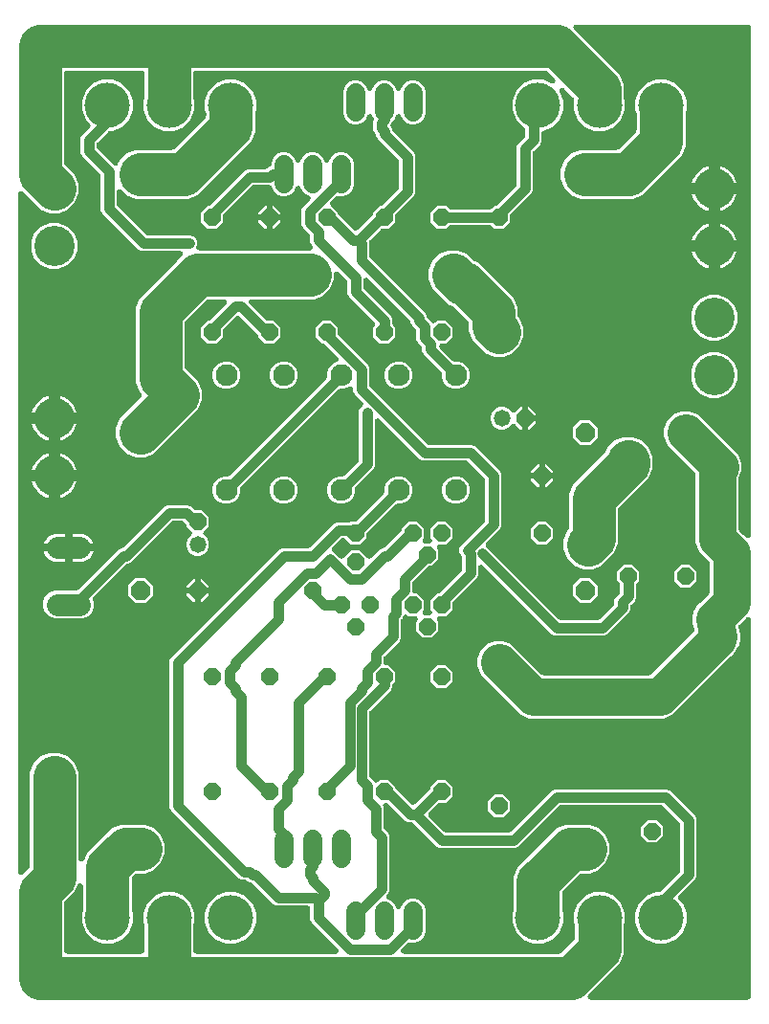
<source format=gbr>
G04 EAGLE Gerber RS-274X export*
G75*
%MOMM*%
%FSLAX34Y34*%
%LPD*%
%INTop Copper*%
%IPPOS*%
%AMOC8*
5,1,8,0,0,1.08239X$1,22.5*%
G01*
%ADD10P,1.594577X8X112.500000*%
%ADD11C,1.473200*%
%ADD12P,1.594577X8X22.500000*%
%ADD13C,1.930400*%
%ADD14C,3.556000*%
%ADD15P,1.580722X8X292.500000*%
%ADD16P,1.594577X8X202.500000*%
%ADD17C,1.676400*%
%ADD18P,1.594577X8X292.500000*%
%ADD19P,1.814519X8X292.500000*%
%ADD20P,1.814519X8X112.500000*%
%ADD21C,4.000000*%
%ADD22C,1.981200*%
%ADD23C,3.810000*%
%ADD24C,0.889000*%
%ADD25C,0.756400*%
%ADD26C,0.914400*%
%ADD27C,3.302000*%

G36*
X652245Y-6346D02*
X652245Y-6346D01*
X652279Y-6348D01*
X652468Y-6326D01*
X652659Y-6309D01*
X652692Y-6300D01*
X652726Y-6296D01*
X652909Y-6241D01*
X653093Y-6191D01*
X653124Y-6176D01*
X653157Y-6166D01*
X653328Y-6079D01*
X653500Y-5997D01*
X653528Y-5977D01*
X653559Y-5962D01*
X653711Y-5846D01*
X653866Y-5735D01*
X653890Y-5710D01*
X653917Y-5690D01*
X654046Y-5550D01*
X654180Y-5413D01*
X654199Y-5384D01*
X654223Y-5358D01*
X654325Y-5197D01*
X654432Y-5040D01*
X654446Y-5008D01*
X654464Y-4979D01*
X654537Y-4802D01*
X654614Y-4628D01*
X654622Y-4594D01*
X654635Y-4562D01*
X654675Y-4375D01*
X654721Y-4190D01*
X654723Y-4156D01*
X654730Y-4122D01*
X654749Y-3810D01*
X654749Y329577D01*
X654738Y329707D01*
X654736Y329837D01*
X654718Y329931D01*
X654709Y330026D01*
X654675Y330151D01*
X654650Y330279D01*
X654616Y330368D01*
X654591Y330460D01*
X654535Y330577D01*
X654488Y330699D01*
X654438Y330781D01*
X654397Y330867D01*
X654322Y330972D01*
X654254Y331083D01*
X654191Y331155D01*
X654135Y331233D01*
X654042Y331324D01*
X653956Y331421D01*
X653881Y331480D01*
X653813Y331547D01*
X653705Y331620D01*
X653603Y331700D01*
X653519Y331745D01*
X653440Y331799D01*
X653321Y331852D01*
X653206Y331913D01*
X653115Y331942D01*
X653028Y331981D01*
X652901Y332012D01*
X652778Y332052D01*
X652683Y332065D01*
X652590Y332088D01*
X652461Y332096D01*
X652332Y332114D01*
X652236Y332110D01*
X652141Y332115D01*
X652012Y332100D01*
X651882Y332095D01*
X651789Y332074D01*
X651694Y332063D01*
X651569Y332026D01*
X651442Y331998D01*
X651354Y331961D01*
X651263Y331933D01*
X651147Y331874D01*
X651027Y331824D01*
X650946Y331772D01*
X650861Y331729D01*
X650758Y331650D01*
X650649Y331580D01*
X650551Y331493D01*
X650503Y331457D01*
X650472Y331424D01*
X650414Y331373D01*
X644536Y325494D01*
X644510Y325464D01*
X644481Y325437D01*
X644419Y325358D01*
X644416Y325356D01*
X644413Y325351D01*
X644366Y325291D01*
X644247Y325149D01*
X644227Y325114D01*
X644203Y325083D01*
X644116Y324919D01*
X644024Y324758D01*
X644011Y324720D01*
X643992Y324685D01*
X643935Y324509D01*
X643873Y324334D01*
X643867Y324294D01*
X643854Y324256D01*
X643830Y324073D01*
X643800Y323890D01*
X643800Y323849D01*
X643795Y323810D01*
X643803Y323625D01*
X643806Y323439D01*
X643813Y323400D01*
X643815Y323360D01*
X643876Y323053D01*
X643996Y322598D01*
X644073Y322384D01*
X644148Y322176D01*
X644148Y322175D01*
X644148Y322174D01*
X644150Y322171D01*
X644296Y321901D01*
X644574Y321454D01*
X645030Y318704D01*
X645046Y318644D01*
X645080Y318474D01*
X645788Y315778D01*
X645717Y315256D01*
X645706Y315019D01*
X645696Y314808D01*
X645696Y314807D01*
X645696Y314806D01*
X645696Y314801D01*
X645728Y314497D01*
X645814Y313977D01*
X645183Y311262D01*
X645174Y311200D01*
X645140Y311030D01*
X644763Y308268D01*
X644497Y307813D01*
X644403Y307612D01*
X644306Y307408D01*
X644306Y307407D01*
X644306Y307406D01*
X644305Y307402D01*
X644217Y307108D01*
X644098Y306595D01*
X642476Y304328D01*
X642444Y304274D01*
X642348Y304131D01*
X641330Y302387D01*
X641323Y302373D01*
X641314Y302360D01*
X641177Y302079D01*
X640990Y301629D01*
X639568Y300206D01*
X639534Y300166D01*
X639495Y300131D01*
X639366Y299972D01*
X639358Y299963D01*
X639351Y299953D01*
X639298Y299888D01*
X638127Y298252D01*
X637013Y297558D01*
X636906Y297477D01*
X636794Y297405D01*
X636701Y297323D01*
X636653Y297287D01*
X636621Y297252D01*
X636560Y297198D01*
X590548Y251186D01*
X584831Y245470D01*
X577829Y242569D01*
X458491Y242569D01*
X451489Y245470D01*
X415650Y281309D01*
X412749Y288311D01*
X412749Y295889D01*
X415650Y302891D01*
X421009Y308250D01*
X428011Y311151D01*
X435589Y311151D01*
X442591Y308250D01*
X469427Y281414D01*
X469554Y281309D01*
X469674Y281197D01*
X469726Y281165D01*
X469773Y281126D01*
X469915Y281044D01*
X470054Y280956D01*
X470111Y280932D01*
X470164Y280902D01*
X470319Y280847D01*
X470471Y280785D01*
X470530Y280772D01*
X470588Y280751D01*
X470750Y280725D01*
X470911Y280690D01*
X470988Y280685D01*
X471032Y280678D01*
X471093Y280679D01*
X471223Y280671D01*
X565097Y280671D01*
X565261Y280685D01*
X565425Y280692D01*
X565485Y280705D01*
X565546Y280711D01*
X565704Y280754D01*
X565865Y280790D01*
X565921Y280813D01*
X565980Y280829D01*
X566128Y280900D01*
X566280Y280963D01*
X566332Y280996D01*
X566387Y281023D01*
X566520Y281118D01*
X566658Y281208D01*
X566716Y281259D01*
X566753Y281285D01*
X566795Y281328D01*
X566893Y281414D01*
X604293Y318815D01*
X604319Y318845D01*
X604348Y318872D01*
X604463Y319018D01*
X604582Y319160D01*
X604602Y319195D01*
X604626Y319226D01*
X604713Y319390D01*
X604805Y319551D01*
X604818Y319589D01*
X604837Y319624D01*
X604894Y319801D01*
X604956Y319975D01*
X604962Y320015D01*
X604975Y320053D01*
X604999Y320236D01*
X605029Y320419D01*
X605029Y320460D01*
X605034Y320499D01*
X605026Y320684D01*
X605023Y320870D01*
X605016Y320909D01*
X605014Y320949D01*
X604953Y321256D01*
X604248Y323939D01*
X604242Y323954D01*
X604240Y323970D01*
X604138Y324265D01*
X603249Y326411D01*
X603249Y327410D01*
X603234Y327580D01*
X603227Y327749D01*
X603213Y327817D01*
X603209Y327859D01*
X603193Y327919D01*
X603166Y328056D01*
X602912Y329022D01*
X603226Y331324D01*
X603227Y331339D01*
X603230Y331355D01*
X603249Y331667D01*
X603249Y333989D01*
X603632Y334913D01*
X603683Y335075D01*
X603741Y335235D01*
X603754Y335303D01*
X603767Y335343D01*
X603774Y335405D01*
X603802Y335541D01*
X603937Y336532D01*
X605108Y338537D01*
X605115Y338552D01*
X605124Y338565D01*
X605261Y338846D01*
X606150Y340991D01*
X606856Y341698D01*
X606966Y341829D01*
X607080Y341954D01*
X607119Y342012D01*
X607145Y342044D01*
X607176Y342098D01*
X607254Y342214D01*
X607758Y343077D01*
X609607Y344482D01*
X609619Y344493D01*
X609632Y344501D01*
X609866Y344708D01*
X617746Y352587D01*
X617851Y352714D01*
X617963Y352834D01*
X617995Y352886D01*
X618034Y352933D01*
X618116Y353075D01*
X618204Y353214D01*
X618228Y353271D01*
X618258Y353324D01*
X618313Y353479D01*
X618375Y353631D01*
X618388Y353690D01*
X618409Y353748D01*
X618435Y353910D01*
X618470Y354071D01*
X618475Y354148D01*
X618482Y354192D01*
X618481Y354253D01*
X618489Y354383D01*
X618489Y379677D01*
X618475Y379841D01*
X618468Y380005D01*
X618455Y380065D01*
X618449Y380126D01*
X618406Y380284D01*
X618370Y380445D01*
X618347Y380501D01*
X618331Y380560D01*
X618260Y380708D01*
X618197Y380860D01*
X618164Y380912D01*
X618137Y380967D01*
X618042Y381100D01*
X617952Y381238D01*
X617901Y381296D01*
X617875Y381333D01*
X617832Y381375D01*
X617746Y381473D01*
X608690Y390529D01*
X605789Y397531D01*
X605789Y458417D01*
X605775Y458581D01*
X605768Y458745D01*
X605755Y458805D01*
X605749Y458866D01*
X605706Y459024D01*
X605670Y459185D01*
X605647Y459241D01*
X605631Y459300D01*
X605561Y459448D01*
X605497Y459600D01*
X605464Y459652D01*
X605437Y459707D01*
X605342Y459840D01*
X605252Y459978D01*
X605201Y460036D01*
X605175Y460073D01*
X605132Y460115D01*
X605046Y460213D01*
X580750Y484509D01*
X577849Y491511D01*
X577849Y499089D01*
X580750Y506091D01*
X586109Y511450D01*
X593111Y514351D01*
X600689Y514351D01*
X607691Y511450D01*
X643530Y475611D01*
X646431Y468609D01*
X646431Y461031D01*
X644084Y455365D01*
X644049Y455254D01*
X644005Y455145D01*
X643982Y455039D01*
X643949Y454935D01*
X643935Y454820D01*
X643910Y454705D01*
X643900Y454551D01*
X643893Y454489D01*
X643894Y454452D01*
X643891Y454393D01*
X643891Y410263D01*
X643905Y410099D01*
X643912Y409935D01*
X643925Y409875D01*
X643931Y409814D01*
X643974Y409656D01*
X644010Y409495D01*
X644033Y409439D01*
X644049Y409380D01*
X644120Y409232D01*
X644183Y409080D01*
X644216Y409028D01*
X644243Y408973D01*
X644338Y408840D01*
X644428Y408702D01*
X644479Y408644D01*
X644505Y408607D01*
X644548Y408565D01*
X644634Y408467D01*
X647974Y405128D01*
X647974Y405127D01*
X650414Y402687D01*
X650514Y402604D01*
X650607Y402513D01*
X650687Y402460D01*
X650760Y402398D01*
X650873Y402334D01*
X650980Y402261D01*
X651068Y402222D01*
X651151Y402175D01*
X651273Y402132D01*
X651392Y402079D01*
X651485Y402056D01*
X651575Y402024D01*
X651703Y402003D01*
X651830Y401972D01*
X651925Y401966D01*
X652019Y401951D01*
X652149Y401953D01*
X652279Y401945D01*
X652374Y401956D01*
X652470Y401957D01*
X652597Y401982D01*
X652726Y401997D01*
X652818Y402024D01*
X652912Y402042D01*
X653033Y402089D01*
X653157Y402127D01*
X653243Y402170D01*
X653332Y402205D01*
X653443Y402272D01*
X653559Y402331D01*
X653635Y402389D01*
X653716Y402439D01*
X653814Y402525D01*
X653917Y402603D01*
X653982Y402673D01*
X654054Y402737D01*
X654134Y402839D01*
X654223Y402934D01*
X654274Y403015D01*
X654333Y403090D01*
X654394Y403204D01*
X654464Y403314D01*
X654501Y403403D01*
X654546Y403487D01*
X654586Y403610D01*
X654635Y403731D01*
X654655Y403824D01*
X654685Y403915D01*
X654703Y404044D01*
X654730Y404171D01*
X654738Y404301D01*
X654746Y404361D01*
X654745Y404406D01*
X654749Y404483D01*
X654749Y853810D01*
X654746Y853845D01*
X654748Y853879D01*
X654726Y854068D01*
X654709Y854259D01*
X654700Y854292D01*
X654696Y854326D01*
X654641Y854509D01*
X654591Y854693D01*
X654576Y854724D01*
X654566Y854757D01*
X654479Y854928D01*
X654397Y855100D01*
X654377Y855128D01*
X654362Y855159D01*
X654246Y855311D01*
X654135Y855466D01*
X654110Y855490D01*
X654090Y855517D01*
X653950Y855646D01*
X653813Y855780D01*
X653784Y855799D01*
X653758Y855823D01*
X653597Y855925D01*
X653440Y856032D01*
X653408Y856046D01*
X653379Y856064D01*
X653202Y856137D01*
X653028Y856214D01*
X652994Y856222D01*
X652962Y856235D01*
X652775Y856275D01*
X652590Y856321D01*
X652556Y856323D01*
X652522Y856330D01*
X652210Y856349D01*
X500215Y856349D01*
X500085Y856338D01*
X499955Y856336D01*
X499862Y856318D01*
X499766Y856309D01*
X499641Y856275D01*
X499513Y856250D01*
X499424Y856216D01*
X499332Y856191D01*
X499215Y856135D01*
X499093Y856088D01*
X499012Y856038D01*
X498925Y855997D01*
X498820Y855922D01*
X498709Y855854D01*
X498637Y855791D01*
X498559Y855735D01*
X498469Y855642D01*
X498371Y855556D01*
X498312Y855481D01*
X498245Y855413D01*
X498173Y855305D01*
X498092Y855203D01*
X498047Y855119D01*
X497993Y855040D01*
X497941Y854921D01*
X497879Y854806D01*
X497850Y854715D01*
X497811Y854628D01*
X497780Y854501D01*
X497740Y854378D01*
X497727Y854283D01*
X497704Y854190D01*
X497696Y854061D01*
X497679Y853932D01*
X497682Y853836D01*
X497677Y853741D01*
X497692Y853612D01*
X497697Y853482D01*
X497718Y853389D01*
X497729Y853294D01*
X497766Y853169D01*
X497795Y853042D01*
X497831Y852954D01*
X497859Y852863D01*
X497918Y852747D01*
X497968Y852627D01*
X498020Y852547D01*
X498063Y852461D01*
X498142Y852358D01*
X498212Y852249D01*
X498299Y852151D01*
X498335Y852103D01*
X498368Y852072D01*
X498419Y852014D01*
X501260Y849174D01*
X501261Y849173D01*
X532573Y817861D01*
X539004Y811430D01*
X542291Y803495D01*
X542291Y792142D01*
X542301Y792026D01*
X542301Y791909D01*
X542321Y791802D01*
X542331Y791694D01*
X542361Y791581D01*
X542382Y791466D01*
X542433Y791320D01*
X542449Y791259D01*
X542465Y791227D01*
X542484Y791171D01*
X543241Y789344D01*
X543241Y780376D01*
X539809Y772092D01*
X533468Y765751D01*
X525184Y762319D01*
X516216Y762319D01*
X507932Y765751D01*
X501591Y772092D01*
X498159Y780376D01*
X498159Y789419D01*
X498185Y789498D01*
X498186Y789510D01*
X498190Y789523D01*
X498217Y789735D01*
X498246Y789944D01*
X498246Y789957D01*
X498247Y789970D01*
X498236Y790181D01*
X498228Y790393D01*
X498225Y790406D01*
X498224Y790420D01*
X498177Y790623D01*
X498130Y790833D01*
X498125Y790845D01*
X498122Y790858D01*
X498039Y791052D01*
X497957Y791248D01*
X497949Y791260D01*
X497944Y791272D01*
X497827Y791448D01*
X497712Y791627D01*
X497702Y791638D01*
X497696Y791647D01*
X497668Y791676D01*
X497505Y791861D01*
X489790Y799576D01*
X489654Y799690D01*
X489522Y799809D01*
X489481Y799834D01*
X489445Y799865D01*
X489291Y799953D01*
X489140Y800047D01*
X489095Y800065D01*
X489054Y800088D01*
X488887Y800148D01*
X488721Y800214D01*
X488675Y800223D01*
X488629Y800239D01*
X488454Y800268D01*
X488280Y800304D01*
X488233Y800305D01*
X488185Y800313D01*
X488007Y800310D01*
X487830Y800314D01*
X487783Y800307D01*
X487735Y800307D01*
X487560Y800273D01*
X487385Y800246D01*
X487340Y800230D01*
X487293Y800221D01*
X487127Y800157D01*
X486959Y800099D01*
X486918Y800076D01*
X486873Y800059D01*
X486721Y799966D01*
X486566Y799880D01*
X486529Y799850D01*
X486488Y799825D01*
X486355Y799707D01*
X486218Y799595D01*
X486187Y799558D01*
X486151Y799527D01*
X486041Y799388D01*
X485925Y799252D01*
X485901Y799211D01*
X485871Y799173D01*
X485787Y799017D01*
X485698Y798864D01*
X485681Y798819D01*
X485659Y798777D01*
X485604Y798608D01*
X485543Y798441D01*
X485534Y798394D01*
X485520Y798348D01*
X485495Y798173D01*
X485465Y797998D01*
X485465Y797950D01*
X485458Y797902D01*
X485465Y797724D01*
X485466Y797547D01*
X485475Y797500D01*
X485477Y797452D01*
X485515Y797279D01*
X485547Y797104D01*
X485566Y797048D01*
X485574Y797013D01*
X485598Y796955D01*
X485649Y796809D01*
X488741Y789344D01*
X488741Y780376D01*
X485309Y772092D01*
X478968Y765751D01*
X470833Y762381D01*
X470646Y762283D01*
X470456Y762187D01*
X470446Y762179D01*
X470434Y762173D01*
X470267Y762043D01*
X470098Y761915D01*
X470089Y761905D01*
X470078Y761897D01*
X469936Y761739D01*
X469792Y761584D01*
X469785Y761573D01*
X469777Y761563D01*
X469664Y761383D01*
X469551Y761204D01*
X469546Y761192D01*
X469539Y761180D01*
X469460Y760982D01*
X469380Y760787D01*
X469377Y760775D01*
X469372Y760762D01*
X469330Y760554D01*
X469285Y760347D01*
X469284Y760331D01*
X469282Y760321D01*
X469281Y760282D01*
X469266Y760035D01*
X469266Y752990D01*
X468202Y750423D01*
X462389Y744610D01*
X462284Y744484D01*
X462172Y744363D01*
X462140Y744312D01*
X462101Y744265D01*
X462019Y744122D01*
X461931Y743983D01*
X461907Y743927D01*
X461877Y743874D01*
X461822Y743719D01*
X461760Y743567D01*
X461747Y743507D01*
X461726Y743450D01*
X461700Y743287D01*
X461665Y743127D01*
X461660Y743050D01*
X461653Y743005D01*
X461654Y742944D01*
X461646Y742815D01*
X461646Y709810D01*
X460582Y707243D01*
X442450Y689111D01*
X442345Y688985D01*
X442233Y688864D01*
X442201Y688813D01*
X442162Y688766D01*
X442080Y688623D01*
X441992Y688484D01*
X441968Y688428D01*
X441938Y688375D01*
X441883Y688220D01*
X441821Y688068D01*
X441808Y688008D01*
X441787Y687951D01*
X441761Y687788D01*
X441726Y687628D01*
X441721Y687551D01*
X441714Y687506D01*
X441715Y687445D01*
X441707Y687316D01*
X441707Y681697D01*
X435903Y675893D01*
X427697Y675893D01*
X425519Y678071D01*
X425393Y678176D01*
X425272Y678288D01*
X425221Y678320D01*
X425174Y678359D01*
X425031Y678441D01*
X424892Y678529D01*
X424836Y678553D01*
X424783Y678583D01*
X424628Y678638D01*
X424476Y678700D01*
X424416Y678713D01*
X424359Y678734D01*
X424196Y678760D01*
X424036Y678795D01*
X423959Y678800D01*
X423914Y678807D01*
X423853Y678806D01*
X423724Y678814D01*
X389076Y678814D01*
X388913Y678800D01*
X388748Y678793D01*
X388689Y678780D01*
X388628Y678774D01*
X388469Y678731D01*
X388309Y678695D01*
X388252Y678672D01*
X388193Y678656D01*
X388045Y678585D01*
X387893Y678522D01*
X387842Y678489D01*
X387787Y678462D01*
X387653Y678367D01*
X387515Y678277D01*
X387457Y678226D01*
X387421Y678200D01*
X387378Y678157D01*
X387281Y678071D01*
X385104Y675893D01*
X376897Y675893D01*
X371093Y681697D01*
X371093Y689903D01*
X376897Y695707D01*
X385104Y695707D01*
X387281Y693529D01*
X387407Y693424D01*
X387528Y693312D01*
X387579Y693280D01*
X387626Y693241D01*
X387769Y693159D01*
X387908Y693071D01*
X387964Y693047D01*
X388017Y693017D01*
X388172Y692962D01*
X388324Y692900D01*
X388384Y692887D01*
X388441Y692866D01*
X388603Y692840D01*
X388764Y692805D01*
X388842Y692800D01*
X388886Y692793D01*
X388946Y692794D01*
X389076Y692786D01*
X423724Y692786D01*
X423887Y692800D01*
X424052Y692807D01*
X424111Y692820D01*
X424172Y692826D01*
X424331Y692869D01*
X424491Y692905D01*
X424548Y692928D01*
X424607Y692944D01*
X424755Y693015D01*
X424907Y693078D01*
X424958Y693111D01*
X425013Y693138D01*
X425147Y693233D01*
X425285Y693323D01*
X425343Y693374D01*
X425379Y693400D01*
X425422Y693443D01*
X425519Y693529D01*
X427697Y695707D01*
X428236Y695707D01*
X428399Y695721D01*
X428564Y695728D01*
X428623Y695741D01*
X428684Y695747D01*
X428843Y695790D01*
X429003Y695826D01*
X429060Y695849D01*
X429118Y695865D01*
X429267Y695936D01*
X429419Y695999D01*
X429470Y696032D01*
X429525Y696059D01*
X429659Y696154D01*
X429797Y696244D01*
X429855Y696295D01*
X429891Y696321D01*
X429934Y696364D01*
X430031Y696450D01*
X446931Y713350D01*
X447036Y713476D01*
X447148Y713597D01*
X447180Y713648D01*
X447219Y713695D01*
X447301Y713838D01*
X447389Y713977D01*
X447413Y714033D01*
X447443Y714086D01*
X447498Y714241D01*
X447560Y714393D01*
X447573Y714453D01*
X447594Y714510D01*
X447620Y714673D01*
X447655Y714833D01*
X447660Y714910D01*
X447667Y714955D01*
X447666Y715016D01*
X447674Y715145D01*
X447674Y748150D01*
X448738Y750717D01*
X454551Y756530D01*
X454656Y756656D01*
X454768Y756777D01*
X454800Y756828D01*
X454839Y756875D01*
X454921Y757018D01*
X455009Y757157D01*
X455033Y757213D01*
X455063Y757266D01*
X455118Y757421D01*
X455180Y757573D01*
X455193Y757633D01*
X455214Y757690D01*
X455240Y757853D01*
X455275Y758013D01*
X455280Y758090D01*
X455287Y758135D01*
X455286Y758196D01*
X455294Y758325D01*
X455294Y763283D01*
X455275Y763494D01*
X455259Y763705D01*
X455256Y763718D01*
X455254Y763731D01*
X455198Y763937D01*
X455145Y764141D01*
X455139Y764153D01*
X455136Y764166D01*
X455045Y764356D01*
X454956Y764549D01*
X454948Y764560D01*
X454942Y764572D01*
X454820Y764744D01*
X454697Y764918D01*
X454688Y764928D01*
X454680Y764938D01*
X454528Y765087D01*
X454378Y765236D01*
X454367Y765243D01*
X454358Y765252D01*
X454182Y765371D01*
X454008Y765492D01*
X453993Y765498D01*
X453985Y765504D01*
X453949Y765520D01*
X453727Y765629D01*
X453432Y765751D01*
X447091Y772092D01*
X443659Y780376D01*
X443659Y789344D01*
X447091Y797628D01*
X453432Y803969D01*
X461716Y807401D01*
X470684Y807401D01*
X478149Y804309D01*
X478318Y804255D01*
X478486Y804196D01*
X478533Y804188D01*
X478578Y804174D01*
X478755Y804151D01*
X478930Y804122D01*
X478978Y804123D01*
X479025Y804117D01*
X479202Y804126D01*
X479380Y804129D01*
X479427Y804138D01*
X479475Y804140D01*
X479647Y804180D01*
X479822Y804214D01*
X479867Y804231D01*
X479913Y804242D01*
X480076Y804312D01*
X480242Y804376D01*
X480283Y804401D01*
X480327Y804420D01*
X480475Y804518D01*
X480627Y804610D01*
X480663Y804642D01*
X480703Y804668D01*
X480831Y804791D01*
X480964Y804909D01*
X480994Y804946D01*
X481029Y804979D01*
X481134Y805123D01*
X481244Y805262D01*
X481266Y805304D01*
X481294Y805342D01*
X481372Y805502D01*
X481456Y805658D01*
X481471Y805704D01*
X481492Y805747D01*
X481541Y805918D01*
X481595Y806087D01*
X481602Y806134D01*
X481615Y806180D01*
X481633Y806357D01*
X481657Y806533D01*
X481655Y806581D01*
X481660Y806628D01*
X481646Y806805D01*
X481639Y806983D01*
X481628Y807029D01*
X481624Y807077D01*
X481579Y807249D01*
X481541Y807422D01*
X481522Y807466D01*
X481510Y807513D01*
X481436Y807673D01*
X481367Y807838D01*
X481341Y807878D01*
X481321Y807921D01*
X481219Y808067D01*
X481123Y808216D01*
X481084Y808260D01*
X481063Y808290D01*
X481018Y808334D01*
X480916Y808450D01*
X474401Y814966D01*
X474274Y815071D01*
X474153Y815183D01*
X474102Y815215D01*
X474055Y815254D01*
X473913Y815336D01*
X473774Y815424D01*
X473717Y815448D01*
X473664Y815478D01*
X473509Y815533D01*
X473357Y815595D01*
X473298Y815608D01*
X473240Y815629D01*
X473078Y815655D01*
X472917Y815690D01*
X472840Y815695D01*
X472796Y815702D01*
X472735Y815701D01*
X472605Y815709D01*
X163830Y815709D01*
X163795Y815706D01*
X163761Y815708D01*
X163572Y815686D01*
X163381Y815669D01*
X163348Y815660D01*
X163314Y815656D01*
X163131Y815601D01*
X162947Y815551D01*
X162916Y815536D01*
X162883Y815526D01*
X162712Y815439D01*
X162540Y815357D01*
X162512Y815337D01*
X162481Y815322D01*
X162329Y815206D01*
X162174Y815095D01*
X162150Y815070D01*
X162123Y815050D01*
X161994Y814910D01*
X161860Y814773D01*
X161841Y814744D01*
X161817Y814718D01*
X161715Y814557D01*
X161608Y814400D01*
X161594Y814368D01*
X161576Y814339D01*
X161503Y814162D01*
X161426Y813988D01*
X161418Y813954D01*
X161405Y813922D01*
X161365Y813735D01*
X161319Y813550D01*
X161317Y813516D01*
X161310Y813482D01*
X161291Y813170D01*
X161291Y792142D01*
X161301Y792026D01*
X161301Y791909D01*
X161321Y791802D01*
X161331Y791694D01*
X161361Y791581D01*
X161382Y791466D01*
X161433Y791320D01*
X161449Y791259D01*
X161465Y791227D01*
X161484Y791170D01*
X162241Y789344D01*
X162241Y780376D01*
X158809Y772092D01*
X152468Y765751D01*
X144184Y762319D01*
X135216Y762319D01*
X126932Y765751D01*
X120591Y772092D01*
X117159Y780376D01*
X117159Y789344D01*
X117916Y791170D01*
X117951Y791282D01*
X117995Y791390D01*
X118018Y791496D01*
X118051Y791600D01*
X118065Y791716D01*
X118090Y791830D01*
X118100Y791984D01*
X118107Y792047D01*
X118106Y792083D01*
X118109Y792142D01*
X118109Y813170D01*
X118106Y813205D01*
X118108Y813239D01*
X118086Y813428D01*
X118069Y813619D01*
X118060Y813652D01*
X118056Y813686D01*
X118001Y813869D01*
X117951Y814053D01*
X117936Y814084D01*
X117926Y814117D01*
X117839Y814288D01*
X117757Y814460D01*
X117737Y814488D01*
X117722Y814519D01*
X117606Y814671D01*
X117495Y814826D01*
X117470Y814850D01*
X117450Y814877D01*
X117310Y815006D01*
X117173Y815140D01*
X117144Y815159D01*
X117118Y815183D01*
X116957Y815285D01*
X116800Y815392D01*
X116768Y815406D01*
X116739Y815424D01*
X116562Y815497D01*
X116388Y815574D01*
X116354Y815582D01*
X116322Y815595D01*
X116135Y815635D01*
X115950Y815681D01*
X115916Y815683D01*
X115882Y815690D01*
X115570Y815709D01*
X49530Y815709D01*
X49495Y815706D01*
X49461Y815708D01*
X49272Y815686D01*
X49081Y815669D01*
X49048Y815660D01*
X49014Y815656D01*
X48831Y815601D01*
X48647Y815551D01*
X48616Y815536D01*
X48583Y815526D01*
X48412Y815439D01*
X48240Y815357D01*
X48212Y815337D01*
X48181Y815322D01*
X48029Y815206D01*
X47874Y815095D01*
X47850Y815070D01*
X47823Y815050D01*
X47694Y814910D01*
X47560Y814773D01*
X47541Y814744D01*
X47517Y814718D01*
X47415Y814557D01*
X47308Y814400D01*
X47294Y814368D01*
X47276Y814339D01*
X47203Y814162D01*
X47126Y813988D01*
X47118Y813954D01*
X47105Y813922D01*
X47065Y813735D01*
X47019Y813550D01*
X47017Y813516D01*
X47010Y813482D01*
X46991Y813170D01*
X46991Y733895D01*
X47005Y733731D01*
X47012Y733567D01*
X47025Y733507D01*
X47031Y733446D01*
X47074Y733288D01*
X47110Y733127D01*
X47133Y733071D01*
X47149Y733012D01*
X47220Y732864D01*
X47283Y732712D01*
X47316Y732660D01*
X47343Y732605D01*
X47438Y732472D01*
X47528Y732334D01*
X47579Y732276D01*
X47605Y732239D01*
X47648Y732197D01*
X47734Y732099D01*
X56404Y723430D01*
X59691Y715495D01*
X59691Y706905D01*
X56404Y698970D01*
X50330Y692896D01*
X42395Y689609D01*
X33805Y689609D01*
X25870Y692896D01*
X13527Y705239D01*
X10686Y708081D01*
X10586Y708164D01*
X10493Y708255D01*
X10413Y708308D01*
X10340Y708369D01*
X10227Y708434D01*
X10120Y708507D01*
X10032Y708545D01*
X9949Y708593D01*
X9827Y708636D01*
X9708Y708689D01*
X9615Y708712D01*
X9525Y708744D01*
X9397Y708765D01*
X9270Y708796D01*
X9175Y708802D01*
X9081Y708817D01*
X8951Y708815D01*
X8821Y708823D01*
X8726Y708812D01*
X8630Y708811D01*
X8503Y708786D01*
X8374Y708771D01*
X8282Y708744D01*
X8188Y708725D01*
X8067Y708679D01*
X7943Y708641D01*
X7857Y708598D01*
X7768Y708563D01*
X7657Y708496D01*
X7541Y708437D01*
X7465Y708379D01*
X7384Y708329D01*
X7286Y708243D01*
X7183Y708165D01*
X7118Y708094D01*
X7046Y708031D01*
X6966Y707929D01*
X6877Y707834D01*
X6826Y707753D01*
X6767Y707678D01*
X6706Y707563D01*
X6636Y707454D01*
X6599Y707365D01*
X6554Y707281D01*
X6514Y707157D01*
X6465Y707037D01*
X6445Y706944D01*
X6415Y706853D01*
X6397Y706724D01*
X6370Y706597D01*
X6362Y706467D01*
X6354Y706407D01*
X6355Y706362D01*
X6351Y706285D01*
X6351Y106515D01*
X6362Y106385D01*
X6364Y106255D01*
X6382Y106162D01*
X6391Y106066D01*
X6425Y105941D01*
X6450Y105813D01*
X6484Y105724D01*
X6509Y105632D01*
X6565Y105515D01*
X6612Y105393D01*
X6662Y105312D01*
X6703Y105225D01*
X6778Y105120D01*
X6846Y105009D01*
X6909Y104937D01*
X6965Y104859D01*
X7058Y104769D01*
X7144Y104671D01*
X7219Y104612D01*
X7287Y104545D01*
X7395Y104473D01*
X7497Y104392D01*
X7581Y104347D01*
X7660Y104293D01*
X7779Y104241D01*
X7894Y104179D01*
X7985Y104150D01*
X8072Y104111D01*
X8199Y104080D01*
X8322Y104040D01*
X8417Y104027D01*
X8510Y104004D01*
X8639Y103996D01*
X8768Y103979D01*
X8864Y103982D01*
X8959Y103977D01*
X9088Y103992D01*
X9218Y103997D01*
X9311Y104018D01*
X9406Y104029D01*
X9531Y104066D01*
X9658Y104095D01*
X9746Y104131D01*
X9837Y104159D01*
X9953Y104218D01*
X10073Y104268D01*
X10153Y104320D01*
X10239Y104363D01*
X10342Y104442D01*
X10451Y104512D01*
X10549Y104599D01*
X10597Y104635D01*
X10628Y104668D01*
X10686Y104719D01*
X13527Y107561D01*
X15766Y109799D01*
X15871Y109926D01*
X15983Y110047D01*
X16015Y110098D01*
X16054Y110145D01*
X16136Y110288D01*
X16224Y110426D01*
X16248Y110483D01*
X16278Y110536D01*
X16333Y110691D01*
X16395Y110843D01*
X16408Y110903D01*
X16429Y110960D01*
X16455Y111122D01*
X16490Y111283D01*
X16495Y111360D01*
X16502Y111404D01*
X16501Y111465D01*
X16509Y111595D01*
X16509Y194795D01*
X19796Y202730D01*
X25870Y208804D01*
X33805Y212091D01*
X42395Y212091D01*
X50330Y208804D01*
X56404Y202730D01*
X59691Y194795D01*
X59691Y118200D01*
X59706Y118023D01*
X59716Y117846D01*
X59726Y117799D01*
X59731Y117752D01*
X59777Y117580D01*
X59818Y117407D01*
X59837Y117363D01*
X59849Y117317D01*
X59925Y117157D01*
X59996Y116994D01*
X60022Y116954D01*
X60043Y116911D01*
X60146Y116766D01*
X60244Y116618D01*
X60277Y116583D01*
X60305Y116545D01*
X60432Y116421D01*
X60554Y116292D01*
X60593Y116264D01*
X60627Y116230D01*
X60775Y116131D01*
X60918Y116026D01*
X60961Y116005D01*
X61000Y115978D01*
X61163Y115906D01*
X61322Y115829D01*
X61368Y115816D01*
X61412Y115796D01*
X61585Y115754D01*
X61756Y115706D01*
X61803Y115701D01*
X61850Y115690D01*
X62027Y115679D01*
X62204Y115661D01*
X62251Y115665D01*
X62299Y115662D01*
X62476Y115682D01*
X62653Y115696D01*
X62699Y115708D01*
X62746Y115714D01*
X62917Y115765D01*
X63088Y115810D01*
X63131Y115830D01*
X63177Y115844D01*
X63336Y115925D01*
X63497Y115999D01*
X63536Y116027D01*
X63579Y116049D01*
X63720Y116156D01*
X63866Y116258D01*
X63899Y116292D01*
X63937Y116321D01*
X64058Y116451D01*
X64183Y116577D01*
X64210Y116616D01*
X64242Y116652D01*
X64338Y116802D01*
X64439Y116948D01*
X64465Y117001D01*
X64484Y117031D01*
X64508Y117090D01*
X64576Y117228D01*
X66896Y122830D01*
X89370Y145304D01*
X97305Y148591D01*
X118595Y148591D01*
X126530Y145304D01*
X132604Y139230D01*
X135891Y131295D01*
X135891Y122705D01*
X132604Y114770D01*
X126530Y108696D01*
X118595Y105409D01*
X111595Y105409D01*
X111431Y105395D01*
X111267Y105388D01*
X111207Y105375D01*
X111146Y105369D01*
X110988Y105326D01*
X110827Y105290D01*
X110771Y105267D01*
X110712Y105251D01*
X110564Y105180D01*
X110412Y105117D01*
X110360Y105084D01*
X110305Y105057D01*
X110172Y104962D01*
X110034Y104872D01*
X109976Y104821D01*
X109939Y104795D01*
X109911Y104766D01*
X109908Y104764D01*
X109891Y104746D01*
X109799Y104666D01*
X107534Y102401D01*
X107429Y102274D01*
X107317Y102153D01*
X107285Y102102D01*
X107246Y102055D01*
X107164Y101912D01*
X107076Y101774D01*
X107052Y101717D01*
X107022Y101664D01*
X106967Y101509D01*
X106905Y101357D01*
X106892Y101297D01*
X106871Y101240D01*
X106845Y101078D01*
X106810Y100917D01*
X106805Y100840D01*
X106798Y100796D01*
X106799Y100735D01*
X106791Y100605D01*
X106791Y73322D01*
X106801Y73206D01*
X106801Y73089D01*
X106821Y72982D01*
X106831Y72874D01*
X106861Y72761D01*
X106882Y72646D01*
X106933Y72500D01*
X106949Y72439D01*
X106965Y72407D01*
X106984Y72350D01*
X107741Y70524D01*
X107741Y61556D01*
X104309Y53272D01*
X97968Y46931D01*
X89684Y43499D01*
X80716Y43499D01*
X72432Y46931D01*
X66091Y53272D01*
X62659Y61556D01*
X62659Y70524D01*
X63416Y72350D01*
X63451Y72462D01*
X63495Y72570D01*
X63518Y72676D01*
X63551Y72780D01*
X63565Y72896D01*
X63590Y73010D01*
X63600Y73164D01*
X63607Y73227D01*
X63606Y73263D01*
X63609Y73322D01*
X63609Y94000D01*
X63594Y94177D01*
X63584Y94354D01*
X63574Y94401D01*
X63569Y94448D01*
X63523Y94620D01*
X63482Y94793D01*
X63463Y94837D01*
X63451Y94883D01*
X63375Y95043D01*
X63304Y95206D01*
X63278Y95246D01*
X63257Y95289D01*
X63154Y95434D01*
X63056Y95582D01*
X63023Y95617D01*
X62995Y95655D01*
X62868Y95779D01*
X62746Y95908D01*
X62707Y95936D01*
X62673Y95970D01*
X62525Y96069D01*
X62382Y96174D01*
X62339Y96195D01*
X62300Y96222D01*
X62137Y96294D01*
X61978Y96371D01*
X61932Y96384D01*
X61888Y96404D01*
X61715Y96446D01*
X61544Y96494D01*
X61497Y96499D01*
X61450Y96510D01*
X61273Y96521D01*
X61096Y96539D01*
X61049Y96535D01*
X61001Y96538D01*
X60824Y96518D01*
X60647Y96504D01*
X60601Y96492D01*
X60554Y96486D01*
X60383Y96435D01*
X60212Y96390D01*
X60169Y96370D01*
X60123Y96356D01*
X59964Y96275D01*
X59803Y96201D01*
X59764Y96173D01*
X59721Y96151D01*
X59580Y96044D01*
X59434Y95942D01*
X59401Y95908D01*
X59363Y95879D01*
X59242Y95749D01*
X59117Y95623D01*
X59090Y95584D01*
X59058Y95548D01*
X58962Y95398D01*
X58861Y95252D01*
X58835Y95199D01*
X58816Y95169D01*
X58792Y95110D01*
X58724Y94972D01*
X56404Y89370D01*
X47734Y80701D01*
X47629Y80574D01*
X47517Y80453D01*
X47485Y80402D01*
X47446Y80355D01*
X47364Y80212D01*
X47276Y80074D01*
X47252Y80017D01*
X47222Y79964D01*
X47167Y79809D01*
X47105Y79657D01*
X47092Y79597D01*
X47071Y79540D01*
X47045Y79378D01*
X47010Y79217D01*
X47005Y79140D01*
X46998Y79096D01*
X46999Y79035D01*
X46991Y78905D01*
X46991Y36830D01*
X46994Y36795D01*
X46992Y36761D01*
X47014Y36572D01*
X47031Y36381D01*
X47040Y36348D01*
X47044Y36314D01*
X47099Y36131D01*
X47149Y35947D01*
X47164Y35916D01*
X47174Y35883D01*
X47261Y35712D01*
X47343Y35540D01*
X47363Y35512D01*
X47378Y35481D01*
X47494Y35329D01*
X47605Y35174D01*
X47630Y35150D01*
X47650Y35123D01*
X47790Y34994D01*
X47927Y34860D01*
X47956Y34841D01*
X47982Y34817D01*
X48143Y34715D01*
X48300Y34608D01*
X48332Y34594D01*
X48361Y34576D01*
X48538Y34503D01*
X48712Y34426D01*
X48746Y34418D01*
X48778Y34405D01*
X48965Y34365D01*
X49150Y34319D01*
X49184Y34317D01*
X49218Y34310D01*
X49530Y34291D01*
X115570Y34291D01*
X115605Y34294D01*
X115639Y34292D01*
X115828Y34314D01*
X116019Y34331D01*
X116052Y34340D01*
X116086Y34344D01*
X116269Y34399D01*
X116453Y34449D01*
X116484Y34464D01*
X116517Y34474D01*
X116688Y34561D01*
X116860Y34643D01*
X116888Y34663D01*
X116919Y34678D01*
X117071Y34794D01*
X117226Y34905D01*
X117250Y34930D01*
X117277Y34950D01*
X117406Y35090D01*
X117540Y35227D01*
X117559Y35256D01*
X117583Y35282D01*
X117685Y35443D01*
X117792Y35600D01*
X117806Y35632D01*
X117824Y35661D01*
X117897Y35838D01*
X117974Y36012D01*
X117982Y36046D01*
X117995Y36078D01*
X118035Y36265D01*
X118081Y36450D01*
X118083Y36484D01*
X118090Y36518D01*
X118109Y36830D01*
X118109Y58758D01*
X118099Y58874D01*
X118099Y58991D01*
X118079Y59098D01*
X118069Y59206D01*
X118039Y59319D01*
X118018Y59434D01*
X117967Y59580D01*
X117951Y59641D01*
X117935Y59673D01*
X117916Y59729D01*
X117159Y61556D01*
X117159Y70524D01*
X120591Y78808D01*
X126932Y85149D01*
X135216Y88581D01*
X144184Y88581D01*
X152468Y85149D01*
X158809Y78808D01*
X162241Y70524D01*
X162241Y61556D01*
X161484Y59729D01*
X161449Y59618D01*
X161405Y59510D01*
X161382Y59404D01*
X161349Y59300D01*
X161335Y59184D01*
X161310Y59070D01*
X161300Y58916D01*
X161293Y58853D01*
X161294Y58817D01*
X161291Y58758D01*
X161291Y36830D01*
X161294Y36795D01*
X161292Y36761D01*
X161314Y36572D01*
X161331Y36381D01*
X161340Y36348D01*
X161344Y36314D01*
X161399Y36131D01*
X161449Y35947D01*
X161464Y35916D01*
X161474Y35883D01*
X161561Y35712D01*
X161643Y35540D01*
X161663Y35512D01*
X161678Y35481D01*
X161794Y35329D01*
X161905Y35174D01*
X161930Y35150D01*
X161950Y35123D01*
X162090Y34994D01*
X162227Y34860D01*
X162256Y34841D01*
X162282Y34817D01*
X162443Y34715D01*
X162600Y34608D01*
X162632Y34594D01*
X162661Y34576D01*
X162838Y34503D01*
X163012Y34426D01*
X163046Y34418D01*
X163078Y34405D01*
X163265Y34365D01*
X163450Y34319D01*
X163484Y34317D01*
X163518Y34310D01*
X163830Y34291D01*
X287520Y34291D01*
X287649Y34302D01*
X287779Y34304D01*
X287873Y34322D01*
X287968Y34331D01*
X288094Y34365D01*
X288221Y34390D01*
X288310Y34424D01*
X288403Y34449D01*
X288520Y34505D01*
X288641Y34552D01*
X288723Y34602D01*
X288809Y34643D01*
X288915Y34718D01*
X289026Y34786D01*
X289098Y34849D01*
X289175Y34905D01*
X289266Y34998D01*
X289363Y35084D01*
X289422Y35159D01*
X289489Y35227D01*
X289562Y35335D01*
X289643Y35437D01*
X289688Y35521D01*
X289741Y35600D01*
X289794Y35719D01*
X289855Y35834D01*
X289885Y35925D01*
X289924Y36012D01*
X289954Y36139D01*
X289995Y36262D01*
X290008Y36357D01*
X290030Y36450D01*
X290038Y36579D01*
X290056Y36708D01*
X290052Y36804D01*
X290058Y36899D01*
X290043Y37028D01*
X290038Y37158D01*
X290017Y37251D01*
X290006Y37346D01*
X289968Y37471D01*
X289940Y37598D01*
X289903Y37686D01*
X289876Y37777D01*
X289817Y37893D01*
X289766Y38013D01*
X289715Y38094D01*
X289671Y38179D01*
X289593Y38282D01*
X289522Y38391D01*
X289436Y38489D01*
X289399Y38537D01*
X289366Y38568D01*
X289315Y38626D01*
X265858Y62083D01*
X264794Y64650D01*
X264794Y74295D01*
X264791Y74330D01*
X264793Y74364D01*
X264771Y74553D01*
X264754Y74744D01*
X264745Y74777D01*
X264741Y74811D01*
X264686Y74994D01*
X264636Y75178D01*
X264621Y75209D01*
X264611Y75242D01*
X264524Y75413D01*
X264442Y75585D01*
X264422Y75613D01*
X264407Y75644D01*
X264291Y75796D01*
X264180Y75951D01*
X264155Y75975D01*
X264135Y76002D01*
X263995Y76131D01*
X263858Y76265D01*
X263829Y76284D01*
X263803Y76308D01*
X263642Y76410D01*
X263485Y76517D01*
X263453Y76531D01*
X263424Y76549D01*
X263247Y76622D01*
X263073Y76699D01*
X263039Y76707D01*
X263007Y76720D01*
X262820Y76760D01*
X262635Y76806D01*
X262601Y76808D01*
X262567Y76815D01*
X262255Y76834D01*
X234830Y76834D01*
X232263Y77898D01*
X213750Y96411D01*
X213624Y96516D01*
X213503Y96628D01*
X213452Y96660D01*
X213405Y96699D01*
X213262Y96781D01*
X213123Y96869D01*
X213067Y96893D01*
X213014Y96923D01*
X212859Y96978D01*
X212707Y97040D01*
X212647Y97053D01*
X212590Y97074D01*
X212427Y97100D01*
X212267Y97135D01*
X212190Y97140D01*
X212145Y97147D01*
X212084Y97146D01*
X211973Y97153D01*
X209403Y98218D01*
X208670Y98951D01*
X208544Y99056D01*
X208423Y99168D01*
X208372Y99200D01*
X208325Y99239D01*
X208182Y99321D01*
X208043Y99409D01*
X207987Y99433D01*
X207934Y99463D01*
X207779Y99518D01*
X207627Y99580D01*
X207567Y99593D01*
X207510Y99614D01*
X207347Y99640D01*
X207187Y99675D01*
X207110Y99680D01*
X207065Y99687D01*
X207004Y99686D01*
X206875Y99694D01*
X204350Y99694D01*
X201783Y100758D01*
X141398Y161143D01*
X140334Y163710D01*
X140334Y293490D01*
X141398Y296057D01*
X237343Y392002D01*
X239910Y393066D01*
X262755Y393066D01*
X262918Y393080D01*
X263083Y393087D01*
X263142Y393100D01*
X263203Y393106D01*
X263362Y393149D01*
X263522Y393185D01*
X263579Y393208D01*
X263637Y393224D01*
X263786Y393295D01*
X263938Y393358D01*
X263989Y393391D01*
X264044Y393418D01*
X264178Y393513D01*
X264316Y393603D01*
X264374Y393654D01*
X264410Y393680D01*
X264453Y393723D01*
X264550Y393809D01*
X285603Y414862D01*
X288170Y415926D01*
X299264Y415926D01*
X299427Y415940D01*
X299592Y415947D01*
X299651Y415960D01*
X299712Y415966D01*
X299871Y416009D01*
X300031Y416045D01*
X300088Y416068D01*
X300147Y416084D01*
X300295Y416155D01*
X300447Y416218D01*
X300498Y416251D01*
X300553Y416278D01*
X300594Y416307D01*
X303776Y416307D01*
X303939Y416321D01*
X304104Y416328D01*
X304163Y416341D01*
X304224Y416347D01*
X304383Y416390D01*
X304543Y416426D01*
X304600Y416449D01*
X304658Y416465D01*
X304807Y416536D01*
X304959Y416599D01*
X305010Y416632D01*
X305065Y416659D01*
X305199Y416754D01*
X305337Y416844D01*
X305395Y416895D01*
X305431Y416921D01*
X305474Y416964D01*
X305571Y417050D01*
X329964Y441443D01*
X330069Y441569D01*
X330181Y441690D01*
X330213Y441741D01*
X330252Y441788D01*
X330334Y441931D01*
X330422Y442070D01*
X330446Y442126D01*
X330476Y442179D01*
X330531Y442334D01*
X330593Y442486D01*
X330606Y442546D01*
X330627Y442603D01*
X330653Y442766D01*
X330688Y442926D01*
X330693Y443003D01*
X330700Y443048D01*
X330699Y443109D01*
X330707Y443238D01*
X330707Y446925D01*
X332563Y451407D01*
X335993Y454837D01*
X340475Y456693D01*
X345325Y456693D01*
X349807Y454837D01*
X353237Y451407D01*
X355093Y446925D01*
X355093Y442075D01*
X353237Y437593D01*
X349807Y434163D01*
X345325Y432307D01*
X341638Y432307D01*
X341475Y432293D01*
X341310Y432286D01*
X341251Y432273D01*
X341190Y432267D01*
X341031Y432224D01*
X340871Y432188D01*
X340814Y432165D01*
X340756Y432149D01*
X340607Y432078D01*
X340455Y432015D01*
X340404Y431982D01*
X340349Y431955D01*
X340215Y431860D01*
X340077Y431770D01*
X340019Y431719D01*
X339983Y431693D01*
X339940Y431650D01*
X339843Y431564D01*
X315450Y407171D01*
X315345Y407045D01*
X315233Y406924D01*
X315201Y406873D01*
X315162Y406826D01*
X315080Y406683D01*
X314992Y406544D01*
X314968Y406488D01*
X314938Y406435D01*
X314883Y406280D01*
X314821Y406128D01*
X314808Y406068D01*
X314787Y406011D01*
X314761Y405848D01*
X314726Y405688D01*
X314721Y405611D01*
X314714Y405566D01*
X314715Y405505D01*
X314707Y405376D01*
X314707Y402297D01*
X308903Y396493D01*
X300697Y396493D01*
X295979Y401211D01*
X295853Y401316D01*
X295732Y401428D01*
X295681Y401460D01*
X295634Y401499D01*
X295491Y401581D01*
X295352Y401669D01*
X295296Y401693D01*
X295243Y401723D01*
X295088Y401778D01*
X294936Y401840D01*
X294876Y401853D01*
X294819Y401874D01*
X294656Y401900D01*
X294496Y401935D01*
X294419Y401940D01*
X294374Y401947D01*
X294313Y401946D01*
X294184Y401954D01*
X293505Y401954D01*
X293342Y401940D01*
X293177Y401933D01*
X293118Y401920D01*
X293057Y401914D01*
X292898Y401871D01*
X292738Y401835D01*
X292681Y401812D01*
X292623Y401796D01*
X292474Y401725D01*
X292322Y401662D01*
X292271Y401629D01*
X292216Y401602D01*
X292082Y401507D01*
X291944Y401417D01*
X291886Y401366D01*
X291850Y401340D01*
X291807Y401297D01*
X291710Y401211D01*
X284387Y393888D01*
X284334Y393825D01*
X284275Y393768D01*
X284190Y393652D01*
X284098Y393543D01*
X284057Y393471D01*
X284009Y393404D01*
X283946Y393276D01*
X283875Y393152D01*
X283847Y393074D01*
X283811Y393000D01*
X283772Y392862D01*
X283724Y392727D01*
X283711Y392646D01*
X283688Y392567D01*
X283674Y392425D01*
X283651Y392283D01*
X283652Y392201D01*
X283644Y392119D01*
X283655Y391976D01*
X283657Y391833D01*
X283672Y391752D01*
X283679Y391670D01*
X283715Y391531D01*
X283742Y391391D01*
X283772Y391314D01*
X283793Y391234D01*
X283853Y391104D01*
X283905Y390971D01*
X283947Y390900D01*
X283982Y390826D01*
X284064Y390708D01*
X284139Y390586D01*
X284193Y390524D01*
X284240Y390457D01*
X284342Y390356D01*
X284437Y390249D01*
X284501Y390198D01*
X284560Y390139D01*
X284678Y390058D01*
X284790Y389969D01*
X284862Y389930D01*
X284930Y389884D01*
X285152Y389775D01*
X285187Y389757D01*
X285197Y389753D01*
X285211Y389746D01*
X285897Y389462D01*
X290779Y384580D01*
X290806Y384558D01*
X290829Y384532D01*
X290978Y384414D01*
X291124Y384291D01*
X291154Y384274D01*
X291182Y384253D01*
X291350Y384163D01*
X291515Y384068D01*
X291548Y384056D01*
X291579Y384040D01*
X291760Y383981D01*
X291940Y383917D01*
X291974Y383912D01*
X292007Y383901D01*
X292196Y383875D01*
X292384Y383844D01*
X292418Y383844D01*
X292453Y383839D01*
X292644Y383847D01*
X292834Y383850D01*
X292868Y383856D01*
X292903Y383858D01*
X293089Y383899D01*
X293276Y383935D01*
X293308Y383948D01*
X293342Y383955D01*
X293518Y384029D01*
X293696Y384098D01*
X293726Y384116D01*
X293758Y384129D01*
X293918Y384232D01*
X294081Y384332D01*
X294107Y384355D01*
X294136Y384373D01*
X294370Y384580D01*
X300697Y390907D01*
X308903Y390907D01*
X315230Y384580D01*
X315257Y384558D01*
X315279Y384532D01*
X315429Y384414D01*
X315575Y384291D01*
X315605Y384274D01*
X315633Y384253D01*
X315801Y384163D01*
X315966Y384068D01*
X315999Y384056D01*
X316029Y384040D01*
X316211Y383981D01*
X316391Y383917D01*
X316425Y383912D01*
X316458Y383901D01*
X316647Y383875D01*
X316835Y383844D01*
X316869Y383844D01*
X316904Y383839D01*
X317095Y383847D01*
X317285Y383850D01*
X317319Y383856D01*
X317354Y383858D01*
X317540Y383899D01*
X317727Y383935D01*
X317759Y383948D01*
X317793Y383955D01*
X317969Y384029D01*
X318147Y384098D01*
X318177Y384116D01*
X318209Y384129D01*
X318369Y384233D01*
X318532Y384332D01*
X318558Y384355D01*
X318587Y384373D01*
X318821Y384580D01*
X323921Y389680D01*
X326243Y392002D01*
X328815Y393068D01*
X328958Y393080D01*
X329123Y393087D01*
X329182Y393100D01*
X329243Y393106D01*
X329402Y393149D01*
X329562Y393185D01*
X329619Y393208D01*
X329677Y393224D01*
X329826Y393295D01*
X329978Y393358D01*
X330029Y393391D01*
X330084Y393418D01*
X330218Y393513D01*
X330356Y393603D01*
X330414Y393654D01*
X330450Y393680D01*
X330493Y393723D01*
X330590Y393809D01*
X344950Y408169D01*
X345055Y408295D01*
X345167Y408416D01*
X345199Y408467D01*
X345238Y408514D01*
X345320Y408657D01*
X345408Y408796D01*
X345432Y408852D01*
X345462Y408905D01*
X345517Y409060D01*
X345579Y409212D01*
X345592Y409272D01*
X345613Y409329D01*
X345639Y409492D01*
X345674Y409652D01*
X345679Y409729D01*
X345686Y409774D01*
X345685Y409835D01*
X345693Y409964D01*
X345693Y410503D01*
X351497Y416307D01*
X359703Y416307D01*
X365507Y410503D01*
X365507Y402297D01*
X364802Y401592D01*
X364718Y401492D01*
X364628Y401399D01*
X364574Y401319D01*
X364513Y401246D01*
X364448Y401133D01*
X364376Y401026D01*
X364337Y400938D01*
X364289Y400855D01*
X364246Y400733D01*
X364193Y400614D01*
X364171Y400521D01*
X364139Y400431D01*
X364117Y400303D01*
X364087Y400176D01*
X364081Y400081D01*
X364065Y399987D01*
X364067Y399857D01*
X364059Y399727D01*
X364070Y399632D01*
X364071Y399536D01*
X364096Y399409D01*
X364111Y399280D01*
X364139Y399188D01*
X364157Y399094D01*
X364204Y398973D01*
X364241Y398849D01*
X364285Y398763D01*
X364319Y398674D01*
X364387Y398563D01*
X364446Y398447D01*
X364503Y398371D01*
X364553Y398290D01*
X364639Y398192D01*
X364718Y398089D01*
X364788Y398024D01*
X364851Y397952D01*
X364953Y397872D01*
X365049Y397783D01*
X365129Y397732D01*
X365204Y397673D01*
X365319Y397611D01*
X365429Y397542D01*
X365517Y397505D01*
X365601Y397460D01*
X365725Y397420D01*
X365845Y397371D01*
X365939Y397351D01*
X366029Y397321D01*
X366158Y397303D01*
X366285Y397276D01*
X366415Y397268D01*
X366475Y397260D01*
X366520Y397261D01*
X366597Y397257D01*
X370003Y397257D01*
X370132Y397268D01*
X370262Y397270D01*
X370356Y397288D01*
X370451Y397297D01*
X370577Y397331D01*
X370704Y397356D01*
X370794Y397390D01*
X370886Y397415D01*
X371003Y397471D01*
X371124Y397518D01*
X371206Y397568D01*
X371292Y397609D01*
X371398Y397684D01*
X371509Y397752D01*
X371581Y397815D01*
X371658Y397871D01*
X371749Y397964D01*
X371846Y398050D01*
X371906Y398125D01*
X371972Y398193D01*
X372045Y398301D01*
X372126Y398403D01*
X372171Y398487D01*
X372224Y398566D01*
X372277Y398685D01*
X372339Y398800D01*
X372368Y398891D01*
X372407Y398978D01*
X372438Y399105D01*
X372478Y399228D01*
X372491Y399323D01*
X372513Y399416D01*
X372521Y399545D01*
X372539Y399674D01*
X372535Y399770D01*
X372541Y399865D01*
X372526Y399994D01*
X372521Y400124D01*
X372500Y400217D01*
X372489Y400312D01*
X372451Y400437D01*
X372423Y400564D01*
X372386Y400652D01*
X372359Y400743D01*
X372300Y400859D01*
X372250Y400979D01*
X372198Y401059D01*
X372154Y401145D01*
X372076Y401248D01*
X372005Y401357D01*
X371919Y401455D01*
X371882Y401503D01*
X371849Y401534D01*
X371798Y401592D01*
X371093Y402297D01*
X371093Y410503D01*
X376897Y416307D01*
X385103Y416307D01*
X390907Y410503D01*
X390907Y402297D01*
X385103Y396493D01*
X379297Y396493D01*
X379168Y396482D01*
X379038Y396480D01*
X378944Y396462D01*
X378849Y396453D01*
X378723Y396419D01*
X378596Y396394D01*
X378506Y396360D01*
X378414Y396335D01*
X378297Y396279D01*
X378176Y396232D01*
X378094Y396182D01*
X378008Y396141D01*
X377902Y396066D01*
X377791Y395998D01*
X377719Y395935D01*
X377642Y395879D01*
X377551Y395786D01*
X377454Y395700D01*
X377394Y395625D01*
X377328Y395557D01*
X377255Y395449D01*
X377174Y395347D01*
X377129Y395263D01*
X377076Y395184D01*
X377023Y395065D01*
X376961Y394950D01*
X376932Y394859D01*
X376893Y394772D01*
X376862Y394645D01*
X376822Y394522D01*
X376809Y394427D01*
X376787Y394334D01*
X376779Y394205D01*
X376761Y394076D01*
X376765Y393980D01*
X376759Y393885D01*
X376774Y393756D01*
X376779Y393626D01*
X376800Y393533D01*
X376811Y393438D01*
X376849Y393313D01*
X376877Y393186D01*
X376914Y393098D01*
X376941Y393007D01*
X377000Y392891D01*
X377050Y392771D01*
X377102Y392691D01*
X377146Y392605D01*
X377224Y392502D01*
X377295Y392393D01*
X377381Y392295D01*
X377418Y392247D01*
X377451Y392216D01*
X377502Y392158D01*
X378207Y391453D01*
X378207Y383247D01*
X372403Y377443D01*
X370594Y377443D01*
X370431Y377429D01*
X370266Y377422D01*
X370207Y377409D01*
X370146Y377403D01*
X369987Y377360D01*
X369827Y377324D01*
X369770Y377301D01*
X369711Y377285D01*
X369563Y377214D01*
X369411Y377151D01*
X369360Y377118D01*
X369305Y377091D01*
X369171Y376996D01*
X369033Y376906D01*
X368975Y376855D01*
X368939Y376829D01*
X368896Y376786D01*
X368799Y376700D01*
X355709Y363610D01*
X355622Y363505D01*
X355563Y363445D01*
X355549Y363425D01*
X355492Y363363D01*
X355460Y363312D01*
X355421Y363265D01*
X355339Y363122D01*
X355251Y362983D01*
X355227Y362927D01*
X355197Y362874D01*
X355142Y362719D01*
X355080Y362567D01*
X355067Y362507D01*
X355046Y362450D01*
X355020Y362287D01*
X354985Y362127D01*
X354980Y362050D01*
X354973Y362005D01*
X354974Y361944D01*
X354966Y361815D01*
X354966Y355346D01*
X354969Y355311D01*
X354967Y355277D01*
X354989Y355088D01*
X355006Y354897D01*
X355015Y354864D01*
X355019Y354830D01*
X355074Y354647D01*
X355124Y354463D01*
X355139Y354432D01*
X355149Y354399D01*
X355236Y354228D01*
X355318Y354056D01*
X355338Y354028D01*
X355353Y353997D01*
X355469Y353845D01*
X355580Y353690D01*
X355605Y353666D01*
X355625Y353639D01*
X355765Y353510D01*
X355902Y353376D01*
X355931Y353357D01*
X355957Y353333D01*
X356118Y353231D01*
X356275Y353124D01*
X356307Y353110D01*
X356336Y353092D01*
X356513Y353019D01*
X356687Y352942D01*
X356721Y352934D01*
X356753Y352921D01*
X356940Y352881D01*
X357125Y352835D01*
X357159Y352833D01*
X357193Y352826D01*
X357505Y352807D01*
X359703Y352807D01*
X365507Y347003D01*
X365507Y338797D01*
X364802Y338092D01*
X364718Y337992D01*
X364628Y337899D01*
X364574Y337819D01*
X364513Y337746D01*
X364448Y337633D01*
X364376Y337526D01*
X364337Y337438D01*
X364289Y337355D01*
X364246Y337233D01*
X364193Y337114D01*
X364171Y337021D01*
X364139Y336931D01*
X364117Y336803D01*
X364087Y336676D01*
X364081Y336581D01*
X364065Y336487D01*
X364067Y336357D01*
X364059Y336227D01*
X364070Y336132D01*
X364071Y336036D01*
X364096Y335909D01*
X364111Y335780D01*
X364139Y335688D01*
X364157Y335594D01*
X364204Y335473D01*
X364241Y335349D01*
X364285Y335263D01*
X364319Y335174D01*
X364387Y335063D01*
X364446Y334947D01*
X364503Y334871D01*
X364553Y334790D01*
X364639Y334692D01*
X364718Y334589D01*
X364788Y334524D01*
X364851Y334452D01*
X364953Y334372D01*
X365049Y334283D01*
X365129Y334232D01*
X365204Y334173D01*
X365319Y334111D01*
X365429Y334042D01*
X365517Y334005D01*
X365601Y333960D01*
X365725Y333920D01*
X365845Y333871D01*
X365939Y333851D01*
X366029Y333821D01*
X366158Y333803D01*
X366285Y333776D01*
X366415Y333768D01*
X366475Y333760D01*
X366520Y333761D01*
X366597Y333757D01*
X370003Y333757D01*
X370132Y333768D01*
X370262Y333770D01*
X370356Y333788D01*
X370451Y333797D01*
X370577Y333831D01*
X370704Y333856D01*
X370794Y333890D01*
X370886Y333915D01*
X371003Y333971D01*
X371124Y334018D01*
X371206Y334068D01*
X371292Y334109D01*
X371398Y334184D01*
X371509Y334252D01*
X371581Y334315D01*
X371658Y334371D01*
X371749Y334464D01*
X371846Y334550D01*
X371906Y334625D01*
X371972Y334693D01*
X372045Y334801D01*
X372126Y334903D01*
X372171Y334987D01*
X372224Y335066D01*
X372277Y335185D01*
X372339Y335300D01*
X372368Y335391D01*
X372407Y335478D01*
X372438Y335605D01*
X372478Y335728D01*
X372491Y335823D01*
X372513Y335916D01*
X372521Y336045D01*
X372539Y336174D01*
X372535Y336270D01*
X372541Y336365D01*
X372526Y336494D01*
X372521Y336624D01*
X372500Y336717D01*
X372489Y336812D01*
X372451Y336937D01*
X372423Y337064D01*
X372386Y337152D01*
X372359Y337243D01*
X372300Y337359D01*
X372250Y337479D01*
X372198Y337559D01*
X372154Y337645D01*
X372076Y337748D01*
X372005Y337857D01*
X371919Y337955D01*
X371882Y338003D01*
X371849Y338034D01*
X371798Y338092D01*
X371093Y338797D01*
X371093Y347003D01*
X376897Y352807D01*
X377436Y352807D01*
X377599Y352821D01*
X377764Y352828D01*
X377823Y352841D01*
X377884Y352847D01*
X378043Y352890D01*
X378203Y352926D01*
X378260Y352949D01*
X378319Y352965D01*
X378467Y353036D01*
X378619Y353099D01*
X378670Y353132D01*
X378725Y353159D01*
X378859Y353254D01*
X378997Y353344D01*
X379055Y353395D01*
X379091Y353421D01*
X379134Y353464D01*
X379231Y353550D01*
X398671Y372990D01*
X398776Y373116D01*
X398888Y373237D01*
X398920Y373288D01*
X398959Y373335D01*
X399041Y373478D01*
X399129Y373617D01*
X399153Y373673D01*
X399183Y373726D01*
X399238Y373881D01*
X399300Y374033D01*
X399313Y374093D01*
X399334Y374150D01*
X399360Y374313D01*
X399395Y374473D01*
X399400Y374550D01*
X399407Y374595D01*
X399406Y374656D01*
X399414Y374785D01*
X399414Y384675D01*
X399400Y384838D01*
X399393Y385003D01*
X399380Y385062D01*
X399374Y385123D01*
X399331Y385282D01*
X399295Y385442D01*
X399272Y385499D01*
X399256Y385557D01*
X399185Y385706D01*
X399122Y385858D01*
X399089Y385909D01*
X399062Y385964D01*
X399007Y386041D01*
X399006Y386044D01*
X398996Y386056D01*
X398967Y386098D01*
X398877Y386236D01*
X398826Y386294D01*
X398800Y386330D01*
X398757Y386373D01*
X398756Y386373D01*
X398734Y386403D01*
X398714Y386421D01*
X398671Y386470D01*
X397938Y387203D01*
X396874Y389770D01*
X396874Y392550D01*
X397938Y395117D01*
X418991Y416170D01*
X419096Y416296D01*
X419208Y416417D01*
X419240Y416468D01*
X419279Y416515D01*
X419361Y416658D01*
X419449Y416797D01*
X419473Y416853D01*
X419503Y416906D01*
X419558Y417061D01*
X419620Y417213D01*
X419633Y417273D01*
X419654Y417330D01*
X419680Y417493D01*
X419715Y417653D01*
X419720Y417730D01*
X419727Y417775D01*
X419726Y417836D01*
X419734Y417965D01*
X419734Y453255D01*
X419731Y453292D01*
X419733Y453324D01*
X419718Y453448D01*
X419713Y453583D01*
X419700Y453642D01*
X419694Y453703D01*
X419685Y453739D01*
X419681Y453771D01*
X419644Y453892D01*
X419615Y454022D01*
X419592Y454079D01*
X419576Y454137D01*
X419560Y454170D01*
X419551Y454202D01*
X419493Y454316D01*
X419442Y454438D01*
X419409Y454489D01*
X419382Y454544D01*
X419362Y454573D01*
X419346Y454604D01*
X419269Y454706D01*
X419197Y454816D01*
X419146Y454874D01*
X419120Y454910D01*
X419095Y454935D01*
X419074Y454962D01*
X419042Y454992D01*
X418991Y455050D01*
X404250Y469791D01*
X404124Y469896D01*
X404003Y470008D01*
X403952Y470040D01*
X403905Y470079D01*
X403762Y470161D01*
X403623Y470249D01*
X403567Y470273D01*
X403514Y470303D01*
X403359Y470358D01*
X403207Y470420D01*
X403147Y470433D01*
X403090Y470454D01*
X402927Y470480D01*
X402767Y470515D01*
X402690Y470520D01*
X402645Y470527D01*
X402584Y470526D01*
X402455Y470534D01*
X364370Y470534D01*
X361803Y471598D01*
X359481Y473920D01*
X326281Y507120D01*
X326181Y507204D01*
X326088Y507294D01*
X326008Y507348D01*
X325935Y507409D01*
X325822Y507474D01*
X325715Y507546D01*
X325627Y507585D01*
X325544Y507632D01*
X325422Y507676D01*
X325303Y507729D01*
X325210Y507751D01*
X325120Y507783D01*
X324991Y507805D01*
X324865Y507835D01*
X324770Y507841D01*
X324676Y507857D01*
X324545Y507855D01*
X324416Y507863D01*
X324321Y507852D01*
X324225Y507851D01*
X324098Y507826D01*
X323969Y507811D01*
X323877Y507783D01*
X323783Y507765D01*
X323662Y507718D01*
X323538Y507681D01*
X323453Y507637D01*
X323363Y507603D01*
X323252Y507535D01*
X323136Y507476D01*
X323060Y507419D01*
X322979Y507369D01*
X322881Y507283D01*
X322778Y507204D01*
X322713Y507134D01*
X322641Y507071D01*
X322561Y506969D01*
X322472Y506873D01*
X322421Y506792D01*
X322362Y506718D01*
X322301Y506603D01*
X322231Y506493D01*
X322194Y506405D01*
X322149Y506321D01*
X322109Y506197D01*
X322060Y506077D01*
X322040Y505983D01*
X322010Y505892D01*
X321992Y505764D01*
X321965Y505637D01*
X321957Y505507D01*
X321949Y505446D01*
X321950Y505402D01*
X321946Y505325D01*
X321946Y465970D01*
X320882Y463403D01*
X305036Y447557D01*
X304931Y447431D01*
X304819Y447310D01*
X304787Y447259D01*
X304748Y447212D01*
X304666Y447069D01*
X304578Y446930D01*
X304554Y446874D01*
X304524Y446821D01*
X304469Y446666D01*
X304407Y446514D01*
X304394Y446454D01*
X304373Y446397D01*
X304347Y446234D01*
X304312Y446074D01*
X304307Y445997D01*
X304300Y445952D01*
X304301Y445891D01*
X304293Y445762D01*
X304293Y442075D01*
X302437Y437593D01*
X299007Y434163D01*
X294525Y432307D01*
X289675Y432307D01*
X285193Y434163D01*
X281763Y437593D01*
X279907Y442075D01*
X279907Y446925D01*
X281763Y451407D01*
X285193Y454837D01*
X289675Y456693D01*
X293362Y456693D01*
X293525Y456707D01*
X293690Y456714D01*
X293749Y456727D01*
X293810Y456733D01*
X293969Y456776D01*
X294129Y456812D01*
X294186Y456835D01*
X294244Y456851D01*
X294393Y456922D01*
X294545Y456985D01*
X294596Y457018D01*
X294651Y457045D01*
X294785Y457140D01*
X294923Y457230D01*
X294981Y457281D01*
X295017Y457307D01*
X295060Y457350D01*
X295157Y457436D01*
X307231Y469510D01*
X307336Y469636D01*
X307448Y469757D01*
X307480Y469808D01*
X307519Y469855D01*
X307601Y469998D01*
X307689Y470137D01*
X307713Y470193D01*
X307743Y470246D01*
X307798Y470401D01*
X307860Y470553D01*
X307873Y470613D01*
X307894Y470670D01*
X307920Y470833D01*
X307955Y470993D01*
X307960Y471070D01*
X307967Y471115D01*
X307966Y471176D01*
X307974Y471305D01*
X307974Y514470D01*
X309038Y517037D01*
X310905Y518904D01*
X310927Y518931D01*
X310953Y518954D01*
X311071Y519103D01*
X311194Y519250D01*
X311211Y519280D01*
X311233Y519307D01*
X311323Y519475D01*
X311417Y519641D01*
X311429Y519673D01*
X311445Y519704D01*
X311504Y519885D01*
X311568Y520065D01*
X311574Y520099D01*
X311585Y520132D01*
X311611Y520321D01*
X311642Y520509D01*
X311641Y520544D01*
X311646Y520578D01*
X311638Y520769D01*
X311636Y520959D01*
X311629Y520994D01*
X311628Y521028D01*
X311586Y521214D01*
X311550Y521402D01*
X311538Y521434D01*
X311530Y521468D01*
X311456Y521644D01*
X311388Y521822D01*
X311370Y521851D01*
X311356Y521883D01*
X311253Y522044D01*
X311154Y522206D01*
X311131Y522232D01*
X311112Y522261D01*
X310905Y522496D01*
X303958Y529443D01*
X302894Y532010D01*
X302894Y533574D01*
X302887Y533656D01*
X302889Y533738D01*
X302867Y533879D01*
X302854Y534022D01*
X302833Y534102D01*
X302820Y534183D01*
X302774Y534318D01*
X302736Y534456D01*
X302700Y534531D01*
X302674Y534609D01*
X302604Y534734D01*
X302542Y534863D01*
X302495Y534930D01*
X302454Y535002D01*
X302364Y535113D01*
X302280Y535229D01*
X302221Y535287D01*
X302169Y535350D01*
X302060Y535443D01*
X301958Y535543D01*
X301889Y535589D01*
X301827Y535643D01*
X301703Y535715D01*
X301585Y535795D01*
X301509Y535829D01*
X301438Y535870D01*
X301304Y535920D01*
X301173Y535978D01*
X301093Y535997D01*
X301015Y536025D01*
X300874Y536050D01*
X300735Y536084D01*
X300653Y536089D01*
X300572Y536104D01*
X300429Y536103D01*
X300286Y536112D01*
X300204Y536102D01*
X300122Y536102D01*
X299981Y536076D01*
X299839Y536060D01*
X299760Y536036D01*
X299679Y536021D01*
X299445Y535941D01*
X299408Y535930D01*
X299398Y535925D01*
X299383Y535920D01*
X294525Y533907D01*
X290838Y533907D01*
X290675Y533893D01*
X290510Y533886D01*
X290451Y533873D01*
X290390Y533867D01*
X290231Y533824D01*
X290071Y533788D01*
X290014Y533765D01*
X289956Y533749D01*
X289807Y533678D01*
X289655Y533615D01*
X289604Y533582D01*
X289549Y533555D01*
X289415Y533460D01*
X289277Y533370D01*
X289219Y533319D01*
X289183Y533293D01*
X289140Y533250D01*
X289043Y533164D01*
X203436Y447557D01*
X203331Y447431D01*
X203219Y447310D01*
X203187Y447259D01*
X203148Y447212D01*
X203066Y447069D01*
X202978Y446930D01*
X202954Y446874D01*
X202924Y446821D01*
X202869Y446666D01*
X202807Y446514D01*
X202794Y446454D01*
X202773Y446397D01*
X202747Y446234D01*
X202712Y446074D01*
X202707Y445997D01*
X202700Y445952D01*
X202701Y445891D01*
X202693Y445762D01*
X202693Y442075D01*
X200837Y437593D01*
X197407Y434163D01*
X192925Y432307D01*
X188075Y432307D01*
X183593Y434163D01*
X180163Y437593D01*
X178307Y442075D01*
X178307Y446925D01*
X180163Y451407D01*
X183593Y454837D01*
X188075Y456693D01*
X191762Y456693D01*
X191925Y456707D01*
X192090Y456714D01*
X192149Y456727D01*
X192210Y456733D01*
X192369Y456776D01*
X192529Y456812D01*
X192586Y456835D01*
X192644Y456851D01*
X192793Y456922D01*
X192945Y456985D01*
X192996Y457018D01*
X193051Y457045D01*
X193185Y457140D01*
X193323Y457230D01*
X193381Y457281D01*
X193417Y457307D01*
X193460Y457350D01*
X193557Y457436D01*
X279164Y543043D01*
X279269Y543169D01*
X279381Y543290D01*
X279413Y543341D01*
X279452Y543388D01*
X279534Y543531D01*
X279622Y543670D01*
X279646Y543726D01*
X279676Y543779D01*
X279731Y543934D01*
X279793Y544086D01*
X279806Y544146D01*
X279827Y544203D01*
X279853Y544366D01*
X279888Y544526D01*
X279893Y544603D01*
X279900Y544648D01*
X279899Y544709D01*
X279907Y544838D01*
X279907Y548525D01*
X281763Y553007D01*
X285193Y556437D01*
X288436Y557780D01*
X288509Y557818D01*
X288586Y557847D01*
X288708Y557922D01*
X288835Y557988D01*
X288900Y558039D01*
X288970Y558081D01*
X289077Y558176D01*
X289191Y558264D01*
X289246Y558325D01*
X289308Y558380D01*
X289396Y558492D01*
X289493Y558598D01*
X289536Y558668D01*
X289587Y558733D01*
X289655Y558859D01*
X289730Y558980D01*
X289761Y559057D01*
X289800Y559129D01*
X289844Y559265D01*
X289897Y559399D01*
X289914Y559480D01*
X289939Y559558D01*
X289959Y559699D01*
X289987Y559840D01*
X289989Y559922D01*
X290000Y560004D01*
X289995Y560147D01*
X289998Y560290D01*
X289985Y560371D01*
X289982Y560454D01*
X289951Y560593D01*
X289929Y560735D01*
X289902Y560813D01*
X289885Y560893D01*
X289829Y561025D01*
X289783Y561161D01*
X289743Y561232D01*
X289711Y561309D01*
X289633Y561429D01*
X289563Y561554D01*
X289511Y561618D01*
X289467Y561687D01*
X289303Y561872D01*
X289278Y561902D01*
X289270Y561909D01*
X289260Y561921D01*
X277631Y573550D01*
X277505Y573655D01*
X277384Y573767D01*
X277333Y573799D01*
X277286Y573838D01*
X277143Y573920D01*
X277004Y574008D01*
X276948Y574032D01*
X276895Y574062D01*
X276740Y574117D01*
X276588Y574179D01*
X276528Y574192D01*
X276471Y574213D01*
X276308Y574239D01*
X276148Y574274D01*
X276071Y574279D01*
X276026Y574286D01*
X275965Y574285D01*
X275836Y574293D01*
X275297Y574293D01*
X269493Y580097D01*
X269493Y588303D01*
X275297Y594107D01*
X283503Y594107D01*
X289307Y588303D01*
X289307Y582684D01*
X289321Y582521D01*
X289328Y582356D01*
X289341Y582297D01*
X289347Y582236D01*
X289390Y582077D01*
X289426Y581917D01*
X289449Y581860D01*
X289465Y581802D01*
X289536Y581653D01*
X289599Y581501D01*
X289632Y581450D01*
X289659Y581395D01*
X289754Y581261D01*
X289844Y581123D01*
X289895Y581065D01*
X289921Y581029D01*
X289964Y580986D01*
X290050Y580889D01*
X315802Y555137D01*
X316866Y552570D01*
X316866Y537345D01*
X316880Y537182D01*
X316887Y537017D01*
X316900Y536958D01*
X316906Y536897D01*
X316949Y536738D01*
X316985Y536578D01*
X317008Y536521D01*
X317024Y536463D01*
X317095Y536314D01*
X317158Y536162D01*
X317191Y536111D01*
X317218Y536056D01*
X317313Y535922D01*
X317403Y535784D01*
X317454Y535726D01*
X317480Y535690D01*
X317523Y535647D01*
X317609Y535550D01*
X367910Y485249D01*
X368036Y485144D01*
X368157Y485032D01*
X368208Y485000D01*
X368255Y484961D01*
X368398Y484879D01*
X368537Y484791D01*
X368593Y484767D01*
X368646Y484737D01*
X368801Y484682D01*
X368953Y484620D01*
X369013Y484607D01*
X369070Y484586D01*
X369233Y484560D01*
X369393Y484525D01*
X369470Y484520D01*
X369515Y484513D01*
X369576Y484514D01*
X369705Y484506D01*
X407790Y484506D01*
X410357Y483442D01*
X432642Y461157D01*
X433706Y458590D01*
X433706Y412630D01*
X432642Y410063D01*
X420615Y398036D01*
X420592Y398009D01*
X420567Y397986D01*
X420449Y397837D01*
X420326Y397690D01*
X420309Y397660D01*
X420287Y397633D01*
X420197Y397465D01*
X420103Y397299D01*
X420091Y397267D01*
X420075Y397236D01*
X420016Y397055D01*
X419952Y396875D01*
X419946Y396841D01*
X419935Y396808D01*
X419909Y396619D01*
X419878Y396431D01*
X419879Y396396D01*
X419874Y396362D01*
X419882Y396171D01*
X419884Y395980D01*
X419891Y395946D01*
X419892Y395912D01*
X419934Y395726D01*
X419970Y395538D01*
X419982Y395506D01*
X419990Y395472D01*
X420063Y395296D01*
X420132Y395118D01*
X420150Y395089D01*
X420164Y395057D01*
X420267Y394897D01*
X420366Y394734D01*
X420389Y394708D01*
X420408Y394679D01*
X420615Y394444D01*
X484750Y330309D01*
X484876Y330204D01*
X484997Y330092D01*
X485048Y330060D01*
X485095Y330021D01*
X485238Y329939D01*
X485377Y329851D01*
X485433Y329827D01*
X485486Y329797D01*
X485641Y329742D01*
X485793Y329680D01*
X485853Y329667D01*
X485910Y329646D01*
X486073Y329620D01*
X486233Y329585D01*
X486310Y329580D01*
X486355Y329573D01*
X486416Y329574D01*
X486545Y329566D01*
X519295Y329566D01*
X519458Y329580D01*
X519623Y329587D01*
X519682Y329600D01*
X519743Y329606D01*
X519902Y329649D01*
X520062Y329685D01*
X520119Y329708D01*
X520177Y329724D01*
X520326Y329795D01*
X520478Y329858D01*
X520529Y329891D01*
X520584Y329918D01*
X520718Y330013D01*
X520856Y330103D01*
X520914Y330154D01*
X520950Y330180D01*
X520993Y330223D01*
X521090Y330309D01*
X533291Y342510D01*
X533396Y342636D01*
X533508Y342757D01*
X533540Y342808D01*
X533579Y342855D01*
X533661Y342998D01*
X533749Y343137D01*
X533773Y343193D01*
X533803Y343246D01*
X533858Y343401D01*
X533920Y343553D01*
X533933Y343613D01*
X533954Y343670D01*
X533980Y343833D01*
X534015Y343993D01*
X534020Y344070D01*
X534027Y344115D01*
X534026Y344176D01*
X534034Y344305D01*
X534034Y346830D01*
X535098Y349397D01*
X538371Y352670D01*
X538476Y352796D01*
X538588Y352917D01*
X538620Y352968D01*
X538659Y353015D01*
X538741Y353158D01*
X538829Y353297D01*
X538853Y353353D01*
X538883Y353406D01*
X538938Y353561D01*
X539000Y353713D01*
X539013Y353773D01*
X539034Y353830D01*
X539060Y353993D01*
X539095Y354153D01*
X539100Y354230D01*
X539107Y354275D01*
X539106Y354336D01*
X539114Y354465D01*
X539114Y360224D01*
X539100Y360387D01*
X539093Y360552D01*
X539080Y360611D01*
X539074Y360672D01*
X539031Y360831D01*
X538995Y360991D01*
X538972Y361048D01*
X538956Y361107D01*
X538885Y361255D01*
X538822Y361407D01*
X538789Y361458D01*
X538762Y361513D01*
X538667Y361647D01*
X538577Y361785D01*
X538526Y361843D01*
X538500Y361879D01*
X538457Y361922D01*
X538371Y362019D01*
X536193Y364196D01*
X536193Y372403D01*
X541997Y378207D01*
X550203Y378207D01*
X556007Y372403D01*
X556007Y364196D01*
X553829Y362019D01*
X553724Y361893D01*
X553612Y361772D01*
X553580Y361721D01*
X553541Y361674D01*
X553459Y361531D01*
X553371Y361392D01*
X553347Y361336D01*
X553317Y361283D01*
X553262Y361128D01*
X553200Y360976D01*
X553187Y360916D01*
X553166Y360859D01*
X553140Y360697D01*
X553105Y360536D01*
X553100Y360458D01*
X553093Y360414D01*
X553094Y360354D01*
X553086Y360224D01*
X553086Y349130D01*
X552022Y346563D01*
X548749Y343290D01*
X548661Y343184D01*
X548609Y343131D01*
X548597Y343113D01*
X548532Y343043D01*
X548500Y342992D01*
X548461Y342945D01*
X548379Y342802D01*
X548291Y342663D01*
X548267Y342607D01*
X548237Y342554D01*
X548182Y342399D01*
X548120Y342247D01*
X548107Y342187D01*
X548086Y342130D01*
X548060Y341967D01*
X548025Y341807D01*
X548020Y341730D01*
X548013Y341685D01*
X548014Y341624D01*
X548006Y341495D01*
X548006Y338970D01*
X546942Y336403D01*
X527197Y316658D01*
X524630Y315594D01*
X481210Y315594D01*
X478643Y316658D01*
X417721Y377580D01*
X417621Y377664D01*
X417528Y377754D01*
X417448Y377808D01*
X417375Y377869D01*
X417262Y377934D01*
X417155Y378006D01*
X417067Y378045D01*
X416984Y378092D01*
X416862Y378136D01*
X416743Y378189D01*
X416650Y378211D01*
X416560Y378243D01*
X416431Y378265D01*
X416305Y378295D01*
X416210Y378301D01*
X416116Y378317D01*
X415985Y378315D01*
X415856Y378323D01*
X415761Y378312D01*
X415665Y378311D01*
X415538Y378286D01*
X415409Y378271D01*
X415317Y378243D01*
X415223Y378225D01*
X415102Y378178D01*
X414978Y378141D01*
X414893Y378097D01*
X414803Y378063D01*
X414692Y377995D01*
X414576Y377936D01*
X414500Y377879D01*
X414419Y377829D01*
X414321Y377743D01*
X414218Y377664D01*
X414153Y377594D01*
X414081Y377531D01*
X414001Y377429D01*
X413912Y377333D01*
X413861Y377252D01*
X413802Y377178D01*
X413741Y377063D01*
X413671Y376953D01*
X413634Y376865D01*
X413589Y376781D01*
X413549Y376657D01*
X413500Y376537D01*
X413480Y376443D01*
X413450Y376352D01*
X413432Y376224D01*
X413405Y376097D01*
X413397Y375967D01*
X413389Y375906D01*
X413390Y375862D01*
X413386Y375785D01*
X413386Y369450D01*
X412322Y366883D01*
X391650Y346211D01*
X391545Y346085D01*
X391433Y345964D01*
X391401Y345913D01*
X391362Y345866D01*
X391280Y345723D01*
X391192Y345584D01*
X391168Y345528D01*
X391138Y345475D01*
X391083Y345320D01*
X391021Y345168D01*
X391008Y345108D01*
X390987Y345051D01*
X390961Y344888D01*
X390926Y344728D01*
X390921Y344651D01*
X390914Y344606D01*
X390915Y344545D01*
X390907Y344416D01*
X390907Y338797D01*
X385103Y332993D01*
X379297Y332993D01*
X379168Y332982D01*
X379038Y332980D01*
X378944Y332962D01*
X378849Y332953D01*
X378723Y332919D01*
X378596Y332894D01*
X378506Y332860D01*
X378414Y332835D01*
X378297Y332779D01*
X378176Y332732D01*
X378094Y332682D01*
X378008Y332641D01*
X377902Y332566D01*
X377791Y332498D01*
X377719Y332435D01*
X377642Y332379D01*
X377551Y332286D01*
X377454Y332200D01*
X377394Y332125D01*
X377328Y332057D01*
X377255Y331949D01*
X377174Y331847D01*
X377129Y331763D01*
X377076Y331684D01*
X377023Y331565D01*
X376961Y331450D01*
X376932Y331359D01*
X376893Y331272D01*
X376862Y331145D01*
X376822Y331022D01*
X376809Y330927D01*
X376787Y330834D01*
X376779Y330705D01*
X376761Y330576D01*
X376765Y330480D01*
X376759Y330385D01*
X376774Y330256D01*
X376779Y330126D01*
X376800Y330033D01*
X376811Y329938D01*
X376849Y329813D01*
X376877Y329686D01*
X376914Y329598D01*
X376941Y329507D01*
X377000Y329391D01*
X377050Y329271D01*
X377102Y329191D01*
X377146Y329105D01*
X377224Y329002D01*
X377295Y328893D01*
X377381Y328795D01*
X377418Y328747D01*
X377451Y328716D01*
X377502Y328658D01*
X378207Y327953D01*
X378207Y319747D01*
X372403Y313943D01*
X364197Y313943D01*
X358393Y319747D01*
X358393Y327953D01*
X359098Y328658D01*
X359182Y328758D01*
X359272Y328851D01*
X359326Y328931D01*
X359387Y329004D01*
X359452Y329117D01*
X359524Y329224D01*
X359563Y329312D01*
X359611Y329395D01*
X359654Y329517D01*
X359707Y329636D01*
X359729Y329729D01*
X359761Y329819D01*
X359783Y329947D01*
X359813Y330074D01*
X359819Y330169D01*
X359835Y330263D01*
X359833Y330393D01*
X359841Y330523D01*
X359830Y330618D01*
X359829Y330714D01*
X359804Y330841D01*
X359789Y330970D01*
X359761Y331062D01*
X359743Y331156D01*
X359696Y331277D01*
X359659Y331401D01*
X359615Y331487D01*
X359581Y331576D01*
X359513Y331687D01*
X359454Y331803D01*
X359397Y331879D01*
X359347Y331960D01*
X359261Y332058D01*
X359182Y332161D01*
X359112Y332226D01*
X359049Y332298D01*
X358947Y332378D01*
X358851Y332467D01*
X358771Y332518D01*
X358696Y332577D01*
X358581Y332639D01*
X358471Y332708D01*
X358383Y332745D01*
X358299Y332790D01*
X358175Y332830D01*
X358055Y332879D01*
X357961Y332899D01*
X357871Y332929D01*
X357742Y332947D01*
X357615Y332974D01*
X357485Y332982D01*
X357425Y332990D01*
X357380Y332989D01*
X357303Y332993D01*
X351497Y332993D01*
X350986Y333504D01*
X350923Y333557D01*
X350866Y333616D01*
X350750Y333701D01*
X350641Y333793D01*
X350569Y333834D01*
X350503Y333882D01*
X350374Y333945D01*
X350250Y334016D01*
X350172Y334044D01*
X350098Y334080D01*
X349960Y334119D01*
X349825Y334167D01*
X349744Y334180D01*
X349665Y334203D01*
X349522Y334217D01*
X349381Y334240D01*
X349299Y334239D01*
X349217Y334248D01*
X349074Y334236D01*
X348931Y334234D01*
X348850Y334219D01*
X348768Y334212D01*
X348629Y334176D01*
X348489Y334149D01*
X348412Y334119D01*
X348332Y334098D01*
X348202Y334038D01*
X348069Y333987D01*
X347998Y333944D01*
X347924Y333909D01*
X347806Y333827D01*
X347684Y333753D01*
X347622Y333698D01*
X347555Y333651D01*
X347454Y333549D01*
X347347Y333454D01*
X347295Y333390D01*
X347237Y333331D01*
X347156Y333214D01*
X347067Y333101D01*
X347028Y333029D01*
X346982Y332961D01*
X346873Y332740D01*
X346855Y332704D01*
X346851Y332694D01*
X346844Y332680D01*
X346282Y331323D01*
X345549Y330590D01*
X345460Y330483D01*
X345413Y330434D01*
X345401Y330418D01*
X345332Y330343D01*
X345300Y330292D01*
X345261Y330245D01*
X345179Y330102D01*
X345091Y329963D01*
X345067Y329907D01*
X345037Y329854D01*
X344982Y329699D01*
X344920Y329547D01*
X344907Y329487D01*
X344886Y329430D01*
X344860Y329267D01*
X344825Y329107D01*
X344820Y329030D01*
X344813Y328985D01*
X344814Y328924D01*
X344806Y328795D01*
X344806Y313570D01*
X343742Y311003D01*
X330309Y297570D01*
X330218Y297461D01*
X330182Y297424D01*
X330173Y297410D01*
X330092Y297323D01*
X330060Y297272D01*
X330021Y297225D01*
X329939Y297082D01*
X329851Y296943D01*
X329827Y296887D01*
X329797Y296834D01*
X329742Y296679D01*
X329680Y296527D01*
X329667Y296467D01*
X329646Y296410D01*
X329620Y296247D01*
X329585Y296087D01*
X329580Y296010D01*
X329573Y295965D01*
X329574Y295904D01*
X329566Y295775D01*
X329566Y291846D01*
X329569Y291811D01*
X329567Y291777D01*
X329589Y291588D01*
X329606Y291397D01*
X329615Y291364D01*
X329619Y291330D01*
X329674Y291147D01*
X329724Y290963D01*
X329739Y290932D01*
X329749Y290899D01*
X329836Y290728D01*
X329918Y290556D01*
X329938Y290528D01*
X329953Y290497D01*
X330069Y290345D01*
X330180Y290190D01*
X330205Y290166D01*
X330225Y290139D01*
X330365Y290010D01*
X330502Y289876D01*
X330531Y289857D01*
X330557Y289833D01*
X330718Y289731D01*
X330875Y289624D01*
X330907Y289610D01*
X330936Y289592D01*
X331113Y289519D01*
X331287Y289442D01*
X331321Y289434D01*
X331353Y289421D01*
X331540Y289381D01*
X331725Y289335D01*
X331759Y289333D01*
X331793Y289326D01*
X332105Y289307D01*
X334303Y289307D01*
X340107Y283503D01*
X340107Y275296D01*
X337929Y273119D01*
X337824Y272993D01*
X337712Y272872D01*
X337680Y272821D01*
X337641Y272774D01*
X337559Y272631D01*
X337471Y272492D01*
X337447Y272436D01*
X337417Y272383D01*
X337362Y272228D01*
X337300Y272076D01*
X337287Y272016D01*
X337266Y271959D01*
X337240Y271797D01*
X337205Y271636D01*
X337200Y271558D01*
X337193Y271514D01*
X337194Y271454D01*
X337186Y271324D01*
X337186Y270390D01*
X336122Y267823D01*
X317609Y249310D01*
X317516Y249198D01*
X317497Y249178D01*
X317490Y249169D01*
X317392Y249063D01*
X317360Y249012D01*
X317321Y248965D01*
X317239Y248822D01*
X317151Y248683D01*
X317127Y248627D01*
X317097Y248574D01*
X317042Y248419D01*
X316980Y248267D01*
X316967Y248207D01*
X316946Y248150D01*
X316920Y247987D01*
X316885Y247827D01*
X316880Y247750D01*
X316873Y247705D01*
X316874Y247644D01*
X316866Y247515D01*
X316866Y191905D01*
X316880Y191742D01*
X316887Y191577D01*
X316900Y191518D01*
X316906Y191457D01*
X316949Y191298D01*
X316985Y191138D01*
X317008Y191081D01*
X317024Y191023D01*
X317095Y190874D01*
X317158Y190722D01*
X317191Y190671D01*
X317218Y190616D01*
X317313Y190482D01*
X317403Y190344D01*
X317454Y190286D01*
X317480Y190250D01*
X317523Y190207D01*
X317609Y190110D01*
X321138Y186582D01*
X321185Y186520D01*
X321246Y186465D01*
X321300Y186404D01*
X321413Y186315D01*
X321520Y186219D01*
X321589Y186175D01*
X321654Y186125D01*
X321780Y186057D01*
X321902Y185981D01*
X321978Y185951D01*
X322050Y185912D01*
X322187Y185868D01*
X322320Y185814D01*
X322401Y185798D01*
X322479Y185773D01*
X322621Y185753D01*
X322762Y185724D01*
X322843Y185723D01*
X322925Y185711D01*
X323068Y185717D01*
X323212Y185714D01*
X323293Y185726D01*
X323375Y185730D01*
X323515Y185761D01*
X323657Y185783D01*
X323734Y185810D01*
X323814Y185827D01*
X323946Y185883D01*
X324082Y185929D01*
X324154Y185969D01*
X324230Y186001D01*
X324350Y186079D01*
X324476Y186149D01*
X324539Y186201D01*
X324608Y186245D01*
X324794Y186409D01*
X324824Y186434D01*
X324831Y186442D01*
X324842Y186452D01*
X326096Y187707D01*
X334303Y187707D01*
X340107Y181903D01*
X340107Y181364D01*
X340121Y181201D01*
X340128Y181036D01*
X340141Y180977D01*
X340147Y180916D01*
X340190Y180757D01*
X340226Y180597D01*
X340249Y180540D01*
X340265Y180482D01*
X340336Y180333D01*
X340399Y180181D01*
X340432Y180130D01*
X340459Y180075D01*
X340554Y179941D01*
X340644Y179803D01*
X340695Y179745D01*
X340721Y179709D01*
X340764Y179666D01*
X340850Y179569D01*
X353804Y166615D01*
X353831Y166592D01*
X353854Y166567D01*
X354003Y166449D01*
X354150Y166326D01*
X354180Y166309D01*
X354207Y166287D01*
X354375Y166197D01*
X354541Y166103D01*
X354573Y166091D01*
X354604Y166075D01*
X354785Y166016D01*
X354965Y165952D01*
X354999Y165946D01*
X355032Y165935D01*
X355221Y165909D01*
X355409Y165878D01*
X355444Y165879D01*
X355478Y165874D01*
X355669Y165882D01*
X355859Y165884D01*
X355894Y165891D01*
X355928Y165892D01*
X356114Y165934D01*
X356302Y165970D01*
X356334Y165982D01*
X356368Y165990D01*
X356544Y166063D01*
X356722Y166132D01*
X356751Y166150D01*
X356783Y166164D01*
X356943Y166267D01*
X357106Y166366D01*
X357132Y166389D01*
X357161Y166408D01*
X357396Y166615D01*
X370350Y179569D01*
X370455Y179695D01*
X370567Y179816D01*
X370599Y179867D01*
X370638Y179914D01*
X370720Y180057D01*
X370808Y180196D01*
X370832Y180252D01*
X370862Y180305D01*
X370917Y180460D01*
X370979Y180612D01*
X370992Y180672D01*
X371013Y180729D01*
X371039Y180892D01*
X371074Y181052D01*
X371079Y181129D01*
X371086Y181174D01*
X371085Y181235D01*
X371093Y181364D01*
X371093Y181903D01*
X376897Y187707D01*
X385103Y187707D01*
X390907Y181903D01*
X390907Y173697D01*
X385103Y167893D01*
X379484Y167893D01*
X379321Y167879D01*
X379156Y167872D01*
X379097Y167859D01*
X379036Y167853D01*
X378877Y167810D01*
X378717Y167774D01*
X378660Y167751D01*
X378602Y167735D01*
X378453Y167664D01*
X378301Y167601D01*
X378250Y167568D01*
X378195Y167541D01*
X378061Y167446D01*
X377923Y167356D01*
X377865Y167305D01*
X377829Y167279D01*
X377786Y167236D01*
X377689Y167150D01*
X369815Y159276D01*
X369792Y159249D01*
X369767Y159226D01*
X369649Y159077D01*
X369526Y158930D01*
X369509Y158900D01*
X369487Y158873D01*
X369397Y158705D01*
X369303Y158539D01*
X369291Y158507D01*
X369275Y158476D01*
X369216Y158295D01*
X369152Y158115D01*
X369146Y158081D01*
X369135Y158048D01*
X369109Y157859D01*
X369078Y157671D01*
X369079Y157636D01*
X369074Y157602D01*
X369082Y157411D01*
X369084Y157220D01*
X369091Y157186D01*
X369092Y157152D01*
X369134Y156966D01*
X369170Y156778D01*
X369182Y156746D01*
X369190Y156712D01*
X369263Y156536D01*
X369332Y156358D01*
X369350Y156329D01*
X369364Y156297D01*
X369467Y156137D01*
X369566Y155974D01*
X369589Y155948D01*
X369608Y155919D01*
X369815Y155684D01*
X383150Y142349D01*
X383276Y142244D01*
X383397Y142132D01*
X383448Y142100D01*
X383495Y142061D01*
X383638Y141979D01*
X383777Y141891D01*
X383833Y141867D01*
X383886Y141837D01*
X384041Y141782D01*
X384193Y141720D01*
X384253Y141707D01*
X384310Y141686D01*
X384473Y141660D01*
X384633Y141625D01*
X384710Y141620D01*
X384755Y141613D01*
X384816Y141614D01*
X384945Y141606D01*
X440555Y141606D01*
X440718Y141620D01*
X440883Y141627D01*
X440942Y141640D01*
X441003Y141646D01*
X441162Y141689D01*
X441322Y141725D01*
X441379Y141748D01*
X441437Y141764D01*
X441586Y141835D01*
X441738Y141898D01*
X441789Y141931D01*
X441844Y141958D01*
X441978Y142053D01*
X442116Y142143D01*
X442174Y142194D01*
X442210Y142220D01*
X442253Y142263D01*
X442350Y142349D01*
X478643Y178642D01*
X481210Y179706D01*
X580510Y179706D01*
X583077Y178642D01*
X605362Y156357D01*
X606426Y153790D01*
X606426Y102750D01*
X605362Y100183D01*
X603040Y97861D01*
X590944Y85765D01*
X590922Y85738D01*
X590896Y85715D01*
X590778Y85566D01*
X590655Y85419D01*
X590638Y85389D01*
X590616Y85362D01*
X590526Y85194D01*
X590432Y85028D01*
X590420Y84996D01*
X590404Y84965D01*
X590345Y84784D01*
X590281Y84604D01*
X590275Y84570D01*
X590264Y84537D01*
X590239Y84348D01*
X590207Y84160D01*
X590208Y84125D01*
X590203Y84091D01*
X590211Y83900D01*
X590213Y83710D01*
X590220Y83676D01*
X590221Y83641D01*
X590263Y83455D01*
X590299Y83267D01*
X590311Y83235D01*
X590319Y83201D01*
X590392Y83026D01*
X590461Y82847D01*
X590479Y82818D01*
X590493Y82786D01*
X590596Y82626D01*
X590695Y82463D01*
X590718Y82437D01*
X590737Y82408D01*
X590944Y82174D01*
X594309Y78808D01*
X597741Y70524D01*
X597741Y61556D01*
X594309Y53272D01*
X587968Y46931D01*
X579684Y43499D01*
X570716Y43499D01*
X562432Y46931D01*
X556091Y53272D01*
X552659Y61556D01*
X552659Y70524D01*
X556091Y78808D01*
X562432Y85149D01*
X570716Y88581D01*
X572950Y88581D01*
X573113Y88595D01*
X573278Y88602D01*
X573337Y88615D01*
X573398Y88621D01*
X573557Y88664D01*
X573717Y88700D01*
X573774Y88723D01*
X573832Y88739D01*
X573981Y88810D01*
X574133Y88873D01*
X574184Y88906D01*
X574239Y88933D01*
X574373Y89028D01*
X574511Y89118D01*
X574569Y89169D01*
X574605Y89195D01*
X574648Y89238D01*
X574745Y89324D01*
X591711Y106290D01*
X591816Y106416D01*
X591928Y106537D01*
X591960Y106588D01*
X591999Y106635D01*
X592081Y106778D01*
X592169Y106917D01*
X592193Y106973D01*
X592223Y107026D01*
X592278Y107181D01*
X592340Y107333D01*
X592353Y107393D01*
X592374Y107450D01*
X592400Y107613D01*
X592435Y107773D01*
X592440Y107850D01*
X592447Y107895D01*
X592446Y107956D01*
X592454Y108085D01*
X592454Y148455D01*
X592440Y148618D01*
X592433Y148783D01*
X592420Y148842D01*
X592414Y148903D01*
X592371Y149062D01*
X592335Y149222D01*
X592312Y149279D01*
X592296Y149337D01*
X592225Y149486D01*
X592162Y149638D01*
X592129Y149689D01*
X592102Y149744D01*
X592007Y149878D01*
X591917Y150016D01*
X591866Y150074D01*
X591840Y150110D01*
X591797Y150153D01*
X591711Y150250D01*
X576970Y164991D01*
X576844Y165096D01*
X576723Y165208D01*
X576672Y165240D01*
X576625Y165279D01*
X576482Y165361D01*
X576343Y165449D01*
X576287Y165473D01*
X576234Y165503D01*
X576079Y165558D01*
X575927Y165620D01*
X575867Y165633D01*
X575810Y165654D01*
X575647Y165680D01*
X575487Y165715D01*
X575410Y165720D01*
X575365Y165727D01*
X575304Y165726D01*
X575175Y165734D01*
X486545Y165734D01*
X486382Y165720D01*
X486217Y165713D01*
X486158Y165700D01*
X486097Y165694D01*
X485938Y165651D01*
X485778Y165615D01*
X485721Y165592D01*
X485663Y165576D01*
X485514Y165505D01*
X485362Y165442D01*
X485311Y165409D01*
X485256Y165382D01*
X485122Y165287D01*
X484984Y165197D01*
X484926Y165146D01*
X484890Y165120D01*
X484847Y165077D01*
X484750Y164991D01*
X448457Y128698D01*
X445890Y127634D01*
X379610Y127634D01*
X377043Y128698D01*
X355990Y149751D01*
X355864Y149856D01*
X355743Y149968D01*
X355692Y150000D01*
X355645Y150039D01*
X355502Y150121D01*
X355363Y150209D01*
X355307Y150233D01*
X355254Y150263D01*
X355099Y150318D01*
X354947Y150380D01*
X354887Y150393D01*
X354830Y150414D01*
X354667Y150440D01*
X354507Y150475D01*
X354430Y150480D01*
X354385Y150487D01*
X354324Y150486D01*
X354195Y150494D01*
X351670Y150494D01*
X349103Y151558D01*
X333540Y167121D01*
X333403Y167235D01*
X333272Y167354D01*
X333231Y167379D01*
X333194Y167410D01*
X333040Y167498D01*
X332889Y167592D01*
X332845Y167609D01*
X332803Y167633D01*
X332636Y167692D01*
X332471Y167758D01*
X332424Y167768D01*
X332379Y167784D01*
X332204Y167813D01*
X332030Y167848D01*
X331982Y167850D01*
X331935Y167857D01*
X331757Y167855D01*
X331580Y167859D01*
X331533Y167852D01*
X331485Y167851D01*
X331310Y167817D01*
X331135Y167790D01*
X331090Y167775D01*
X331043Y167766D01*
X330877Y167702D01*
X330709Y167644D01*
X330667Y167621D01*
X330623Y167603D01*
X330471Y167511D01*
X330316Y167425D01*
X330279Y167394D01*
X330238Y167370D01*
X330105Y167252D01*
X329967Y167139D01*
X329936Y167103D01*
X329901Y167071D01*
X329791Y166932D01*
X329675Y166797D01*
X329651Y166756D01*
X329621Y166718D01*
X329538Y166562D01*
X329448Y166408D01*
X329431Y166363D01*
X329409Y166321D01*
X329354Y166153D01*
X329292Y165986D01*
X329284Y165939D01*
X329269Y165893D01*
X329245Y165717D01*
X329214Y165542D01*
X329214Y165495D01*
X329208Y165447D01*
X329215Y165269D01*
X329216Y165092D01*
X329224Y165045D01*
X329226Y164997D01*
X329265Y164824D01*
X329297Y164649D01*
X329316Y164593D01*
X329324Y164558D01*
X329348Y164500D01*
X329398Y164354D01*
X329566Y163949D01*
X329566Y146185D01*
X329580Y146021D01*
X329587Y145857D01*
X329600Y145798D01*
X329606Y145737D01*
X329649Y145578D01*
X329685Y145418D01*
X329708Y145361D01*
X329724Y145303D01*
X329795Y145154D01*
X329858Y145002D01*
X329891Y144951D01*
X329918Y144896D01*
X330013Y144762D01*
X330102Y144624D01*
X330154Y144566D01*
X330180Y144530D01*
X330223Y144487D01*
X330309Y144390D01*
X331260Y143439D01*
X333582Y141117D01*
X334646Y138550D01*
X334646Y90050D01*
X333582Y87483D01*
X332607Y86508D01*
X332554Y86445D01*
X332495Y86388D01*
X332410Y86272D01*
X332318Y86163D01*
X332277Y86091D01*
X332229Y86024D01*
X332166Y85896D01*
X332095Y85772D01*
X332067Y85694D01*
X332031Y85620D01*
X331992Y85482D01*
X331944Y85347D01*
X331931Y85266D01*
X331908Y85187D01*
X331894Y85044D01*
X331871Y84903D01*
X331872Y84821D01*
X331864Y84739D01*
X331875Y84596D01*
X331877Y84453D01*
X331892Y84372D01*
X331899Y84290D01*
X331935Y84151D01*
X331962Y84011D01*
X331992Y83934D01*
X332013Y83854D01*
X332073Y83724D01*
X332125Y83591D01*
X332167Y83520D01*
X332202Y83446D01*
X332284Y83328D01*
X332358Y83206D01*
X332413Y83144D01*
X332460Y83077D01*
X332562Y82976D01*
X332657Y82869D01*
X332721Y82817D01*
X332780Y82759D01*
X332897Y82678D01*
X333010Y82589D01*
X333082Y82550D01*
X333150Y82503D01*
X333371Y82395D01*
X333407Y82377D01*
X333417Y82373D01*
X333431Y82366D01*
X336387Y81142D01*
X339460Y78069D01*
X340554Y75428D01*
X340614Y75312D01*
X340666Y75193D01*
X340718Y75113D01*
X340763Y75029D01*
X340842Y74926D01*
X340914Y74817D01*
X340980Y74748D01*
X341038Y74673D01*
X341135Y74585D01*
X341225Y74491D01*
X341302Y74435D01*
X341373Y74371D01*
X341483Y74302D01*
X341588Y74225D01*
X341674Y74183D01*
X341755Y74133D01*
X341876Y74085D01*
X341992Y74028D01*
X342084Y74002D01*
X342173Y73966D01*
X342301Y73940D01*
X342426Y73905D01*
X342521Y73895D01*
X342614Y73876D01*
X342744Y73873D01*
X342874Y73860D01*
X342969Y73868D01*
X343064Y73865D01*
X343193Y73885D01*
X343323Y73895D01*
X343415Y73920D01*
X343509Y73934D01*
X343632Y73977D01*
X343758Y74009D01*
X343845Y74050D01*
X343935Y74081D01*
X344049Y74144D01*
X344167Y74199D01*
X344245Y74253D01*
X344328Y74300D01*
X344429Y74382D01*
X344536Y74457D01*
X344603Y74525D01*
X344677Y74585D01*
X344761Y74684D01*
X344853Y74776D01*
X344907Y74855D01*
X344969Y74928D01*
X345035Y75040D01*
X345109Y75147D01*
X345166Y75264D01*
X345197Y75316D01*
X345212Y75358D01*
X345246Y75428D01*
X346340Y78069D01*
X349413Y81142D01*
X353427Y82805D01*
X357773Y82805D01*
X361787Y81142D01*
X364860Y78069D01*
X366523Y74055D01*
X366523Y52945D01*
X364860Y48931D01*
X361787Y45858D01*
X357773Y44195D01*
X353417Y44195D01*
X353255Y44246D01*
X353055Y44311D01*
X353042Y44313D01*
X353029Y44317D01*
X352819Y44344D01*
X352609Y44373D01*
X352595Y44372D01*
X352582Y44374D01*
X352372Y44363D01*
X352159Y44354D01*
X352146Y44352D01*
X352133Y44351D01*
X351925Y44303D01*
X351719Y44257D01*
X351707Y44252D01*
X351694Y44249D01*
X351499Y44165D01*
X351304Y44083D01*
X351293Y44076D01*
X351280Y44071D01*
X351104Y43954D01*
X350925Y43839D01*
X350914Y43829D01*
X350905Y43823D01*
X350876Y43795D01*
X350691Y43632D01*
X345685Y38626D01*
X345601Y38526D01*
X345511Y38433D01*
X345457Y38353D01*
X345396Y38280D01*
X345331Y38167D01*
X345259Y38060D01*
X345220Y37972D01*
X345173Y37889D01*
X345129Y37767D01*
X345076Y37648D01*
X345054Y37555D01*
X345022Y37465D01*
X345000Y37336D01*
X344970Y37210D01*
X344964Y37115D01*
X344948Y37021D01*
X344950Y36890D01*
X344942Y36761D01*
X344953Y36666D01*
X344954Y36570D01*
X344979Y36443D01*
X344994Y36314D01*
X345022Y36222D01*
X345040Y36128D01*
X345087Y36007D01*
X345124Y35883D01*
X345168Y35798D01*
X345202Y35708D01*
X345270Y35597D01*
X345329Y35481D01*
X345386Y35405D01*
X345436Y35324D01*
X345522Y35226D01*
X345601Y35123D01*
X345671Y35058D01*
X345734Y34986D01*
X345836Y34906D01*
X345932Y34817D01*
X346013Y34766D01*
X346087Y34707D01*
X346202Y34646D01*
X346312Y34576D01*
X346400Y34539D01*
X346484Y34494D01*
X346608Y34454D01*
X346728Y34405D01*
X346822Y34385D01*
X346913Y34355D01*
X347041Y34337D01*
X347168Y34310D01*
X347298Y34302D01*
X347359Y34294D01*
X347403Y34295D01*
X347480Y34291D01*
X485305Y34291D01*
X485469Y34305D01*
X485633Y34312D01*
X485693Y34325D01*
X485754Y34331D01*
X485912Y34374D01*
X486073Y34410D01*
X486129Y34433D01*
X486188Y34449D01*
X486336Y34520D01*
X486488Y34583D01*
X486540Y34616D01*
X486595Y34643D01*
X486728Y34738D01*
X486866Y34828D01*
X486924Y34879D01*
X486961Y34905D01*
X487003Y34948D01*
X487101Y35034D01*
X498366Y46299D01*
X498471Y46426D01*
X498583Y46547D01*
X498615Y46598D01*
X498654Y46645D01*
X498736Y46788D01*
X498824Y46926D01*
X498848Y46983D01*
X498878Y47036D01*
X498933Y47191D01*
X498995Y47343D01*
X499008Y47403D01*
X499029Y47460D01*
X499055Y47622D01*
X499090Y47783D01*
X499095Y47860D01*
X499102Y47904D01*
X499101Y47965D01*
X499109Y48095D01*
X499109Y58758D01*
X499099Y58874D01*
X499099Y58991D01*
X499079Y59098D01*
X499069Y59206D01*
X499039Y59319D01*
X499018Y59434D01*
X498967Y59580D01*
X498951Y59641D01*
X498935Y59673D01*
X498916Y59729D01*
X498159Y61556D01*
X498159Y70524D01*
X501591Y78808D01*
X507932Y85149D01*
X516216Y88581D01*
X525184Y88581D01*
X533468Y85149D01*
X539809Y78808D01*
X543241Y70524D01*
X543241Y61556D01*
X542484Y59729D01*
X542449Y59618D01*
X542405Y59510D01*
X542382Y59404D01*
X542349Y59300D01*
X542335Y59184D01*
X542310Y59070D01*
X542300Y58916D01*
X542293Y58853D01*
X542294Y58817D01*
X542291Y58758D01*
X542291Y33805D01*
X539004Y25870D01*
X532573Y19439D01*
X511119Y-2014D01*
X511036Y-2114D01*
X510945Y-2207D01*
X510892Y-2287D01*
X510830Y-2360D01*
X510766Y-2473D01*
X510693Y-2580D01*
X510655Y-2668D01*
X510607Y-2751D01*
X510564Y-2873D01*
X510511Y-2992D01*
X510488Y-3085D01*
X510456Y-3175D01*
X510435Y-3303D01*
X510404Y-3430D01*
X510398Y-3525D01*
X510383Y-3619D01*
X510385Y-3749D01*
X510377Y-3879D01*
X510388Y-3974D01*
X510389Y-4070D01*
X510414Y-4197D01*
X510429Y-4326D01*
X510456Y-4418D01*
X510475Y-4512D01*
X510521Y-4633D01*
X510559Y-4757D01*
X510602Y-4842D01*
X510637Y-4932D01*
X510704Y-5043D01*
X510763Y-5159D01*
X510821Y-5235D01*
X510871Y-5316D01*
X510957Y-5414D01*
X511035Y-5517D01*
X511106Y-5582D01*
X511169Y-5654D01*
X511271Y-5734D01*
X511366Y-5823D01*
X511447Y-5874D01*
X511522Y-5933D01*
X511637Y-5994D01*
X511746Y-6064D01*
X511835Y-6101D01*
X511919Y-6146D01*
X512043Y-6186D01*
X512163Y-6235D01*
X512256Y-6255D01*
X512347Y-6285D01*
X512476Y-6303D01*
X512603Y-6330D01*
X512733Y-6338D01*
X512793Y-6346D01*
X512838Y-6345D01*
X512915Y-6349D01*
X652210Y-6349D01*
X652245Y-6346D01*
G37*
%LPC*%
G36*
X110005Y473709D02*
X110005Y473709D01*
X102070Y476996D01*
X95996Y483070D01*
X92709Y491005D01*
X92709Y499595D01*
X95996Y507530D01*
X114991Y526524D01*
X115013Y526551D01*
X115039Y526574D01*
X115156Y526723D01*
X115279Y526870D01*
X115297Y526900D01*
X115318Y526927D01*
X115408Y527095D01*
X115503Y527261D01*
X115514Y527293D01*
X115531Y527324D01*
X115590Y527505D01*
X115654Y527685D01*
X115659Y527719D01*
X115670Y527752D01*
X115696Y527941D01*
X115727Y528129D01*
X115727Y528164D01*
X115731Y528198D01*
X115724Y528389D01*
X115721Y528579D01*
X115714Y528614D01*
X115713Y528648D01*
X115672Y528834D01*
X115635Y529022D01*
X115623Y529054D01*
X115615Y529088D01*
X115542Y529264D01*
X115473Y529442D01*
X115455Y529471D01*
X115442Y529503D01*
X115338Y529663D01*
X115239Y529826D01*
X115216Y529852D01*
X115198Y529881D01*
X114991Y530116D01*
X113776Y531330D01*
X110489Y539265D01*
X110489Y606275D01*
X113776Y614210D01*
X146439Y646873D01*
X151186Y651619D01*
X151269Y651719D01*
X151360Y651812D01*
X151413Y651892D01*
X151474Y651965D01*
X151539Y652078D01*
X151612Y652185D01*
X151650Y652273D01*
X151698Y652356D01*
X151741Y652478D01*
X151794Y652597D01*
X151817Y652690D01*
X151849Y652780D01*
X151870Y652908D01*
X151901Y653035D01*
X151907Y653130D01*
X151922Y653224D01*
X151920Y653354D01*
X151928Y653484D01*
X151917Y653579D01*
X151916Y653675D01*
X151891Y653802D01*
X151876Y653931D01*
X151849Y654023D01*
X151830Y654117D01*
X151784Y654238D01*
X151746Y654362D01*
X151703Y654447D01*
X151668Y654537D01*
X151601Y654648D01*
X151542Y654764D01*
X151484Y654840D01*
X151434Y654921D01*
X151348Y655019D01*
X151270Y655122D01*
X151199Y655187D01*
X151136Y655259D01*
X151034Y655339D01*
X150939Y655428D01*
X150858Y655479D01*
X150783Y655538D01*
X150668Y655599D01*
X150559Y655669D01*
X150470Y655706D01*
X150386Y655751D01*
X150262Y655791D01*
X150142Y655840D01*
X150049Y655860D01*
X149958Y655890D01*
X149829Y655908D01*
X149702Y655935D01*
X149572Y655943D01*
X149512Y655951D01*
X149467Y655950D01*
X149390Y655954D01*
X115450Y655954D01*
X112883Y657018D01*
X80438Y689463D01*
X79374Y692030D01*
X79374Y722495D01*
X79360Y722658D01*
X79353Y722823D01*
X79340Y722882D01*
X79334Y722943D01*
X79291Y723102D01*
X79255Y723262D01*
X79232Y723319D01*
X79216Y723377D01*
X79145Y723526D01*
X79082Y723678D01*
X79049Y723729D01*
X79022Y723784D01*
X78927Y723918D01*
X78837Y724056D01*
X78786Y724114D01*
X78760Y724150D01*
X78717Y724193D01*
X78631Y724290D01*
X62658Y740263D01*
X61594Y742830D01*
X61594Y755770D01*
X62658Y758337D01*
X64980Y760659D01*
X64980Y760660D01*
X69456Y765135D01*
X69478Y765162D01*
X69504Y765185D01*
X69623Y765335D01*
X69745Y765481D01*
X69762Y765511D01*
X69784Y765538D01*
X69874Y765706D01*
X69968Y765872D01*
X69980Y765904D01*
X69996Y765935D01*
X70055Y766116D01*
X70119Y766296D01*
X70125Y766330D01*
X70136Y766363D01*
X70162Y766552D01*
X70193Y766740D01*
X70192Y766775D01*
X70197Y766809D01*
X70189Y767000D01*
X70187Y767190D01*
X70180Y767224D01*
X70179Y767259D01*
X70137Y767445D01*
X70101Y767633D01*
X70089Y767665D01*
X70081Y767699D01*
X70008Y767874D01*
X69939Y768053D01*
X69921Y768082D01*
X69907Y768114D01*
X69804Y768274D01*
X69705Y768437D01*
X69682Y768463D01*
X69663Y768492D01*
X69456Y768726D01*
X66091Y772092D01*
X62659Y780376D01*
X62659Y789344D01*
X66091Y797628D01*
X72432Y803969D01*
X80716Y807401D01*
X89684Y807401D01*
X97968Y803969D01*
X104309Y797628D01*
X107741Y789344D01*
X107741Y780376D01*
X104309Y772092D01*
X97968Y765751D01*
X89684Y762319D01*
X87450Y762319D01*
X87287Y762305D01*
X87122Y762298D01*
X87063Y762285D01*
X87002Y762279D01*
X86843Y762236D01*
X86683Y762200D01*
X86626Y762177D01*
X86568Y762161D01*
X86419Y762090D01*
X86267Y762027D01*
X86216Y761994D01*
X86161Y761967D01*
X86027Y761872D01*
X85889Y761782D01*
X85831Y761731D01*
X85795Y761705D01*
X85752Y761662D01*
X85655Y761576D01*
X76309Y752230D01*
X76204Y752104D01*
X76092Y751983D01*
X76060Y751932D01*
X76021Y751885D01*
X75939Y751742D01*
X75851Y751603D01*
X75827Y751547D01*
X75797Y751494D01*
X75742Y751339D01*
X75680Y751187D01*
X75667Y751127D01*
X75646Y751070D01*
X75620Y750907D01*
X75585Y750747D01*
X75580Y750670D01*
X75573Y750625D01*
X75574Y750564D01*
X75566Y750435D01*
X75566Y748165D01*
X75580Y748002D01*
X75587Y747837D01*
X75600Y747778D01*
X75606Y747717D01*
X75649Y747558D01*
X75685Y747398D01*
X75708Y747341D01*
X75724Y747283D01*
X75795Y747134D01*
X75858Y746982D01*
X75891Y746931D01*
X75918Y746876D01*
X76013Y746742D01*
X76103Y746604D01*
X76154Y746546D01*
X76180Y746510D01*
X76223Y746467D01*
X76309Y746370D01*
X89960Y732719D01*
X90542Y732137D01*
X90605Y732084D01*
X90662Y732025D01*
X90778Y731940D01*
X90887Y731848D01*
X90959Y731808D01*
X91025Y731759D01*
X91154Y731696D01*
X91278Y731625D01*
X91356Y731597D01*
X91430Y731561D01*
X91568Y731522D01*
X91703Y731474D01*
X91784Y731461D01*
X91863Y731438D01*
X92006Y731424D01*
X92147Y731401D01*
X92229Y731402D01*
X92311Y731394D01*
X92454Y731405D01*
X92597Y731407D01*
X92678Y731422D01*
X92760Y731429D01*
X92898Y731465D01*
X93039Y731492D01*
X93116Y731522D01*
X93196Y731543D01*
X93325Y731603D01*
X93459Y731655D01*
X93530Y731697D01*
X93604Y731732D01*
X93722Y731814D01*
X93844Y731888D01*
X93906Y731943D01*
X93973Y731990D01*
X94074Y732092D01*
X94181Y732187D01*
X94232Y732251D01*
X94291Y732310D01*
X94372Y732428D01*
X94461Y732540D01*
X94500Y732612D01*
X94546Y732680D01*
X94655Y732902D01*
X94673Y732937D01*
X94677Y732947D01*
X94684Y732961D01*
X95996Y736130D01*
X102070Y742204D01*
X110005Y745491D01*
X142405Y745491D01*
X142569Y745505D01*
X142733Y745512D01*
X142793Y745525D01*
X142854Y745531D01*
X143012Y745574D01*
X143173Y745610D01*
X143229Y745633D01*
X143288Y745649D01*
X143436Y745720D01*
X143588Y745783D01*
X143640Y745816D01*
X143695Y745843D01*
X143828Y745938D01*
X143966Y746028D01*
X144024Y746079D01*
X144061Y746105D01*
X144103Y746148D01*
X144201Y746234D01*
X171866Y773899D01*
X171971Y774026D01*
X172083Y774147D01*
X172115Y774198D01*
X172154Y774245D01*
X172236Y774388D01*
X172324Y774526D01*
X172348Y774583D01*
X172378Y774636D01*
X172433Y774791D01*
X172495Y774943D01*
X172508Y775003D01*
X172529Y775060D01*
X172555Y775222D01*
X172590Y775383D01*
X172595Y775460D01*
X172602Y775504D01*
X172601Y775565D01*
X172609Y775695D01*
X172609Y777578D01*
X172599Y777694D01*
X172599Y777811D01*
X172579Y777918D01*
X172569Y778026D01*
X172539Y778139D01*
X172518Y778254D01*
X172467Y778400D01*
X172451Y778461D01*
X172435Y778493D01*
X172416Y778549D01*
X171659Y780376D01*
X171659Y789344D01*
X175091Y797628D01*
X181432Y803969D01*
X189716Y807401D01*
X198684Y807401D01*
X206968Y803969D01*
X213309Y797628D01*
X216741Y789344D01*
X216741Y780376D01*
X215984Y778549D01*
X215949Y778438D01*
X215905Y778330D01*
X215882Y778224D01*
X215849Y778120D01*
X215835Y778004D01*
X215810Y777890D01*
X215800Y777736D01*
X215793Y777673D01*
X215794Y777637D01*
X215791Y777578D01*
X215791Y761405D01*
X212504Y753470D01*
X171061Y712027D01*
X164630Y705596D01*
X156695Y702309D01*
X110005Y702309D01*
X102070Y705596D01*
X97681Y709986D01*
X97581Y710069D01*
X97488Y710160D01*
X97408Y710213D01*
X97335Y710274D01*
X97222Y710339D01*
X97115Y710412D01*
X97027Y710450D01*
X96944Y710498D01*
X96822Y710541D01*
X96703Y710594D01*
X96610Y710617D01*
X96520Y710649D01*
X96392Y710670D01*
X96265Y710701D01*
X96170Y710707D01*
X96076Y710722D01*
X95946Y710720D01*
X95816Y710728D01*
X95721Y710717D01*
X95625Y710716D01*
X95498Y710691D01*
X95369Y710676D01*
X95277Y710649D01*
X95183Y710630D01*
X95062Y710584D01*
X94938Y710546D01*
X94853Y710503D01*
X94763Y710468D01*
X94652Y710401D01*
X94536Y710342D01*
X94460Y710284D01*
X94379Y710234D01*
X94281Y710148D01*
X94178Y710070D01*
X94113Y709999D01*
X94041Y709936D01*
X93961Y709834D01*
X93872Y709739D01*
X93821Y709658D01*
X93762Y709583D01*
X93701Y709468D01*
X93631Y709359D01*
X93594Y709270D01*
X93549Y709186D01*
X93509Y709062D01*
X93460Y708942D01*
X93440Y708849D01*
X93410Y708758D01*
X93392Y708629D01*
X93365Y708502D01*
X93357Y708372D01*
X93349Y708312D01*
X93350Y708267D01*
X93346Y708190D01*
X93346Y697365D01*
X93360Y697202D01*
X93367Y697037D01*
X93380Y696978D01*
X93386Y696917D01*
X93429Y696758D01*
X93465Y696598D01*
X93488Y696541D01*
X93504Y696483D01*
X93575Y696334D01*
X93638Y696182D01*
X93671Y696131D01*
X93698Y696076D01*
X93793Y695942D01*
X93883Y695804D01*
X93934Y695746D01*
X93960Y695710D01*
X94003Y695667D01*
X94089Y695570D01*
X118990Y670669D01*
X119116Y670564D01*
X119237Y670452D01*
X119288Y670420D01*
X119335Y670381D01*
X119478Y670299D01*
X119617Y670211D01*
X119673Y670187D01*
X119726Y670157D01*
X119881Y670102D01*
X120033Y670040D01*
X120093Y670027D01*
X120150Y670006D01*
X120313Y669980D01*
X120473Y669945D01*
X120550Y669940D01*
X120595Y669933D01*
X120656Y669934D01*
X120785Y669926D01*
X158870Y669926D01*
X161437Y668862D01*
X163402Y666897D01*
X164466Y664330D01*
X164466Y661550D01*
X163866Y660102D01*
X163841Y660023D01*
X163808Y659948D01*
X163774Y659808D01*
X163731Y659672D01*
X163721Y659590D01*
X163701Y659510D01*
X163692Y659368D01*
X163674Y659225D01*
X163678Y659143D01*
X163673Y659061D01*
X163690Y658919D01*
X163697Y658776D01*
X163716Y658696D01*
X163725Y658614D01*
X163767Y658476D01*
X163799Y658337D01*
X163832Y658262D01*
X163856Y658183D01*
X163921Y658055D01*
X163977Y657924D01*
X164023Y657855D01*
X164060Y657781D01*
X164146Y657668D01*
X164225Y657548D01*
X164282Y657488D01*
X164332Y657423D01*
X164437Y657326D01*
X164536Y657222D01*
X164603Y657173D01*
X164663Y657117D01*
X164784Y657041D01*
X164899Y656956D01*
X164973Y656920D01*
X165043Y656876D01*
X165175Y656821D01*
X165304Y656758D01*
X165383Y656736D01*
X165459Y656705D01*
X165600Y656675D01*
X165737Y656635D01*
X165819Y656627D01*
X165900Y656610D01*
X166146Y656595D01*
X166185Y656591D01*
X166196Y656592D01*
X166212Y656591D01*
X264660Y656591D01*
X264789Y656602D01*
X264919Y656604D01*
X265013Y656622D01*
X265108Y656631D01*
X265234Y656665D01*
X265361Y656690D01*
X265451Y656724D01*
X265543Y656749D01*
X265660Y656805D01*
X265781Y656852D01*
X265863Y656902D01*
X265949Y656943D01*
X266055Y657018D01*
X266166Y657086D01*
X266238Y657149D01*
X266315Y657205D01*
X266406Y657298D01*
X266503Y657384D01*
X266563Y657459D01*
X266629Y657527D01*
X266702Y657635D01*
X266783Y657737D01*
X266828Y657821D01*
X266881Y657900D01*
X266934Y658019D01*
X266995Y658134D01*
X267025Y658225D01*
X267064Y658312D01*
X267094Y658439D01*
X267135Y658562D01*
X267148Y658657D01*
X267170Y658750D01*
X267178Y658879D01*
X267196Y659008D01*
X267192Y659104D01*
X267198Y659199D01*
X267183Y659328D01*
X267178Y659458D01*
X267157Y659551D01*
X267146Y659646D01*
X267108Y659771D01*
X267080Y659898D01*
X267043Y659986D01*
X267016Y660077D01*
X266957Y660193D01*
X266906Y660313D01*
X266855Y660393D01*
X266811Y660479D01*
X266733Y660582D01*
X266662Y660691D01*
X266576Y660789D01*
X266539Y660837D01*
X266506Y660868D01*
X266455Y660926D01*
X265858Y661523D01*
X264794Y664090D01*
X264794Y669155D01*
X264780Y669318D01*
X264773Y669483D01*
X264760Y669542D01*
X264754Y669603D01*
X264711Y669762D01*
X264675Y669922D01*
X264652Y669979D01*
X264636Y670037D01*
X264565Y670186D01*
X264502Y670338D01*
X264469Y670389D01*
X264442Y670444D01*
X264347Y670578D01*
X264257Y670716D01*
X264206Y670774D01*
X264180Y670810D01*
X264137Y670853D01*
X264051Y670950D01*
X258238Y676763D01*
X257174Y679330D01*
X257174Y692270D01*
X258238Y694837D01*
X264293Y700892D01*
X264346Y700955D01*
X264405Y701012D01*
X264490Y701128D01*
X264582Y701238D01*
X264623Y701309D01*
X264671Y701376D01*
X264734Y701504D01*
X264805Y701628D01*
X264833Y701706D01*
X264869Y701780D01*
X264908Y701918D01*
X264956Y702053D01*
X264969Y702134D01*
X264992Y702213D01*
X265006Y702356D01*
X265029Y702497D01*
X265028Y702579D01*
X265036Y702661D01*
X265025Y702804D01*
X265023Y702947D01*
X265008Y703028D01*
X265001Y703110D01*
X264965Y703249D01*
X264938Y703389D01*
X264908Y703466D01*
X264887Y703546D01*
X264827Y703676D01*
X264775Y703809D01*
X264733Y703880D01*
X264698Y703954D01*
X264616Y704072D01*
X264542Y704194D01*
X264487Y704256D01*
X264440Y704323D01*
X264338Y704424D01*
X264243Y704531D01*
X264179Y704583D01*
X264120Y704641D01*
X264003Y704722D01*
X263890Y704811D01*
X263818Y704850D01*
X263750Y704897D01*
X263528Y705005D01*
X263493Y705023D01*
X263483Y705027D01*
X263469Y705034D01*
X260513Y706258D01*
X257440Y709331D01*
X256346Y711972D01*
X256286Y712088D01*
X256234Y712207D01*
X256182Y712287D01*
X256137Y712371D01*
X256058Y712474D01*
X255986Y712583D01*
X255920Y712652D01*
X255862Y712727D01*
X255765Y712815D01*
X255675Y712909D01*
X255598Y712965D01*
X255527Y713029D01*
X255417Y713098D01*
X255312Y713175D01*
X255226Y713217D01*
X255145Y713267D01*
X255024Y713315D01*
X254908Y713372D01*
X254816Y713398D01*
X254727Y713434D01*
X254599Y713460D01*
X254474Y713495D01*
X254379Y713505D01*
X254286Y713524D01*
X254156Y713527D01*
X254026Y713540D01*
X253931Y713532D01*
X253836Y713535D01*
X253707Y713515D01*
X253577Y713505D01*
X253485Y713480D01*
X253391Y713466D01*
X253268Y713423D01*
X253142Y713391D01*
X253055Y713350D01*
X252965Y713319D01*
X252851Y713256D01*
X252733Y713201D01*
X252655Y713147D01*
X252572Y713100D01*
X252471Y713018D01*
X252364Y712943D01*
X252297Y712875D01*
X252223Y712815D01*
X252139Y712716D01*
X252047Y712624D01*
X251993Y712545D01*
X251931Y712472D01*
X251865Y712360D01*
X251791Y712253D01*
X251734Y712136D01*
X251703Y712084D01*
X251688Y712042D01*
X251654Y711972D01*
X250560Y709331D01*
X247487Y706258D01*
X243473Y704595D01*
X239127Y704595D01*
X235113Y706258D01*
X232040Y709331D01*
X230600Y712807D01*
X230502Y712994D01*
X230406Y713184D01*
X230398Y713194D01*
X230392Y713206D01*
X230263Y713372D01*
X230134Y713542D01*
X230124Y713551D01*
X230116Y713562D01*
X229959Y713704D01*
X229803Y713848D01*
X229792Y713855D01*
X229782Y713863D01*
X229602Y713975D01*
X229423Y714089D01*
X229411Y714094D01*
X229400Y714101D01*
X229203Y714180D01*
X229006Y714260D01*
X228994Y714263D01*
X228981Y714268D01*
X228774Y714310D01*
X228566Y714355D01*
X228550Y714356D01*
X228540Y714358D01*
X228501Y714359D01*
X228254Y714374D01*
X214765Y714374D01*
X214602Y714360D01*
X214437Y714353D01*
X214378Y714340D01*
X214317Y714334D01*
X214158Y714291D01*
X213998Y714255D01*
X213941Y714232D01*
X213883Y714216D01*
X213734Y714145D01*
X213582Y714082D01*
X213531Y714049D01*
X213476Y714022D01*
X213342Y713927D01*
X213204Y713837D01*
X213146Y713786D01*
X213110Y713760D01*
X213067Y713717D01*
X212970Y713631D01*
X188450Y689111D01*
X188345Y688985D01*
X188233Y688864D01*
X188201Y688813D01*
X188162Y688766D01*
X188080Y688623D01*
X187992Y688484D01*
X187968Y688428D01*
X187938Y688375D01*
X187883Y688220D01*
X187821Y688068D01*
X187808Y688008D01*
X187787Y687951D01*
X187761Y687788D01*
X187726Y687628D01*
X187721Y687551D01*
X187714Y687506D01*
X187715Y687445D01*
X187707Y687316D01*
X187707Y681697D01*
X181903Y675893D01*
X173697Y675893D01*
X167893Y681697D01*
X167893Y689903D01*
X173697Y695707D01*
X174236Y695707D01*
X174399Y695721D01*
X174564Y695728D01*
X174623Y695741D01*
X174684Y695747D01*
X174843Y695790D01*
X175003Y695826D01*
X175060Y695849D01*
X175119Y695865D01*
X175267Y695936D01*
X175419Y695999D01*
X175470Y696032D01*
X175525Y696059D01*
X175659Y696154D01*
X175797Y696244D01*
X175855Y696295D01*
X175891Y696321D01*
X175934Y696364D01*
X176031Y696450D01*
X204541Y724960D01*
X206863Y727282D01*
X209430Y728346D01*
X224655Y728346D01*
X224818Y728360D01*
X224983Y728367D01*
X225042Y728380D01*
X225103Y728386D01*
X225262Y728429D01*
X225422Y728465D01*
X225479Y728488D01*
X225537Y728504D01*
X225686Y728575D01*
X225838Y728638D01*
X225889Y728671D01*
X225944Y728698D01*
X226078Y728793D01*
X226216Y728883D01*
X226274Y728934D01*
X226310Y728960D01*
X226353Y729003D01*
X226450Y729089D01*
X227183Y729822D01*
X228810Y730496D01*
X228997Y730594D01*
X229187Y730690D01*
X229197Y730698D01*
X229209Y730705D01*
X229376Y730834D01*
X229545Y730962D01*
X229554Y730972D01*
X229565Y730980D01*
X229706Y731137D01*
X229851Y731294D01*
X229858Y731305D01*
X229866Y731315D01*
X229978Y731494D01*
X230092Y731673D01*
X230097Y731686D01*
X230104Y731697D01*
X230183Y731894D01*
X230263Y732090D01*
X230266Y732103D01*
X230271Y732115D01*
X230313Y732323D01*
X230358Y732530D01*
X230359Y732546D01*
X230361Y732556D01*
X230362Y732596D01*
X230377Y732842D01*
X230377Y734455D01*
X232040Y738469D01*
X235113Y741542D01*
X239127Y743205D01*
X243473Y743205D01*
X247487Y741542D01*
X250560Y738469D01*
X251654Y735828D01*
X251714Y735712D01*
X251766Y735593D01*
X251818Y735513D01*
X251863Y735429D01*
X251942Y735326D01*
X252014Y735217D01*
X252080Y735148D01*
X252138Y735073D01*
X252235Y734985D01*
X252324Y734891D01*
X252402Y734835D01*
X252473Y734771D01*
X252583Y734702D01*
X252688Y734625D01*
X252774Y734583D01*
X252855Y734533D01*
X252976Y734485D01*
X253092Y734428D01*
X253184Y734402D01*
X253273Y734366D01*
X253401Y734340D01*
X253526Y734305D01*
X253621Y734295D01*
X253714Y734276D01*
X253844Y734273D01*
X253974Y734260D01*
X254069Y734268D01*
X254164Y734265D01*
X254293Y734285D01*
X254423Y734295D01*
X254515Y734320D01*
X254609Y734334D01*
X254733Y734377D01*
X254858Y734409D01*
X254945Y734450D01*
X255035Y734481D01*
X255149Y734544D01*
X255267Y734599D01*
X255345Y734653D01*
X255428Y734700D01*
X255529Y734782D01*
X255636Y734857D01*
X255703Y734925D01*
X255777Y734985D01*
X255861Y735084D01*
X255953Y735176D01*
X256007Y735255D01*
X256069Y735328D01*
X256135Y735440D01*
X256209Y735547D01*
X256266Y735664D01*
X256297Y735716D01*
X256312Y735758D01*
X256346Y735828D01*
X257440Y738469D01*
X260513Y741542D01*
X264527Y743205D01*
X268873Y743205D01*
X272887Y741542D01*
X275960Y738469D01*
X277054Y735828D01*
X277114Y735712D01*
X277166Y735593D01*
X277218Y735513D01*
X277263Y735429D01*
X277342Y735326D01*
X277414Y735217D01*
X277480Y735148D01*
X277538Y735073D01*
X277635Y734985D01*
X277724Y734891D01*
X277802Y734835D01*
X277873Y734771D01*
X277983Y734702D01*
X278088Y734625D01*
X278174Y734583D01*
X278255Y734533D01*
X278376Y734485D01*
X278492Y734428D01*
X278584Y734402D01*
X278673Y734366D01*
X278801Y734340D01*
X278926Y734305D01*
X279021Y734295D01*
X279114Y734276D01*
X279244Y734273D01*
X279374Y734260D01*
X279469Y734268D01*
X279564Y734265D01*
X279693Y734285D01*
X279823Y734295D01*
X279915Y734320D01*
X280009Y734334D01*
X280133Y734377D01*
X280258Y734409D01*
X280345Y734450D01*
X280435Y734481D01*
X280549Y734544D01*
X280667Y734599D01*
X280745Y734653D01*
X280828Y734700D01*
X280929Y734782D01*
X281036Y734857D01*
X281103Y734925D01*
X281177Y734985D01*
X281261Y735084D01*
X281353Y735176D01*
X281407Y735255D01*
X281469Y735328D01*
X281535Y735440D01*
X281609Y735547D01*
X281666Y735664D01*
X281697Y735716D01*
X281712Y735758D01*
X281746Y735828D01*
X282840Y738469D01*
X285913Y741542D01*
X289927Y743205D01*
X294273Y743205D01*
X298287Y741542D01*
X301360Y738469D01*
X303023Y734455D01*
X303023Y713345D01*
X301360Y709331D01*
X298287Y706258D01*
X294273Y704595D01*
X289917Y704595D01*
X289755Y704646D01*
X289555Y704711D01*
X289542Y704713D01*
X289529Y704717D01*
X289319Y704744D01*
X289109Y704773D01*
X289095Y704772D01*
X289082Y704774D01*
X288872Y704763D01*
X288659Y704754D01*
X288646Y704752D01*
X288633Y704751D01*
X288425Y704703D01*
X288219Y704657D01*
X288207Y704652D01*
X288194Y704649D01*
X287999Y704565D01*
X287804Y704483D01*
X287793Y704476D01*
X287780Y704471D01*
X287604Y704354D01*
X287425Y704239D01*
X287414Y704229D01*
X287405Y704223D01*
X287376Y704195D01*
X287191Y704032D01*
X282980Y699821D01*
X282958Y699794D01*
X282932Y699771D01*
X282814Y699622D01*
X282691Y699476D01*
X282674Y699445D01*
X282653Y699418D01*
X282563Y699250D01*
X282468Y699085D01*
X282456Y699052D01*
X282440Y699021D01*
X282381Y698840D01*
X282317Y698660D01*
X282312Y698626D01*
X282301Y698593D01*
X282275Y698405D01*
X282244Y698216D01*
X282244Y698182D01*
X282239Y698147D01*
X282247Y697957D01*
X282250Y697766D01*
X282256Y697732D01*
X282258Y697697D01*
X282299Y697511D01*
X282335Y697324D01*
X282348Y697291D01*
X282355Y697258D01*
X282429Y697082D01*
X282498Y696904D01*
X282516Y696874D01*
X282529Y696842D01*
X282632Y696682D01*
X282732Y696519D01*
X282755Y696493D01*
X282773Y696464D01*
X282980Y696230D01*
X289307Y689903D01*
X289307Y689364D01*
X289308Y689347D01*
X289308Y689336D01*
X289314Y689279D01*
X289321Y689201D01*
X289328Y689036D01*
X289341Y688977D01*
X289347Y688916D01*
X289390Y688757D01*
X289426Y688597D01*
X289449Y688540D01*
X289465Y688481D01*
X289536Y688333D01*
X289599Y688181D01*
X289632Y688130D01*
X289659Y688075D01*
X289754Y687941D01*
X289844Y687803D01*
X289895Y687745D01*
X289921Y687709D01*
X289964Y687666D01*
X290050Y687569D01*
X303004Y674615D01*
X303031Y674592D01*
X303054Y674567D01*
X303203Y674449D01*
X303350Y674326D01*
X303380Y674309D01*
X303407Y674287D01*
X303575Y674197D01*
X303741Y674103D01*
X303773Y674091D01*
X303804Y674075D01*
X303985Y674016D01*
X304165Y673952D01*
X304199Y673946D01*
X304232Y673935D01*
X304421Y673909D01*
X304609Y673878D01*
X304644Y673879D01*
X304678Y673874D01*
X304869Y673882D01*
X305060Y673884D01*
X305094Y673891D01*
X305128Y673892D01*
X305314Y673934D01*
X305502Y673970D01*
X305534Y673982D01*
X305568Y673990D01*
X305744Y674063D01*
X305922Y674132D01*
X305951Y674150D01*
X305983Y674164D01*
X306143Y674267D01*
X306306Y674366D01*
X306332Y674389D01*
X306361Y674408D01*
X306596Y674615D01*
X319550Y687569D01*
X319655Y687695D01*
X319767Y687816D01*
X319799Y687867D01*
X319838Y687914D01*
X319920Y688057D01*
X320008Y688196D01*
X320032Y688252D01*
X320062Y688305D01*
X320117Y688460D01*
X320179Y688612D01*
X320192Y688672D01*
X320213Y688729D01*
X320239Y688892D01*
X320274Y689052D01*
X320279Y689129D01*
X320286Y689174D01*
X320285Y689235D01*
X320293Y689364D01*
X320293Y689903D01*
X326097Y695707D01*
X326636Y695707D01*
X326799Y695721D01*
X326964Y695728D01*
X327023Y695741D01*
X327084Y695747D01*
X327243Y695790D01*
X327403Y695826D01*
X327460Y695849D01*
X327518Y695865D01*
X327667Y695936D01*
X327819Y695999D01*
X327870Y696032D01*
X327925Y696059D01*
X328059Y696154D01*
X328197Y696244D01*
X328255Y696295D01*
X328291Y696321D01*
X328334Y696364D01*
X328431Y696450D01*
X342791Y710810D01*
X342896Y710936D01*
X343008Y711057D01*
X343040Y711108D01*
X343079Y711155D01*
X343161Y711298D01*
X343249Y711437D01*
X343273Y711493D01*
X343303Y711546D01*
X343358Y711701D01*
X343420Y711853D01*
X343433Y711913D01*
X343454Y711970D01*
X343480Y712133D01*
X343515Y712293D01*
X343520Y712370D01*
X343527Y712415D01*
X343526Y712476D01*
X343534Y712605D01*
X343534Y735195D01*
X343520Y735358D01*
X343513Y735523D01*
X343500Y735582D01*
X343494Y735643D01*
X343451Y735802D01*
X343415Y735962D01*
X343392Y736019D01*
X343376Y736077D01*
X343305Y736226D01*
X343242Y736378D01*
X343209Y736429D01*
X343182Y736484D01*
X343087Y736618D01*
X342997Y736756D01*
X342946Y736814D01*
X342920Y736850D01*
X342877Y736893D01*
X342791Y736990D01*
X324278Y755503D01*
X323212Y758075D01*
X323200Y758218D01*
X323193Y758383D01*
X323180Y758442D01*
X323174Y758503D01*
X323131Y758662D01*
X323095Y758822D01*
X323072Y758879D01*
X323056Y758937D01*
X322985Y759086D01*
X322922Y759238D01*
X322889Y759289D01*
X322862Y759344D01*
X322767Y759478D01*
X322677Y759616D01*
X322626Y759674D01*
X322600Y759710D01*
X322557Y759753D01*
X322471Y759850D01*
X321738Y760583D01*
X320674Y763150D01*
X320674Y771010D01*
X320782Y771269D01*
X320831Y771426D01*
X320888Y771581D01*
X320898Y771641D01*
X320917Y771699D01*
X320937Y771862D01*
X320966Y772024D01*
X320966Y772085D01*
X320973Y772146D01*
X320965Y772310D01*
X320964Y772474D01*
X320954Y772534D01*
X320950Y772595D01*
X320913Y772756D01*
X320884Y772917D01*
X320858Y772990D01*
X320848Y773034D01*
X320824Y773090D01*
X320782Y773213D01*
X319846Y775472D01*
X319786Y775588D01*
X319734Y775707D01*
X319682Y775787D01*
X319637Y775871D01*
X319558Y775974D01*
X319486Y776083D01*
X319420Y776152D01*
X319362Y776227D01*
X319265Y776315D01*
X319175Y776409D01*
X319098Y776465D01*
X319027Y776529D01*
X318917Y776598D01*
X318812Y776675D01*
X318726Y776717D01*
X318645Y776767D01*
X318524Y776815D01*
X318408Y776872D01*
X318316Y776898D01*
X318227Y776934D01*
X318099Y776960D01*
X317974Y776995D01*
X317879Y777005D01*
X317786Y777024D01*
X317656Y777027D01*
X317526Y777040D01*
X317431Y777032D01*
X317336Y777035D01*
X317207Y777015D01*
X317077Y777005D01*
X316985Y776980D01*
X316891Y776966D01*
X316768Y776923D01*
X316642Y776891D01*
X316555Y776850D01*
X316465Y776819D01*
X316351Y776756D01*
X316233Y776701D01*
X316155Y776647D01*
X316072Y776600D01*
X315971Y776518D01*
X315864Y776443D01*
X315797Y776375D01*
X315723Y776315D01*
X315639Y776216D01*
X315547Y776124D01*
X315493Y776045D01*
X315431Y775972D01*
X315365Y775860D01*
X315291Y775753D01*
X315234Y775636D01*
X315203Y775584D01*
X315188Y775542D01*
X315154Y775472D01*
X314060Y772831D01*
X310987Y769758D01*
X306973Y768095D01*
X302627Y768095D01*
X298613Y769758D01*
X295540Y772831D01*
X293877Y776845D01*
X293877Y797955D01*
X295540Y801969D01*
X298613Y805042D01*
X302627Y806705D01*
X306973Y806705D01*
X310987Y805042D01*
X314060Y801969D01*
X315154Y799328D01*
X315214Y799212D01*
X315266Y799093D01*
X315318Y799013D01*
X315363Y798929D01*
X315442Y798826D01*
X315514Y798717D01*
X315580Y798648D01*
X315638Y798573D01*
X315735Y798485D01*
X315824Y798391D01*
X315902Y798335D01*
X315973Y798271D01*
X316083Y798202D01*
X316188Y798125D01*
X316274Y798083D01*
X316355Y798033D01*
X316476Y797985D01*
X316592Y797928D01*
X316684Y797902D01*
X316773Y797866D01*
X316901Y797840D01*
X317026Y797805D01*
X317121Y797795D01*
X317214Y797776D01*
X317344Y797773D01*
X317474Y797760D01*
X317569Y797768D01*
X317664Y797765D01*
X317793Y797785D01*
X317923Y797795D01*
X318015Y797820D01*
X318109Y797834D01*
X318233Y797877D01*
X318358Y797909D01*
X318445Y797950D01*
X318535Y797981D01*
X318649Y798044D01*
X318767Y798099D01*
X318845Y798153D01*
X318928Y798200D01*
X319029Y798282D01*
X319136Y798357D01*
X319203Y798425D01*
X319277Y798485D01*
X319361Y798584D01*
X319453Y798676D01*
X319507Y798755D01*
X319569Y798828D01*
X319635Y798940D01*
X319709Y799047D01*
X319766Y799164D01*
X319797Y799216D01*
X319812Y799258D01*
X319846Y799328D01*
X320940Y801969D01*
X324013Y805042D01*
X328027Y806705D01*
X332373Y806705D01*
X336387Y805042D01*
X339460Y801969D01*
X340554Y799328D01*
X340614Y799212D01*
X340666Y799093D01*
X340718Y799013D01*
X340763Y798929D01*
X340842Y798826D01*
X340914Y798717D01*
X340980Y798648D01*
X341038Y798573D01*
X341135Y798485D01*
X341224Y798391D01*
X341302Y798335D01*
X341373Y798271D01*
X341483Y798202D01*
X341588Y798125D01*
X341674Y798083D01*
X341755Y798033D01*
X341876Y797985D01*
X341992Y797928D01*
X342084Y797902D01*
X342173Y797866D01*
X342301Y797840D01*
X342426Y797805D01*
X342521Y797795D01*
X342614Y797776D01*
X342744Y797773D01*
X342874Y797760D01*
X342969Y797768D01*
X343064Y797765D01*
X343193Y797785D01*
X343323Y797795D01*
X343415Y797820D01*
X343509Y797834D01*
X343633Y797877D01*
X343758Y797909D01*
X343845Y797950D01*
X343935Y797981D01*
X344049Y798044D01*
X344167Y798099D01*
X344245Y798153D01*
X344328Y798200D01*
X344429Y798282D01*
X344536Y798357D01*
X344603Y798425D01*
X344677Y798485D01*
X344761Y798584D01*
X344853Y798676D01*
X344907Y798755D01*
X344969Y798828D01*
X345035Y798940D01*
X345109Y799047D01*
X345166Y799164D01*
X345197Y799216D01*
X345212Y799258D01*
X345246Y799328D01*
X346340Y801969D01*
X349413Y805042D01*
X353427Y806705D01*
X357773Y806705D01*
X361787Y805042D01*
X364860Y801969D01*
X366523Y797955D01*
X366523Y776845D01*
X364860Y772831D01*
X361787Y769758D01*
X357773Y768095D01*
X353427Y768095D01*
X349413Y769758D01*
X346340Y772831D01*
X345246Y775472D01*
X345186Y775588D01*
X345134Y775707D01*
X345082Y775787D01*
X345037Y775871D01*
X344958Y775974D01*
X344886Y776083D01*
X344820Y776152D01*
X344762Y776227D01*
X344665Y776315D01*
X344575Y776409D01*
X344498Y776465D01*
X344427Y776529D01*
X344317Y776598D01*
X344212Y776675D01*
X344126Y776717D01*
X344045Y776767D01*
X343924Y776815D01*
X343808Y776872D01*
X343716Y776898D01*
X343627Y776934D01*
X343499Y776960D01*
X343374Y776995D01*
X343279Y777005D01*
X343186Y777024D01*
X343056Y777027D01*
X342926Y777040D01*
X342831Y777032D01*
X342736Y777035D01*
X342607Y777015D01*
X342477Y777005D01*
X342385Y776980D01*
X342291Y776966D01*
X342168Y776923D01*
X342042Y776891D01*
X341955Y776850D01*
X341865Y776819D01*
X341751Y776756D01*
X341633Y776701D01*
X341555Y776647D01*
X341472Y776600D01*
X341371Y776518D01*
X341264Y776443D01*
X341197Y776375D01*
X341123Y776315D01*
X341039Y776216D01*
X340947Y776124D01*
X340893Y776045D01*
X340831Y775972D01*
X340765Y775860D01*
X340691Y775753D01*
X340634Y775636D01*
X340603Y775584D01*
X340588Y775542D01*
X340554Y775472D01*
X339460Y772831D01*
X337392Y770763D01*
X337317Y770673D01*
X337234Y770590D01*
X337173Y770501D01*
X337103Y770417D01*
X337045Y770316D01*
X336978Y770220D01*
X336911Y770081D01*
X336879Y770026D01*
X336867Y769992D01*
X336841Y769939D01*
X336060Y768052D01*
X336010Y767895D01*
X335954Y767740D01*
X335943Y767680D01*
X335925Y767622D01*
X335904Y767459D01*
X335876Y767297D01*
X335876Y767236D01*
X335868Y767175D01*
X335877Y767011D01*
X335877Y766847D01*
X335888Y766787D01*
X335891Y766726D01*
X335928Y766566D01*
X335958Y766404D01*
X335983Y766331D01*
X335993Y766287D01*
X336017Y766231D01*
X336060Y766108D01*
X337188Y763385D01*
X337200Y763242D01*
X337207Y763077D01*
X337220Y763018D01*
X337226Y762957D01*
X337269Y762798D01*
X337305Y762638D01*
X337328Y762581D01*
X337344Y762523D01*
X337415Y762374D01*
X337478Y762222D01*
X337511Y762171D01*
X337538Y762116D01*
X337633Y761982D01*
X337723Y761844D01*
X337774Y761786D01*
X337800Y761750D01*
X337843Y761707D01*
X337929Y761610D01*
X356442Y743097D01*
X357506Y740530D01*
X357506Y707270D01*
X356442Y704703D01*
X340850Y689111D01*
X340745Y688985D01*
X340633Y688864D01*
X340601Y688813D01*
X340562Y688766D01*
X340480Y688623D01*
X340392Y688484D01*
X340368Y688428D01*
X340338Y688375D01*
X340283Y688220D01*
X340221Y688068D01*
X340208Y688008D01*
X340187Y687951D01*
X340161Y687788D01*
X340126Y687628D01*
X340121Y687551D01*
X340114Y687506D01*
X340115Y687445D01*
X340107Y687316D01*
X340107Y681697D01*
X334303Y675893D01*
X328684Y675893D01*
X328521Y675879D01*
X328356Y675872D01*
X328297Y675859D01*
X328236Y675853D01*
X328077Y675810D01*
X327917Y675774D01*
X327860Y675751D01*
X327802Y675735D01*
X327653Y675664D01*
X327501Y675601D01*
X327450Y675568D01*
X327395Y675541D01*
X327261Y675446D01*
X327123Y675356D01*
X327065Y675305D01*
X327029Y675279D01*
X326986Y675236D01*
X326889Y675150D01*
X317609Y665870D01*
X317504Y665744D01*
X317392Y665623D01*
X317360Y665572D01*
X317321Y665525D01*
X317239Y665382D01*
X317151Y665243D01*
X317127Y665187D01*
X317097Y665134D01*
X317042Y664979D01*
X316980Y664827D01*
X316967Y664767D01*
X316946Y664710D01*
X316920Y664547D01*
X316885Y664387D01*
X316880Y664309D01*
X316873Y664265D01*
X316874Y664205D01*
X316866Y664075D01*
X316866Y651645D01*
X316880Y651482D01*
X316887Y651317D01*
X316900Y651258D01*
X316906Y651197D01*
X316949Y651038D01*
X316985Y650878D01*
X317008Y650821D01*
X317024Y650763D01*
X317095Y650614D01*
X317158Y650462D01*
X317191Y650411D01*
X317218Y650356D01*
X317313Y650222D01*
X317403Y650084D01*
X317454Y650026D01*
X317480Y649990D01*
X317523Y649947D01*
X317609Y649850D01*
X366602Y600857D01*
X367668Y598285D01*
X367680Y598142D01*
X367687Y597977D01*
X367700Y597918D01*
X367706Y597857D01*
X367749Y597698D01*
X367785Y597538D01*
X367808Y597481D01*
X367824Y597423D01*
X367895Y597274D01*
X367958Y597122D01*
X367991Y597071D01*
X368018Y597016D01*
X368113Y596882D01*
X368203Y596744D01*
X368254Y596686D01*
X368280Y596650D01*
X368323Y596607D01*
X368409Y596510D01*
X371936Y592983D01*
X371983Y592923D01*
X372045Y592867D01*
X372100Y592804D01*
X372212Y592716D01*
X372317Y592621D01*
X372388Y592576D01*
X372453Y592525D01*
X372578Y592458D01*
X372699Y592382D01*
X372777Y592351D01*
X372850Y592312D01*
X372985Y592268D01*
X373117Y592215D01*
X373199Y592199D01*
X373279Y592173D01*
X373419Y592153D01*
X373558Y592125D01*
X373642Y592123D01*
X373725Y592111D01*
X373866Y592117D01*
X374008Y592114D01*
X374091Y592126D01*
X374175Y592130D01*
X374313Y592160D01*
X374453Y592182D01*
X374532Y592209D01*
X374614Y592227D01*
X374745Y592282D01*
X374879Y592328D01*
X374952Y592369D01*
X375030Y592401D01*
X375149Y592478D01*
X375273Y592547D01*
X375337Y592600D01*
X375408Y592645D01*
X375589Y592805D01*
X375621Y592832D01*
X375629Y592841D01*
X375642Y592852D01*
X376896Y594107D01*
X385103Y594107D01*
X390907Y588303D01*
X390907Y580097D01*
X385103Y574293D01*
X381516Y574293D01*
X381387Y574282D01*
X381257Y574280D01*
X381163Y574262D01*
X381068Y574253D01*
X380942Y574219D01*
X380815Y574194D01*
X380726Y574160D01*
X380633Y574135D01*
X380516Y574079D01*
X380395Y574032D01*
X380313Y573982D01*
X380227Y573941D01*
X380121Y573866D01*
X380010Y573798D01*
X379938Y573735D01*
X379861Y573679D01*
X379770Y573586D01*
X379673Y573500D01*
X379614Y573425D01*
X379547Y573357D01*
X379474Y573249D01*
X379393Y573147D01*
X379348Y573063D01*
X379295Y572984D01*
X379242Y572865D01*
X379181Y572750D01*
X379151Y572659D01*
X379112Y572572D01*
X379082Y572445D01*
X379041Y572322D01*
X379028Y572227D01*
X379006Y572134D01*
X378998Y572005D01*
X378980Y571876D01*
X378984Y571780D01*
X378978Y571685D01*
X378993Y571556D01*
X378998Y571426D01*
X379019Y571333D01*
X379030Y571238D01*
X379068Y571113D01*
X379096Y570986D01*
X379133Y570898D01*
X379160Y570807D01*
X379219Y570691D01*
X379270Y570571D01*
X379321Y570490D01*
X379365Y570405D01*
X379443Y570302D01*
X379514Y570193D01*
X379600Y570095D01*
X379637Y570047D01*
X379670Y570016D01*
X379721Y569958D01*
X390643Y559036D01*
X390769Y558931D01*
X390890Y558819D01*
X390941Y558787D01*
X390988Y558748D01*
X391131Y558666D01*
X391270Y558578D01*
X391326Y558554D01*
X391379Y558524D01*
X391534Y558469D01*
X391686Y558407D01*
X391746Y558394D01*
X391803Y558373D01*
X391966Y558347D01*
X392126Y558312D01*
X392203Y558307D01*
X392248Y558300D01*
X392309Y558301D01*
X392438Y558293D01*
X396125Y558293D01*
X400607Y556437D01*
X404037Y553007D01*
X405893Y548525D01*
X405893Y543675D01*
X404037Y539193D01*
X400607Y535763D01*
X396125Y533907D01*
X391275Y533907D01*
X386793Y535763D01*
X383363Y539193D01*
X381507Y543675D01*
X381507Y547362D01*
X381493Y547525D01*
X381486Y547690D01*
X381473Y547749D01*
X381467Y547810D01*
X381424Y547969D01*
X381388Y548129D01*
X381365Y548186D01*
X381349Y548245D01*
X381278Y548393D01*
X381215Y548545D01*
X381182Y548596D01*
X381155Y548651D01*
X381060Y548785D01*
X380970Y548923D01*
X380919Y548981D01*
X380893Y549017D01*
X380850Y549060D01*
X380764Y549157D01*
X367240Y562681D01*
X364918Y565003D01*
X363854Y567570D01*
X363854Y570095D01*
X363852Y570115D01*
X363853Y570130D01*
X363844Y570209D01*
X363840Y570258D01*
X363833Y570423D01*
X363820Y570482D01*
X363814Y570543D01*
X363771Y570702D01*
X363735Y570862D01*
X363712Y570919D01*
X363696Y570977D01*
X363625Y571126D01*
X363562Y571278D01*
X363529Y571329D01*
X363502Y571384D01*
X363407Y571518D01*
X363317Y571656D01*
X363266Y571714D01*
X363240Y571750D01*
X363197Y571793D01*
X363111Y571890D01*
X359838Y575163D01*
X358774Y577730D01*
X358774Y585335D01*
X358773Y585353D01*
X358773Y585365D01*
X358766Y585430D01*
X358760Y585498D01*
X358753Y585663D01*
X358740Y585722D01*
X358734Y585783D01*
X358691Y585942D01*
X358655Y586102D01*
X358632Y586159D01*
X358616Y586217D01*
X358545Y586366D01*
X358482Y586518D01*
X358449Y586569D01*
X358422Y586624D01*
X358327Y586758D01*
X358237Y586896D01*
X358186Y586954D01*
X358160Y586990D01*
X358117Y587033D01*
X358031Y587130D01*
X354758Y590403D01*
X353693Y592974D01*
X353693Y592983D01*
X353687Y593040D01*
X353680Y593118D01*
X353673Y593283D01*
X353660Y593342D01*
X353654Y593403D01*
X353611Y593562D01*
X353575Y593722D01*
X353552Y593779D01*
X353536Y593837D01*
X353465Y593986D01*
X353402Y594138D01*
X353369Y594189D01*
X353342Y594244D01*
X353247Y594378D01*
X353157Y594516D01*
X353106Y594574D01*
X353080Y594610D01*
X353037Y594653D01*
X352951Y594750D01*
X316121Y631580D01*
X316021Y631664D01*
X315928Y631754D01*
X315848Y631808D01*
X315775Y631869D01*
X315662Y631934D01*
X315555Y632006D01*
X315467Y632045D01*
X315384Y632092D01*
X315262Y632136D01*
X315143Y632189D01*
X315050Y632211D01*
X314960Y632243D01*
X314831Y632265D01*
X314705Y632295D01*
X314610Y632301D01*
X314516Y632317D01*
X314385Y632315D01*
X314256Y632323D01*
X314161Y632312D01*
X314065Y632311D01*
X313938Y632286D01*
X313809Y632271D01*
X313717Y632243D01*
X313623Y632225D01*
X313502Y632178D01*
X313378Y632141D01*
X313293Y632097D01*
X313203Y632063D01*
X313092Y631995D01*
X312976Y631936D01*
X312900Y631879D01*
X312819Y631829D01*
X312721Y631743D01*
X312618Y631664D01*
X312553Y631594D01*
X312481Y631531D01*
X312401Y631429D01*
X312312Y631333D01*
X312261Y631252D01*
X312202Y631178D01*
X312141Y631063D01*
X312071Y630953D01*
X312034Y630865D01*
X311989Y630781D01*
X311949Y630657D01*
X311900Y630537D01*
X311880Y630443D01*
X311850Y630352D01*
X311832Y630224D01*
X311805Y630097D01*
X311797Y629967D01*
X311789Y629906D01*
X311790Y629862D01*
X311786Y629785D01*
X311786Y623705D01*
X311800Y623542D01*
X311807Y623377D01*
X311820Y623318D01*
X311826Y623257D01*
X311869Y623098D01*
X311905Y622938D01*
X311928Y622881D01*
X311944Y622823D01*
X312015Y622674D01*
X312078Y622522D01*
X312111Y622471D01*
X312138Y622416D01*
X312233Y622282D01*
X312323Y622144D01*
X312374Y622086D01*
X312400Y622050D01*
X312443Y622007D01*
X312529Y621910D01*
X336122Y598317D01*
X337186Y595750D01*
X337186Y592276D01*
X337200Y592113D01*
X337207Y591948D01*
X337220Y591889D01*
X337226Y591828D01*
X337269Y591669D01*
X337305Y591509D01*
X337328Y591452D01*
X337344Y591393D01*
X337415Y591245D01*
X337478Y591093D01*
X337511Y591042D01*
X337538Y590987D01*
X337633Y590853D01*
X337723Y590715D01*
X337774Y590657D01*
X337800Y590621D01*
X337843Y590578D01*
X337929Y590481D01*
X340107Y588304D01*
X340107Y580097D01*
X334303Y574293D01*
X326097Y574293D01*
X320293Y580097D01*
X320293Y588304D01*
X321540Y589550D01*
X321562Y589577D01*
X321588Y589599D01*
X321706Y589749D01*
X321829Y589895D01*
X321846Y589925D01*
X321867Y589953D01*
X321957Y590120D01*
X322052Y590286D01*
X322064Y590319D01*
X322080Y590349D01*
X322139Y590530D01*
X322203Y590710D01*
X322208Y590745D01*
X322219Y590778D01*
X322245Y590967D01*
X322276Y591155D01*
X322276Y591189D01*
X322281Y591224D01*
X322273Y591415D01*
X322270Y591605D01*
X322264Y591639D01*
X322262Y591674D01*
X322221Y591860D01*
X322185Y592047D01*
X322172Y592079D01*
X322165Y592113D01*
X322091Y592289D01*
X322022Y592467D01*
X322004Y592496D01*
X321991Y592529D01*
X321887Y592689D01*
X321788Y592852D01*
X321765Y592878D01*
X321747Y592907D01*
X321540Y593141D01*
X301200Y613481D01*
X298878Y615803D01*
X297814Y618370D01*
X297814Y628515D01*
X297813Y628528D01*
X297813Y628532D01*
X297811Y628556D01*
X297800Y628678D01*
X297793Y628843D01*
X297780Y628902D01*
X297774Y628963D01*
X297731Y629122D01*
X297695Y629282D01*
X297672Y629339D01*
X297656Y629397D01*
X297585Y629546D01*
X297522Y629698D01*
X297489Y629749D01*
X297462Y629804D01*
X297367Y629938D01*
X297277Y630076D01*
X297226Y630134D01*
X297200Y630170D01*
X297157Y630213D01*
X297071Y630310D01*
X290086Y637295D01*
X289986Y637379D01*
X289893Y637469D01*
X289813Y637523D01*
X289740Y637584D01*
X289627Y637649D01*
X289520Y637721D01*
X289432Y637760D01*
X289349Y637807D01*
X289227Y637851D01*
X289108Y637904D01*
X289015Y637926D01*
X288925Y637958D01*
X288797Y637979D01*
X288670Y638010D01*
X288575Y638016D01*
X288481Y638032D01*
X288351Y638030D01*
X288221Y638038D01*
X288126Y638027D01*
X288030Y638026D01*
X287903Y638001D01*
X287774Y637986D01*
X287682Y637958D01*
X287588Y637940D01*
X287467Y637893D01*
X287343Y637856D01*
X287258Y637812D01*
X287168Y637778D01*
X287057Y637710D01*
X286941Y637651D01*
X286865Y637594D01*
X286784Y637544D01*
X286686Y637458D01*
X286583Y637379D01*
X286518Y637309D01*
X286446Y637246D01*
X286366Y637144D01*
X286277Y637048D01*
X286226Y636968D01*
X286167Y636893D01*
X286106Y636778D01*
X286036Y636668D01*
X285999Y636580D01*
X285954Y636496D01*
X285914Y636372D01*
X285865Y636252D01*
X285845Y636158D01*
X285815Y636067D01*
X285797Y635939D01*
X285770Y635812D01*
X285762Y635682D01*
X285754Y635621D01*
X285755Y635577D01*
X285751Y635500D01*
X285751Y630705D01*
X282464Y622770D01*
X276390Y616696D01*
X268455Y613409D01*
X212860Y613409D01*
X212731Y613398D01*
X212601Y613396D01*
X212507Y613378D01*
X212412Y613369D01*
X212286Y613335D01*
X212159Y613310D01*
X212070Y613276D01*
X211977Y613251D01*
X211860Y613195D01*
X211739Y613148D01*
X211657Y613098D01*
X211571Y613057D01*
X211465Y612982D01*
X211354Y612914D01*
X211282Y612851D01*
X211205Y612795D01*
X211114Y612702D01*
X211017Y612616D01*
X210958Y612541D01*
X210891Y612473D01*
X210818Y612365D01*
X210737Y612263D01*
X210692Y612179D01*
X210639Y612100D01*
X210586Y611981D01*
X210525Y611866D01*
X210495Y611775D01*
X210456Y611688D01*
X210426Y611561D01*
X210385Y611438D01*
X210372Y611343D01*
X210350Y611250D01*
X210342Y611121D01*
X210324Y610992D01*
X210328Y610896D01*
X210322Y610801D01*
X210337Y610672D01*
X210342Y610542D01*
X210363Y610449D01*
X210374Y610354D01*
X210412Y610229D01*
X210440Y610102D01*
X210477Y610014D01*
X210504Y609923D01*
X210563Y609807D01*
X210614Y609687D01*
X210665Y609606D01*
X210709Y609521D01*
X210787Y609418D01*
X210858Y609309D01*
X210944Y609211D01*
X210981Y609163D01*
X211014Y609132D01*
X211065Y609074D01*
X225289Y594850D01*
X225415Y594745D01*
X225536Y594633D01*
X225587Y594601D01*
X225634Y594562D01*
X225777Y594480D01*
X225916Y594392D01*
X225972Y594368D01*
X226025Y594338D01*
X226180Y594283D01*
X226332Y594221D01*
X226392Y594208D01*
X226449Y594187D01*
X226612Y594161D01*
X226772Y594126D01*
X226849Y594121D01*
X226894Y594114D01*
X226955Y594115D01*
X227084Y594107D01*
X232703Y594107D01*
X238507Y588303D01*
X238507Y580097D01*
X232703Y574293D01*
X224497Y574293D01*
X218693Y580097D01*
X218693Y580636D01*
X218679Y580799D01*
X218672Y580964D01*
X218659Y581023D01*
X218653Y581084D01*
X218610Y581243D01*
X218574Y581403D01*
X218551Y581460D01*
X218535Y581519D01*
X218464Y581667D01*
X218401Y581819D01*
X218368Y581870D01*
X218341Y581925D01*
X218246Y582059D01*
X218156Y582197D01*
X218105Y582255D01*
X218079Y582291D01*
X218036Y582334D01*
X217950Y582431D01*
X202456Y597925D01*
X202429Y597948D01*
X202406Y597973D01*
X202257Y598091D01*
X202110Y598214D01*
X202080Y598231D01*
X202053Y598253D01*
X201885Y598343D01*
X201719Y598437D01*
X201687Y598449D01*
X201656Y598465D01*
X201475Y598524D01*
X201295Y598588D01*
X201261Y598594D01*
X201228Y598605D01*
X201039Y598631D01*
X200851Y598662D01*
X200816Y598661D01*
X200782Y598666D01*
X200591Y598658D01*
X200400Y598656D01*
X200366Y598649D01*
X200332Y598648D01*
X200146Y598606D01*
X199958Y598570D01*
X199926Y598558D01*
X199892Y598550D01*
X199716Y598477D01*
X199538Y598408D01*
X199509Y598390D01*
X199477Y598376D01*
X199317Y598273D01*
X199154Y598174D01*
X199128Y598151D01*
X199099Y598132D01*
X198864Y597925D01*
X188450Y587511D01*
X188345Y587385D01*
X188233Y587264D01*
X188201Y587213D01*
X188162Y587166D01*
X188080Y587023D01*
X187992Y586884D01*
X187968Y586828D01*
X187938Y586775D01*
X187883Y586620D01*
X187821Y586468D01*
X187808Y586408D01*
X187787Y586351D01*
X187761Y586188D01*
X187726Y586028D01*
X187721Y585951D01*
X187714Y585906D01*
X187715Y585845D01*
X187707Y585716D01*
X187707Y580097D01*
X181903Y574293D01*
X173697Y574293D01*
X167893Y580097D01*
X167893Y588303D01*
X173697Y594107D01*
X174236Y594107D01*
X174399Y594121D01*
X174564Y594128D01*
X174623Y594141D01*
X174684Y594147D01*
X174843Y594190D01*
X175003Y594226D01*
X175060Y594249D01*
X175119Y594265D01*
X175267Y594336D01*
X175419Y594399D01*
X175470Y594432D01*
X175525Y594459D01*
X175659Y594554D01*
X175797Y594644D01*
X175855Y594695D01*
X175891Y594721D01*
X175934Y594764D01*
X176031Y594850D01*
X190255Y609074D01*
X190339Y609174D01*
X190429Y609267D01*
X190483Y609347D01*
X190544Y609420D01*
X190609Y609533D01*
X190681Y609640D01*
X190720Y609728D01*
X190767Y609811D01*
X190811Y609933D01*
X190864Y610052D01*
X190886Y610145D01*
X190918Y610235D01*
X190940Y610364D01*
X190970Y610490D01*
X190976Y610585D01*
X190992Y610679D01*
X190990Y610810D01*
X190998Y610939D01*
X190987Y611034D01*
X190986Y611130D01*
X190961Y611257D01*
X190946Y611386D01*
X190918Y611478D01*
X190900Y611572D01*
X190853Y611693D01*
X190816Y611817D01*
X190772Y611902D01*
X190738Y611992D01*
X190670Y612103D01*
X190611Y612219D01*
X190554Y612295D01*
X190504Y612376D01*
X190418Y612474D01*
X190339Y612577D01*
X190269Y612642D01*
X190206Y612714D01*
X190104Y612794D01*
X190008Y612883D01*
X189927Y612934D01*
X189853Y612993D01*
X189738Y613054D01*
X189628Y613124D01*
X189540Y613161D01*
X189456Y613206D01*
X189332Y613246D01*
X189212Y613295D01*
X189118Y613315D01*
X189027Y613345D01*
X188899Y613363D01*
X188772Y613390D01*
X188642Y613398D01*
X188581Y613406D01*
X188537Y613405D01*
X188460Y613409D01*
X175095Y613409D01*
X174931Y613395D01*
X174767Y613388D01*
X174707Y613375D01*
X174646Y613369D01*
X174488Y613326D01*
X174327Y613290D01*
X174271Y613267D01*
X174212Y613251D01*
X174064Y613180D01*
X173912Y613117D01*
X173860Y613084D01*
X173805Y613057D01*
X173672Y612962D01*
X173534Y612872D01*
X173476Y612821D01*
X173439Y612795D01*
X173397Y612752D01*
X173299Y612666D01*
X154414Y593781D01*
X154309Y593654D01*
X154197Y593533D01*
X154165Y593482D01*
X154126Y593435D01*
X154044Y593292D01*
X153956Y593154D01*
X153932Y593097D01*
X153902Y593044D01*
X153847Y592889D01*
X153785Y592737D01*
X153772Y592677D01*
X153751Y592620D01*
X153725Y592458D01*
X153690Y592297D01*
X153685Y592220D01*
X153678Y592176D01*
X153679Y592115D01*
X153671Y591985D01*
X153671Y553555D01*
X153685Y553391D01*
X153692Y553227D01*
X153705Y553167D01*
X153711Y553106D01*
X153754Y552948D01*
X153790Y552787D01*
X153813Y552731D01*
X153829Y552672D01*
X153900Y552524D01*
X153963Y552372D01*
X153996Y552320D01*
X154023Y552265D01*
X154118Y552132D01*
X154208Y551994D01*
X154259Y551936D01*
X154285Y551899D01*
X154328Y551857D01*
X154414Y551759D01*
X165624Y540550D01*
X168911Y532615D01*
X168911Y524025D01*
X165624Y516090D01*
X126530Y476996D01*
X118595Y473709D01*
X110005Y473709D01*
G37*
%LPD*%
%LPC*%
G36*
X503705Y702309D02*
X503705Y702309D01*
X495770Y705596D01*
X489696Y711670D01*
X486409Y719605D01*
X486409Y728195D01*
X489696Y736130D01*
X495770Y742204D01*
X503705Y745491D01*
X536105Y745491D01*
X536269Y745505D01*
X536433Y745512D01*
X536493Y745525D01*
X536554Y745531D01*
X536712Y745574D01*
X536873Y745610D01*
X536929Y745633D01*
X536988Y745649D01*
X537136Y745720D01*
X537288Y745783D01*
X537340Y745816D01*
X537395Y745843D01*
X537528Y745938D01*
X537666Y746028D01*
X537724Y746079D01*
X537761Y746105D01*
X537803Y746148D01*
X537901Y746234D01*
X552866Y761199D01*
X552971Y761326D01*
X553083Y761447D01*
X553115Y761498D01*
X553154Y761545D01*
X553236Y761688D01*
X553324Y761826D01*
X553348Y761883D01*
X553378Y761936D01*
X553433Y762091D01*
X553495Y762243D01*
X553508Y762303D01*
X553529Y762360D01*
X553555Y762522D01*
X553590Y762683D01*
X553595Y762760D01*
X553602Y762804D01*
X553601Y762865D01*
X553609Y762995D01*
X553609Y777578D01*
X553599Y777694D01*
X553599Y777811D01*
X553579Y777918D01*
X553569Y778026D01*
X553539Y778139D01*
X553518Y778254D01*
X553467Y778400D01*
X553451Y778461D01*
X553435Y778493D01*
X553416Y778549D01*
X552659Y780376D01*
X552659Y789344D01*
X556091Y797628D01*
X562432Y803969D01*
X570716Y807401D01*
X579684Y807401D01*
X587968Y803969D01*
X594309Y797628D01*
X597741Y789344D01*
X597741Y780376D01*
X596984Y778549D01*
X596949Y778438D01*
X596905Y778330D01*
X596882Y778224D01*
X596849Y778120D01*
X596835Y778004D01*
X596810Y777890D01*
X596800Y777736D01*
X596793Y777673D01*
X596794Y777637D01*
X596791Y777578D01*
X596791Y748705D01*
X593504Y740770D01*
X558330Y705596D01*
X550395Y702309D01*
X503705Y702309D01*
G37*
%LPD*%
%LPC*%
G36*
X506245Y374649D02*
X506245Y374649D01*
X498310Y377936D01*
X492236Y384010D01*
X488949Y391945D01*
X488949Y400535D01*
X492236Y408470D01*
X493286Y409519D01*
X493391Y409646D01*
X493503Y409767D01*
X493535Y409818D01*
X493574Y409865D01*
X493656Y410008D01*
X493744Y410146D01*
X493768Y410203D01*
X493798Y410256D01*
X493853Y410411D01*
X493915Y410563D01*
X493928Y410623D01*
X493949Y410680D01*
X493975Y410842D01*
X494010Y411003D01*
X494015Y411080D01*
X494022Y411124D01*
X494021Y411185D01*
X494029Y411315D01*
X494029Y441175D01*
X497316Y449110D01*
X525643Y477437D01*
X525718Y477527D01*
X525800Y477610D01*
X525862Y477699D01*
X525932Y477782D01*
X525990Y477884D01*
X526056Y477980D01*
X526124Y478119D01*
X526155Y478173D01*
X526167Y478207D01*
X526194Y478261D01*
X527796Y482130D01*
X533870Y488204D01*
X541805Y491491D01*
X550395Y491491D01*
X558330Y488204D01*
X564404Y482130D01*
X567691Y474195D01*
X567691Y463065D01*
X564404Y455130D01*
X537954Y428681D01*
X537849Y428554D01*
X537737Y428433D01*
X537705Y428382D01*
X537666Y428335D01*
X537584Y428192D01*
X537496Y428054D01*
X537472Y427997D01*
X537442Y427944D01*
X537387Y427789D01*
X537325Y427637D01*
X537312Y427577D01*
X537291Y427520D01*
X537265Y427358D01*
X537230Y427197D01*
X537225Y427120D01*
X537218Y427076D01*
X537219Y427015D01*
X537211Y426885D01*
X537211Y397025D01*
X533924Y389090D01*
X522770Y377936D01*
X514835Y374649D01*
X506245Y374649D01*
G37*
%LPD*%
%LPC*%
G36*
X461716Y43499D02*
X461716Y43499D01*
X453432Y46931D01*
X447091Y53272D01*
X443659Y61556D01*
X443659Y70524D01*
X444416Y72350D01*
X444451Y72462D01*
X444495Y72570D01*
X444518Y72676D01*
X444551Y72780D01*
X444565Y72896D01*
X444590Y73010D01*
X444600Y73164D01*
X444607Y73227D01*
X444606Y73263D01*
X444609Y73322D01*
X444609Y102195D01*
X447896Y110130D01*
X483070Y145304D01*
X491005Y148591D01*
X512295Y148591D01*
X520230Y145304D01*
X526304Y139230D01*
X529591Y131295D01*
X529591Y122705D01*
X526304Y114770D01*
X520230Y108696D01*
X512295Y105409D01*
X505295Y105409D01*
X505131Y105395D01*
X504967Y105388D01*
X504907Y105375D01*
X504846Y105369D01*
X504688Y105326D01*
X504527Y105290D01*
X504471Y105267D01*
X504412Y105251D01*
X504264Y105180D01*
X504112Y105117D01*
X504060Y105084D01*
X504005Y105057D01*
X503872Y104962D01*
X503734Y104872D01*
X503676Y104821D01*
X503639Y104795D01*
X503611Y104766D01*
X503608Y104764D01*
X503591Y104746D01*
X503499Y104666D01*
X488534Y89701D01*
X488429Y89574D01*
X488317Y89453D01*
X488285Y89402D01*
X488246Y89355D01*
X488164Y89212D01*
X488076Y89074D01*
X488052Y89017D01*
X488022Y88964D01*
X487967Y88809D01*
X487905Y88657D01*
X487892Y88597D01*
X487871Y88540D01*
X487845Y88378D01*
X487810Y88217D01*
X487805Y88140D01*
X487798Y88096D01*
X487799Y88035D01*
X487791Y87905D01*
X487791Y73322D01*
X487801Y73206D01*
X487801Y73089D01*
X487821Y72982D01*
X487831Y72874D01*
X487861Y72761D01*
X487882Y72646D01*
X487933Y72500D01*
X487949Y72439D01*
X487965Y72407D01*
X487984Y72350D01*
X488741Y70524D01*
X488741Y61556D01*
X485309Y53272D01*
X478968Y46931D01*
X470684Y43499D01*
X461716Y43499D01*
G37*
%LPD*%
%LPC*%
G36*
X427505Y562609D02*
X427505Y562609D01*
X419570Y565896D01*
X408416Y577050D01*
X405129Y584985D01*
X405129Y591985D01*
X405115Y592149D01*
X405108Y592313D01*
X405095Y592373D01*
X405089Y592434D01*
X405046Y592592D01*
X405010Y592753D01*
X404987Y592809D01*
X404971Y592868D01*
X404900Y593016D01*
X404837Y593168D01*
X404804Y593220D01*
X404777Y593275D01*
X404682Y593408D01*
X404592Y593546D01*
X404541Y593604D01*
X404515Y593641D01*
X404472Y593683D01*
X404386Y593781D01*
X391243Y606923D01*
X391153Y606998D01*
X391070Y607080D01*
X390981Y607142D01*
X390898Y607212D01*
X390796Y607270D01*
X390700Y607336D01*
X390561Y607404D01*
X390507Y607435D01*
X390473Y607447D01*
X390419Y607474D01*
X386550Y609076D01*
X372856Y622770D01*
X369569Y630705D01*
X369569Y639295D01*
X372856Y647230D01*
X378930Y653304D01*
X386865Y656591D01*
X395455Y656591D01*
X403390Y653304D01*
X408857Y647837D01*
X408947Y647762D01*
X409030Y647680D01*
X409119Y647618D01*
X409202Y647548D01*
X409304Y647490D01*
X409400Y647424D01*
X409539Y647356D01*
X409593Y647325D01*
X409627Y647313D01*
X409681Y647286D01*
X413550Y645684D01*
X445024Y614210D01*
X448311Y606275D01*
X448311Y599275D01*
X448325Y599111D01*
X448332Y598947D01*
X448345Y598887D01*
X448351Y598826D01*
X448394Y598668D01*
X448430Y598507D01*
X448453Y598451D01*
X448469Y598392D01*
X448540Y598244D01*
X448603Y598092D01*
X448636Y598040D01*
X448663Y597985D01*
X448758Y597852D01*
X448848Y597714D01*
X448899Y597656D01*
X448925Y597619D01*
X448968Y597577D01*
X449054Y597479D01*
X450104Y596430D01*
X453391Y588495D01*
X453391Y579905D01*
X450104Y571970D01*
X444030Y565896D01*
X436095Y562609D01*
X427505Y562609D01*
G37*
%LPD*%
%LPC*%
G36*
X38418Y330707D02*
X38418Y330707D01*
X33844Y332602D01*
X30342Y336104D01*
X28447Y340678D01*
X28447Y345630D01*
X30342Y350204D01*
X33844Y353706D01*
X38418Y355601D01*
X57650Y355601D01*
X57813Y355615D01*
X57978Y355622D01*
X58037Y355635D01*
X58098Y355641D01*
X58257Y355684D01*
X58417Y355720D01*
X58474Y355743D01*
X58532Y355759D01*
X58681Y355830D01*
X58833Y355893D01*
X58884Y355926D01*
X58939Y355953D01*
X59073Y356048D01*
X59211Y356138D01*
X59269Y356189D01*
X59305Y356215D01*
X59348Y356258D01*
X59445Y356344D01*
X95103Y392002D01*
X97675Y393068D01*
X97818Y393080D01*
X97983Y393087D01*
X98042Y393100D01*
X98103Y393106D01*
X98262Y393149D01*
X98422Y393185D01*
X98479Y393208D01*
X98537Y393224D01*
X98686Y393295D01*
X98838Y393358D01*
X98889Y393391D01*
X98944Y393418D01*
X99078Y393513D01*
X99216Y393603D01*
X99274Y393654D01*
X99310Y393680D01*
X99353Y393723D01*
X99450Y393809D01*
X135743Y430102D01*
X138310Y431166D01*
X156330Y431166D01*
X158897Y430102D01*
X161789Y427210D01*
X161915Y427105D01*
X162036Y426993D01*
X162087Y426961D01*
X162134Y426922D01*
X162277Y426840D01*
X162416Y426752D01*
X162472Y426728D01*
X162525Y426698D01*
X162680Y426643D01*
X162832Y426581D01*
X162892Y426568D01*
X162949Y426547D01*
X163112Y426521D01*
X163272Y426486D01*
X163349Y426481D01*
X163394Y426474D01*
X163455Y426475D01*
X163584Y426467D01*
X169203Y426467D01*
X175007Y420663D01*
X175007Y412456D01*
X170746Y408196D01*
X170723Y408169D01*
X170698Y408146D01*
X170579Y407997D01*
X170457Y407850D01*
X170440Y407820D01*
X170418Y407793D01*
X170328Y407625D01*
X170233Y407459D01*
X170222Y407427D01*
X170206Y407396D01*
X170147Y407215D01*
X170083Y407035D01*
X170077Y407001D01*
X170066Y406968D01*
X170040Y406779D01*
X170009Y406591D01*
X170010Y406556D01*
X170005Y406522D01*
X170013Y406331D01*
X170015Y406141D01*
X170022Y406106D01*
X170023Y406072D01*
X170065Y405886D01*
X170101Y405698D01*
X170113Y405666D01*
X170121Y405632D01*
X170194Y405456D01*
X170263Y405278D01*
X170281Y405249D01*
X170294Y405217D01*
X170398Y405057D01*
X170497Y404894D01*
X170520Y404868D01*
X170539Y404839D01*
X170746Y404604D01*
X173499Y401852D01*
X175007Y398211D01*
X175007Y394269D01*
X173499Y390628D01*
X170712Y387841D01*
X167071Y386333D01*
X163129Y386333D01*
X159488Y387841D01*
X156701Y390628D01*
X155193Y394269D01*
X155193Y398211D01*
X156701Y401852D01*
X159454Y404604D01*
X159477Y404631D01*
X159502Y404654D01*
X159620Y404803D01*
X159743Y404950D01*
X159760Y404980D01*
X159782Y405007D01*
X159872Y405175D01*
X159967Y405341D01*
X159978Y405373D01*
X159994Y405404D01*
X160053Y405585D01*
X160117Y405765D01*
X160123Y405799D01*
X160134Y405832D01*
X160160Y406021D01*
X160191Y406209D01*
X160190Y406244D01*
X160195Y406278D01*
X160187Y406469D01*
X160185Y406660D01*
X160178Y406694D01*
X160177Y406728D01*
X160135Y406914D01*
X160099Y407102D01*
X160087Y407134D01*
X160079Y407168D01*
X160006Y407343D01*
X159937Y407522D01*
X159919Y407551D01*
X159905Y407583D01*
X159802Y407743D01*
X159703Y407906D01*
X159680Y407932D01*
X159661Y407961D01*
X159454Y408196D01*
X155193Y412456D01*
X155193Y412996D01*
X155179Y413159D01*
X155172Y413324D01*
X155159Y413383D01*
X155153Y413444D01*
X155110Y413603D01*
X155074Y413763D01*
X155051Y413820D01*
X155035Y413878D01*
X154964Y414027D01*
X154901Y414179D01*
X154868Y414230D01*
X154841Y414285D01*
X154746Y414419D01*
X154656Y414557D01*
X154605Y414615D01*
X154579Y414651D01*
X154536Y414694D01*
X154450Y414791D01*
X152790Y416451D01*
X152664Y416556D01*
X152543Y416668D01*
X152492Y416700D01*
X152445Y416739D01*
X152302Y416821D01*
X152163Y416909D01*
X152107Y416933D01*
X152054Y416963D01*
X151899Y417018D01*
X151747Y417080D01*
X151687Y417093D01*
X151630Y417114D01*
X151467Y417140D01*
X151307Y417175D01*
X151230Y417180D01*
X151185Y417187D01*
X151124Y417186D01*
X150995Y417194D01*
X143645Y417194D01*
X143482Y417180D01*
X143317Y417173D01*
X143258Y417160D01*
X143197Y417154D01*
X143038Y417111D01*
X142878Y417075D01*
X142821Y417052D01*
X142763Y417036D01*
X142614Y416965D01*
X142462Y416902D01*
X142411Y416869D01*
X142356Y416842D01*
X142222Y416747D01*
X142084Y416657D01*
X142026Y416606D01*
X141990Y416580D01*
X141947Y416537D01*
X141850Y416451D01*
X105557Y380158D01*
X102985Y379092D01*
X102842Y379080D01*
X102677Y379073D01*
X102618Y379060D01*
X102557Y379054D01*
X102398Y379011D01*
X102238Y378975D01*
X102181Y378952D01*
X102123Y378936D01*
X101974Y378865D01*
X101822Y378802D01*
X101771Y378769D01*
X101716Y378742D01*
X101582Y378647D01*
X101444Y378557D01*
X101386Y378506D01*
X101350Y378480D01*
X101307Y378437D01*
X101210Y378351D01*
X72987Y350127D01*
X72849Y349963D01*
X72713Y349803D01*
X72706Y349792D01*
X72698Y349782D01*
X72592Y349597D01*
X72485Y349415D01*
X72481Y349402D01*
X72474Y349391D01*
X72403Y349192D01*
X72330Y348992D01*
X72328Y348979D01*
X72323Y348967D01*
X72289Y348757D01*
X72252Y348549D01*
X72252Y348536D01*
X72250Y348522D01*
X72253Y348309D01*
X72254Y348098D01*
X72256Y348086D01*
X72256Y348072D01*
X72297Y347863D01*
X72334Y347655D01*
X72340Y347641D01*
X72342Y347630D01*
X72356Y347593D01*
X72436Y347360D01*
X73153Y345630D01*
X73153Y340678D01*
X71258Y336104D01*
X67756Y332602D01*
X63182Y330707D01*
X38418Y330707D01*
G37*
%LPD*%
%LPC*%
G36*
X189716Y43499D02*
X189716Y43499D01*
X181432Y46931D01*
X175091Y53272D01*
X171659Y61556D01*
X171659Y70524D01*
X175091Y78808D01*
X181432Y85149D01*
X189716Y88581D01*
X198684Y88581D01*
X206968Y85149D01*
X213309Y78808D01*
X216741Y70524D01*
X216741Y61556D01*
X213309Y53272D01*
X206968Y46931D01*
X198684Y43499D01*
X189716Y43499D01*
G37*
%LPD*%
%LPC*%
G36*
X34058Y640079D02*
X34058Y640079D01*
X26589Y643173D01*
X20873Y648889D01*
X17779Y656358D01*
X17779Y664442D01*
X20873Y671911D01*
X26589Y677627D01*
X34058Y680721D01*
X42142Y680721D01*
X49611Y677627D01*
X55327Y671911D01*
X58421Y664442D01*
X58421Y656358D01*
X55327Y648889D01*
X49611Y643173D01*
X42142Y640079D01*
X34058Y640079D01*
G37*
%LPD*%
%LPC*%
G36*
X618258Y576579D02*
X618258Y576579D01*
X610789Y579673D01*
X605073Y585389D01*
X601979Y592858D01*
X601979Y600942D01*
X605073Y608411D01*
X610789Y614127D01*
X618258Y617221D01*
X626342Y617221D01*
X633811Y614127D01*
X639527Y608411D01*
X642621Y600942D01*
X642621Y592858D01*
X639527Y585389D01*
X633811Y579673D01*
X626342Y576579D01*
X618258Y576579D01*
G37*
%LPD*%
%LPC*%
G36*
X618258Y525779D02*
X618258Y525779D01*
X610789Y528873D01*
X605073Y534589D01*
X601979Y542058D01*
X601979Y550142D01*
X605073Y557611D01*
X610789Y563327D01*
X618258Y566421D01*
X626342Y566421D01*
X633811Y563327D01*
X639527Y557611D01*
X642621Y550142D01*
X642621Y542058D01*
X639527Y534589D01*
X633811Y528873D01*
X626342Y525779D01*
X618258Y525779D01*
G37*
%LPD*%
%LPC*%
G36*
X391275Y432307D02*
X391275Y432307D01*
X386793Y434163D01*
X383363Y437593D01*
X381507Y442075D01*
X381507Y446925D01*
X383363Y451407D01*
X386793Y454837D01*
X391275Y456693D01*
X396125Y456693D01*
X400607Y454837D01*
X404037Y451407D01*
X405893Y446925D01*
X405893Y442075D01*
X404037Y437593D01*
X400607Y434163D01*
X396125Y432307D01*
X391275Y432307D01*
G37*
%LPD*%
%LPC*%
G36*
X238875Y432307D02*
X238875Y432307D01*
X234393Y434163D01*
X230963Y437593D01*
X229107Y442075D01*
X229107Y446925D01*
X230963Y451407D01*
X234393Y454837D01*
X238875Y456693D01*
X243725Y456693D01*
X248207Y454837D01*
X251637Y451407D01*
X253493Y446925D01*
X253493Y442075D01*
X251637Y437593D01*
X248207Y434163D01*
X243725Y432307D01*
X238875Y432307D01*
G37*
%LPD*%
%LPC*%
G36*
X340475Y533907D02*
X340475Y533907D01*
X335993Y535763D01*
X332563Y539193D01*
X330707Y543675D01*
X330707Y548525D01*
X332563Y553007D01*
X335993Y556437D01*
X340475Y558293D01*
X345325Y558293D01*
X349807Y556437D01*
X353237Y553007D01*
X355093Y548525D01*
X355093Y543675D01*
X353237Y539193D01*
X349807Y535763D01*
X345325Y533907D01*
X340475Y533907D01*
G37*
%LPD*%
%LPC*%
G36*
X238875Y533907D02*
X238875Y533907D01*
X234393Y535763D01*
X230963Y539193D01*
X229107Y543675D01*
X229107Y548525D01*
X230963Y553007D01*
X234393Y556437D01*
X238875Y558293D01*
X243725Y558293D01*
X248207Y556437D01*
X251637Y553007D01*
X253493Y548525D01*
X253493Y543675D01*
X251637Y539193D01*
X248207Y535763D01*
X243725Y533907D01*
X238875Y533907D01*
G37*
%LPD*%
%LPC*%
G36*
X188075Y533907D02*
X188075Y533907D01*
X183593Y535763D01*
X180163Y539193D01*
X178307Y543675D01*
X178307Y548525D01*
X180163Y553007D01*
X183593Y556437D01*
X188075Y558293D01*
X192925Y558293D01*
X197407Y556437D01*
X200837Y553007D01*
X202693Y548525D01*
X202693Y543675D01*
X200837Y539193D01*
X197407Y535763D01*
X192925Y533907D01*
X188075Y533907D01*
G37*
%LPD*%
%LPC*%
G36*
X432369Y498093D02*
X432369Y498093D01*
X428728Y499601D01*
X425941Y502388D01*
X424433Y506029D01*
X424433Y509971D01*
X425941Y513612D01*
X428728Y516399D01*
X432369Y517907D01*
X436311Y517907D01*
X439952Y516399D01*
X442704Y513646D01*
X442731Y513623D01*
X442754Y513598D01*
X442903Y513480D01*
X443050Y513357D01*
X443080Y513340D01*
X443107Y513318D01*
X443275Y513228D01*
X443441Y513133D01*
X443473Y513122D01*
X443504Y513106D01*
X443685Y513047D01*
X443865Y512983D01*
X443899Y512977D01*
X443932Y512966D01*
X444121Y512940D01*
X444309Y512909D01*
X444344Y512910D01*
X444378Y512905D01*
X444569Y512913D01*
X444760Y512915D01*
X444794Y512922D01*
X444828Y512923D01*
X445014Y512965D01*
X445202Y513001D01*
X445234Y513013D01*
X445268Y513021D01*
X445443Y513094D01*
X445622Y513163D01*
X445651Y513181D01*
X445683Y513195D01*
X445843Y513298D01*
X446006Y513397D01*
X446032Y513420D01*
X446061Y513439D01*
X446296Y513646D01*
X450556Y517907D01*
X452121Y517907D01*
X452121Y508000D01*
X452121Y498093D01*
X450556Y498093D01*
X446296Y502354D01*
X446269Y502377D01*
X446246Y502402D01*
X446097Y502521D01*
X445950Y502643D01*
X445920Y502660D01*
X445893Y502682D01*
X445725Y502772D01*
X445559Y502867D01*
X445527Y502878D01*
X445496Y502894D01*
X445315Y502953D01*
X445135Y503017D01*
X445101Y503023D01*
X445068Y503034D01*
X444879Y503060D01*
X444691Y503091D01*
X444656Y503090D01*
X444622Y503095D01*
X444431Y503087D01*
X444241Y503085D01*
X444206Y503078D01*
X444172Y503077D01*
X443986Y503035D01*
X443798Y502999D01*
X443766Y502987D01*
X443732Y502979D01*
X443556Y502906D01*
X443378Y502837D01*
X443349Y502819D01*
X443317Y502806D01*
X443157Y502702D01*
X442994Y502603D01*
X442968Y502580D01*
X442939Y502561D01*
X442704Y502354D01*
X439952Y499601D01*
X436311Y498093D01*
X432369Y498093D01*
G37*
%LPD*%
%LPC*%
G36*
X109776Y344677D02*
X109776Y344677D01*
X103377Y351076D01*
X103377Y360124D01*
X109776Y366523D01*
X118824Y366523D01*
X125223Y360124D01*
X125223Y351076D01*
X118824Y344677D01*
X109776Y344677D01*
G37*
%LPD*%
%LPC*%
G36*
X503476Y344677D02*
X503476Y344677D01*
X497077Y351076D01*
X497077Y360124D01*
X503476Y366523D01*
X512524Y366523D01*
X518923Y360124D01*
X518923Y351076D01*
X512524Y344677D01*
X503476Y344677D01*
G37*
%LPD*%
%LPC*%
G36*
X503476Y484377D02*
X503476Y484377D01*
X497077Y490776D01*
X497077Y499824D01*
X503476Y506223D01*
X512524Y506223D01*
X518923Y499824D01*
X518923Y490776D01*
X512524Y484377D01*
X503476Y484377D01*
G37*
%LPD*%
%LPC*%
G36*
X376897Y269493D02*
X376897Y269493D01*
X371093Y275297D01*
X371093Y283503D01*
X376897Y289307D01*
X385103Y289307D01*
X390907Y283503D01*
X390907Y275297D01*
X385103Y269493D01*
X376897Y269493D01*
G37*
%LPD*%
%LPC*%
G36*
X592797Y358393D02*
X592797Y358393D01*
X586993Y364197D01*
X586993Y372403D01*
X592797Y378207D01*
X601003Y378207D01*
X606807Y372403D01*
X606807Y364197D01*
X601003Y358393D01*
X592797Y358393D01*
G37*
%LPD*%
%LPC*%
G36*
X465797Y396493D02*
X465797Y396493D01*
X459993Y402297D01*
X459993Y410503D01*
X465797Y416307D01*
X474003Y416307D01*
X479807Y410503D01*
X479807Y402297D01*
X474003Y396493D01*
X465797Y396493D01*
G37*
%LPD*%
%LPC*%
G36*
X427697Y155193D02*
X427697Y155193D01*
X421893Y160997D01*
X421893Y169203D01*
X427697Y175007D01*
X435903Y175007D01*
X441707Y169203D01*
X441707Y160997D01*
X435903Y155193D01*
X427697Y155193D01*
G37*
%LPD*%
%LPC*%
G36*
X563323Y132757D02*
X563323Y132757D01*
X557557Y138523D01*
X557557Y146677D01*
X563323Y152443D01*
X571477Y152443D01*
X577243Y146677D01*
X577243Y138523D01*
X571477Y132757D01*
X563323Y132757D01*
G37*
%LPD*%
%LPC*%
G36*
X627379Y716279D02*
X627379Y716279D01*
X627379Y730877D01*
X628846Y730484D01*
X631307Y729464D01*
X633614Y728132D01*
X635727Y726511D01*
X637611Y724627D01*
X639232Y722514D01*
X640564Y720207D01*
X641584Y717746D01*
X641977Y716279D01*
X627379Y716279D01*
G37*
%LPD*%
%LPC*%
G36*
X627379Y665479D02*
X627379Y665479D01*
X627379Y680077D01*
X628846Y679684D01*
X631307Y678664D01*
X633614Y677332D01*
X635727Y675711D01*
X637611Y673827D01*
X639232Y671714D01*
X640564Y669407D01*
X641584Y666946D01*
X641977Y665479D01*
X627379Y665479D01*
G37*
%LPD*%
%LPC*%
G36*
X43179Y462279D02*
X43179Y462279D01*
X43179Y476877D01*
X44646Y476484D01*
X47107Y475464D01*
X49414Y474132D01*
X51527Y472511D01*
X53411Y470627D01*
X55032Y468514D01*
X56364Y466207D01*
X57384Y463746D01*
X57777Y462279D01*
X43179Y462279D01*
G37*
%LPD*%
%LPC*%
G36*
X43179Y513079D02*
X43179Y513079D01*
X43179Y527677D01*
X44646Y527284D01*
X47107Y526264D01*
X49414Y524932D01*
X51527Y523311D01*
X53411Y521427D01*
X55032Y519314D01*
X56364Y517007D01*
X57384Y514546D01*
X57777Y513079D01*
X43179Y513079D01*
G37*
%LPD*%
%LPC*%
G36*
X627379Y655321D02*
X627379Y655321D01*
X641977Y655321D01*
X641584Y653854D01*
X640564Y651393D01*
X639232Y649086D01*
X637611Y646973D01*
X635727Y645089D01*
X633614Y643468D01*
X631307Y642136D01*
X628846Y641116D01*
X627379Y640723D01*
X627379Y655321D01*
G37*
%LPD*%
%LPC*%
G36*
X18423Y513079D02*
X18423Y513079D01*
X18816Y514546D01*
X19836Y517007D01*
X21168Y519314D01*
X22789Y521427D01*
X24673Y523311D01*
X26786Y524932D01*
X29093Y526264D01*
X31554Y527284D01*
X33021Y527677D01*
X33021Y513079D01*
X18423Y513079D01*
G37*
%LPD*%
%LPC*%
G36*
X43179Y502921D02*
X43179Y502921D01*
X57777Y502921D01*
X57384Y501454D01*
X56364Y498993D01*
X55032Y496686D01*
X53411Y494573D01*
X51527Y492689D01*
X49414Y491068D01*
X47107Y489736D01*
X44646Y488716D01*
X43179Y488323D01*
X43179Y502921D01*
G37*
%LPD*%
%LPC*%
G36*
X18423Y462279D02*
X18423Y462279D01*
X18816Y463746D01*
X19836Y466207D01*
X21168Y468514D01*
X22789Y470627D01*
X24673Y472511D01*
X26786Y474132D01*
X29093Y475464D01*
X31554Y476484D01*
X33021Y476877D01*
X33021Y462279D01*
X18423Y462279D01*
G37*
%LPD*%
%LPC*%
G36*
X43179Y452121D02*
X43179Y452121D01*
X57777Y452121D01*
X57384Y450654D01*
X56364Y448193D01*
X55032Y445886D01*
X53411Y443773D01*
X51527Y441889D01*
X49414Y440268D01*
X47107Y438936D01*
X44646Y437916D01*
X43179Y437523D01*
X43179Y452121D01*
G37*
%LPD*%
%LPC*%
G36*
X602623Y716279D02*
X602623Y716279D01*
X603016Y717746D01*
X604036Y720207D01*
X605368Y722514D01*
X606989Y724627D01*
X608873Y726511D01*
X610986Y728132D01*
X613293Y729464D01*
X615754Y730484D01*
X617221Y730877D01*
X617221Y716279D01*
X602623Y716279D01*
G37*
%LPD*%
%LPC*%
G36*
X627379Y706121D02*
X627379Y706121D01*
X641977Y706121D01*
X641584Y704654D01*
X640564Y702193D01*
X639232Y699886D01*
X637611Y697773D01*
X635727Y695889D01*
X633614Y694268D01*
X631307Y692936D01*
X628846Y691916D01*
X627379Y691523D01*
X627379Y706121D01*
G37*
%LPD*%
%LPC*%
G36*
X602623Y665479D02*
X602623Y665479D01*
X603016Y666946D01*
X604036Y669407D01*
X605368Y671714D01*
X606989Y673827D01*
X608873Y675711D01*
X610986Y677332D01*
X613293Y678664D01*
X615754Y679684D01*
X617221Y680077D01*
X617221Y665479D01*
X602623Y665479D01*
G37*
%LPD*%
%LPC*%
G36*
X615754Y641116D02*
X615754Y641116D01*
X613293Y642136D01*
X610986Y643468D01*
X608873Y645089D01*
X606989Y646973D01*
X605368Y649086D01*
X604036Y651393D01*
X603016Y653854D01*
X602623Y655321D01*
X617221Y655321D01*
X617221Y640723D01*
X615754Y641116D01*
G37*
%LPD*%
%LPC*%
G36*
X31554Y437916D02*
X31554Y437916D01*
X29093Y438936D01*
X26786Y440268D01*
X24673Y441889D01*
X22789Y443773D01*
X21168Y445886D01*
X19836Y448193D01*
X18816Y450654D01*
X18423Y452121D01*
X33021Y452121D01*
X33021Y437523D01*
X31554Y437916D01*
G37*
%LPD*%
%LPC*%
G36*
X615754Y691916D02*
X615754Y691916D01*
X613293Y692936D01*
X610986Y694268D01*
X608873Y695889D01*
X606989Y697773D01*
X605368Y699886D01*
X604036Y702193D01*
X603016Y704654D01*
X602623Y706121D01*
X617221Y706121D01*
X617221Y691523D01*
X615754Y691916D01*
G37*
%LPD*%
%LPC*%
G36*
X31554Y488716D02*
X31554Y488716D01*
X29093Y489736D01*
X26786Y491068D01*
X24673Y492689D01*
X22789Y494573D01*
X21168Y496686D01*
X19836Y498993D01*
X18816Y501454D01*
X18423Y502921D01*
X33021Y502921D01*
X33021Y488323D01*
X31554Y488716D01*
G37*
%LPD*%
%LPC*%
G36*
X54101Y396747D02*
X54101Y396747D01*
X54101Y405893D01*
X61686Y405893D01*
X63621Y405586D01*
X65484Y404981D01*
X67230Y404091D01*
X68814Y402940D01*
X70200Y401554D01*
X71351Y399970D01*
X72241Y398224D01*
X72721Y396747D01*
X54101Y396747D01*
G37*
%LPD*%
%LPC*%
G36*
X28879Y396747D02*
X28879Y396747D01*
X29359Y398224D01*
X30249Y399970D01*
X31400Y401554D01*
X32786Y402940D01*
X34370Y404091D01*
X36116Y404981D01*
X37979Y405586D01*
X39914Y405893D01*
X47499Y405893D01*
X47499Y396747D01*
X28879Y396747D01*
G37*
%LPD*%
%LPC*%
G36*
X54101Y380999D02*
X54101Y380999D01*
X54101Y390145D01*
X72721Y390145D01*
X72241Y388668D01*
X71351Y386922D01*
X70200Y385338D01*
X68814Y383952D01*
X67230Y382801D01*
X65484Y381911D01*
X63621Y381306D01*
X61686Y380999D01*
X54101Y380999D01*
G37*
%LPD*%
%LPC*%
G36*
X39914Y380999D02*
X39914Y380999D01*
X37979Y381306D01*
X36116Y381911D01*
X34370Y382801D01*
X32786Y383952D01*
X31400Y385338D01*
X30249Y386922D01*
X29359Y388668D01*
X28879Y390145D01*
X47499Y390145D01*
X47499Y380999D01*
X39914Y380999D01*
G37*
%LPD*%
%LPC*%
G36*
X231139Y688339D02*
X231139Y688339D01*
X231139Y695707D01*
X232703Y695707D01*
X238507Y689903D01*
X238507Y688339D01*
X231139Y688339D01*
G37*
%LPD*%
%LPC*%
G36*
X472439Y459739D02*
X472439Y459739D01*
X472439Y467107D01*
X474003Y467107D01*
X479807Y461303D01*
X479807Y459739D01*
X472439Y459739D01*
G37*
%LPD*%
%LPC*%
G36*
X457199Y510539D02*
X457199Y510539D01*
X457199Y517907D01*
X458763Y517907D01*
X464567Y512103D01*
X464567Y510539D01*
X457199Y510539D01*
G37*
%LPD*%
%LPC*%
G36*
X167639Y358139D02*
X167639Y358139D01*
X167639Y365507D01*
X169203Y365507D01*
X175007Y359703D01*
X175007Y358139D01*
X167639Y358139D01*
G37*
%LPD*%
%LPC*%
G36*
X218693Y688339D02*
X218693Y688339D01*
X218693Y689903D01*
X224497Y695707D01*
X226061Y695707D01*
X226061Y688339D01*
X218693Y688339D01*
G37*
%LPD*%
%LPC*%
G36*
X459993Y459739D02*
X459993Y459739D01*
X459993Y461303D01*
X465797Y467107D01*
X467361Y467107D01*
X467361Y459739D01*
X459993Y459739D01*
G37*
%LPD*%
%LPC*%
G36*
X155193Y358139D02*
X155193Y358139D01*
X155193Y359703D01*
X160997Y365507D01*
X162561Y365507D01*
X162561Y358139D01*
X155193Y358139D01*
G37*
%LPD*%
%LPC*%
G36*
X472439Y447293D02*
X472439Y447293D01*
X472439Y454661D01*
X479807Y454661D01*
X479807Y453097D01*
X474003Y447293D01*
X472439Y447293D01*
G37*
%LPD*%
%LPC*%
G36*
X457199Y498093D02*
X457199Y498093D01*
X457199Y505461D01*
X464567Y505461D01*
X464567Y503897D01*
X458763Y498093D01*
X457199Y498093D01*
G37*
%LPD*%
%LPC*%
G36*
X231139Y675893D02*
X231139Y675893D01*
X231139Y683261D01*
X238507Y683261D01*
X238507Y681697D01*
X232703Y675893D01*
X231139Y675893D01*
G37*
%LPD*%
%LPC*%
G36*
X167639Y345693D02*
X167639Y345693D01*
X167639Y353061D01*
X175007Y353061D01*
X175007Y351497D01*
X169203Y345693D01*
X167639Y345693D01*
G37*
%LPD*%
%LPC*%
G36*
X465797Y447293D02*
X465797Y447293D01*
X459993Y453097D01*
X459993Y454661D01*
X467361Y454661D01*
X467361Y447293D01*
X465797Y447293D01*
G37*
%LPD*%
%LPC*%
G36*
X224497Y675893D02*
X224497Y675893D01*
X218693Y681697D01*
X218693Y683261D01*
X226061Y683261D01*
X226061Y675893D01*
X224497Y675893D01*
G37*
%LPD*%
%LPC*%
G36*
X160997Y345693D02*
X160997Y345693D01*
X155193Y351497D01*
X155193Y353061D01*
X162561Y353061D01*
X162561Y345693D01*
X160997Y345693D01*
G37*
%LPD*%
%LPC*%
G36*
X38099Y457199D02*
X38099Y457199D01*
X38099Y457201D01*
X38101Y457201D01*
X38101Y457199D01*
X38099Y457199D01*
G37*
%LPD*%
%LPC*%
G36*
X622299Y660399D02*
X622299Y660399D01*
X622299Y660401D01*
X622301Y660401D01*
X622301Y660399D01*
X622299Y660399D01*
G37*
%LPD*%
%LPC*%
G36*
X622299Y711199D02*
X622299Y711199D01*
X622299Y711201D01*
X622301Y711201D01*
X622301Y711199D01*
X622299Y711199D01*
G37*
%LPD*%
%LPC*%
G36*
X38099Y507999D02*
X38099Y507999D01*
X38099Y508001D01*
X38101Y508001D01*
X38101Y507999D01*
X38099Y507999D01*
G37*
%LPD*%
D10*
X165100Y416560D03*
D11*
X165100Y396240D03*
D12*
X454660Y508000D03*
D11*
X434340Y508000D03*
D10*
X304800Y381000D03*
X304800Y406400D03*
X469900Y406400D03*
X469900Y457200D03*
D13*
X241300Y546100D03*
X241300Y444500D03*
X393700Y546100D03*
X393700Y444500D03*
X190500Y546100D03*
X190500Y444500D03*
X292100Y546100D03*
X292100Y444500D03*
X342900Y546100D03*
X342900Y444500D03*
D14*
X38100Y190500D03*
X38100Y139700D03*
X38100Y660400D03*
X38100Y711200D03*
X622300Y660400D03*
X622300Y711200D03*
X622300Y546100D03*
X622300Y596900D03*
D15*
X567400Y142600D03*
X626400Y314600D03*
D16*
X317500Y342900D03*
X304800Y323850D03*
X292100Y342900D03*
X381000Y342900D03*
X368300Y323850D03*
X355600Y342900D03*
X381000Y406400D03*
X368300Y387350D03*
X355600Y406400D03*
D17*
X241300Y715518D02*
X241300Y732282D01*
X266700Y732282D02*
X266700Y715518D01*
X292100Y715518D02*
X292100Y732282D01*
X292100Y135382D02*
X292100Y118618D01*
X266700Y118618D02*
X266700Y135382D01*
X241300Y135382D02*
X241300Y118618D01*
X304800Y779018D02*
X304800Y795782D01*
X330200Y795782D02*
X330200Y779018D01*
X355600Y779018D02*
X355600Y795782D01*
X355600Y71882D02*
X355600Y55118D01*
X330200Y55118D02*
X330200Y71882D01*
X304800Y71882D02*
X304800Y55118D01*
D12*
X165100Y355600D03*
X266700Y355600D03*
D18*
X381000Y685800D03*
X381000Y584200D03*
X330200Y279400D03*
X330200Y177800D03*
X431800Y685800D03*
X431800Y584200D03*
X381000Y279400D03*
X381000Y177800D03*
D19*
X114300Y723900D03*
X114300Y495300D03*
X114300Y355600D03*
X114300Y127000D03*
X508000Y723900D03*
X508000Y495300D03*
D20*
X508000Y127000D03*
X508000Y355600D03*
D10*
X596900Y368300D03*
X596900Y495300D03*
D18*
X431800Y292100D03*
X431800Y165100D03*
X228600Y685800D03*
X228600Y584200D03*
D10*
X177800Y177800D03*
X177800Y279400D03*
D18*
X279400Y685800D03*
X279400Y584200D03*
D10*
X228600Y177800D03*
X228600Y279400D03*
D18*
X177800Y685800D03*
X177800Y584200D03*
D10*
X546100Y368300D03*
X546100Y469900D03*
D18*
X330200Y685800D03*
X330200Y584200D03*
X279400Y279400D03*
X279400Y177800D03*
D21*
X194200Y66040D03*
X139700Y66040D03*
X85200Y66040D03*
X575200Y66040D03*
X520700Y66040D03*
X466200Y66040D03*
X85200Y784860D03*
X139700Y784860D03*
X194200Y784860D03*
X466200Y784860D03*
X520700Y784860D03*
X575200Y784860D03*
D22*
X60706Y343154D02*
X40894Y343154D01*
X40894Y393446D02*
X60706Y393446D01*
D14*
X38100Y457200D03*
X38100Y508000D03*
D23*
X38100Y711200D02*
X25400Y723900D01*
X25400Y837300D01*
X482600Y837300D02*
X520700Y799200D01*
X520700Y784860D01*
D24*
X281940Y685800D02*
X279400Y685800D01*
X281940Y685800D02*
X302260Y665480D01*
X307340Y665480D01*
X327660Y685800D01*
X330200Y685800D01*
X370840Y568960D02*
X393700Y546100D01*
X370840Y568960D02*
X370840Y574040D01*
X365760Y579120D01*
X365760Y589280D01*
X360680Y594360D01*
X360680Y596900D01*
X309880Y647700D01*
X309880Y662940D01*
X307340Y665480D01*
X330200Y772160D02*
X330200Y787400D01*
X330200Y772160D02*
X327660Y769620D01*
X327660Y764540D01*
X330200Y762000D01*
X330200Y759460D01*
X350520Y739140D01*
X350520Y708660D01*
X330200Y688340D01*
X330200Y685800D01*
D23*
X139700Y837300D02*
X25400Y837300D01*
X139700Y837300D02*
X482600Y837300D01*
X139700Y837300D02*
X139700Y784860D01*
D24*
X279400Y584200D02*
X279400Y581660D01*
X309880Y551180D01*
X309880Y533400D01*
X365760Y477520D01*
X406400Y477520D01*
X426720Y457200D01*
X426720Y414020D01*
X403860Y391160D01*
X406400Y388620D01*
X406400Y370840D01*
X381000Y345440D01*
X381000Y342900D01*
X177800Y584200D02*
X177800Y586740D01*
X198120Y607060D01*
X203200Y607060D01*
X226060Y584200D01*
X228600Y584200D01*
X276860Y342900D02*
X292100Y342900D01*
X276860Y342900D02*
X266700Y353060D01*
X266700Y355600D01*
X165100Y416560D02*
X162560Y416560D01*
X154940Y424180D01*
X139700Y424180D01*
X101600Y386080D01*
X99060Y386080D01*
X58420Y345440D01*
X50800Y345440D01*
X50800Y343154D01*
X226060Y177800D02*
X228600Y177800D01*
X226060Y177800D02*
X203200Y200660D01*
X203200Y261620D01*
X198120Y266700D01*
X198120Y269240D01*
X193040Y274320D01*
X193040Y284480D01*
X198120Y289560D01*
X198120Y292100D01*
X236220Y330200D01*
X236220Y345440D01*
X261620Y370840D01*
X269240Y370840D01*
X281940Y383540D01*
X299720Y365760D01*
X309880Y365760D01*
X330200Y386080D01*
X332740Y386080D01*
X353060Y406400D01*
X355600Y406400D01*
X546100Y368300D02*
X546100Y350520D01*
X541020Y345440D01*
X541020Y340360D01*
X523240Y322580D01*
X482600Y322580D01*
X416560Y388620D01*
D25*
X416560Y388620D03*
D24*
X177800Y685800D02*
X177800Y688340D01*
X210820Y721360D01*
X228600Y721360D01*
X231140Y723900D01*
X241300Y723900D01*
X330200Y594360D02*
X330200Y584200D01*
X330200Y594360D02*
X304800Y619760D01*
X304800Y632460D01*
X271780Y665480D01*
X271780Y673100D01*
X264160Y680720D01*
X264160Y690880D01*
X292100Y718820D01*
X292100Y723900D01*
X292100Y546100D02*
X190500Y444500D01*
X292100Y444500D02*
X314960Y467360D01*
X314960Y513080D01*
D25*
X314960Y513080D03*
D24*
X342900Y444500D02*
X304800Y406400D01*
X266700Y127000D02*
X266700Y111760D01*
X264160Y109220D01*
X264160Y104140D01*
X266700Y101600D01*
X266700Y99060D01*
X276860Y88900D01*
X276860Y86360D01*
X271780Y81280D01*
X271780Y66040D01*
X299720Y38100D01*
X335280Y38100D01*
X355600Y58420D01*
X355600Y63500D01*
X302260Y408940D02*
X289560Y408940D01*
X266700Y386080D01*
X241300Y386080D01*
X147320Y292100D01*
X147320Y165100D01*
X205740Y106680D01*
X210820Y106680D01*
X213360Y104140D01*
X215900Y104140D01*
X236220Y83820D01*
X269240Y83820D01*
X304800Y406400D02*
X302260Y408940D01*
X269240Y83820D02*
X271780Y81280D01*
X276860Y279400D02*
X279400Y279400D01*
X276860Y279400D02*
X254000Y256540D01*
X254000Y195580D01*
X248920Y190500D01*
X248920Y187960D01*
X243840Y182880D01*
X243840Y170180D01*
X236220Y162560D01*
X236220Y144780D01*
X241300Y139700D01*
X241300Y127000D01*
X330200Y271780D02*
X330200Y279400D01*
X330200Y271780D02*
X309880Y251460D01*
X309880Y187960D01*
X314960Y182880D01*
X314960Y170180D01*
X322580Y162560D01*
X322580Y142240D01*
X327660Y137160D01*
X327660Y91440D01*
X304800Y68580D01*
X304800Y63500D01*
X381000Y685800D02*
X431800Y685800D01*
X434340Y688340D02*
X434340Y690880D01*
X454660Y711200D01*
X454660Y746760D01*
X462280Y754380D01*
X462280Y767080D01*
X464820Y769620D01*
X464820Y784860D01*
X434340Y688340D02*
X431800Y685800D01*
X464820Y784860D02*
X466200Y784860D01*
X83820Y784860D02*
X83820Y769620D01*
X68580Y754380D01*
X68580Y744220D01*
X86360Y726440D01*
X86360Y693420D01*
X116840Y662940D01*
X157480Y662940D01*
X85200Y784860D02*
X83820Y784860D01*
D25*
X157480Y662940D03*
D24*
X330200Y177800D02*
X332740Y177800D01*
X353060Y157480D01*
X358140Y157480D01*
X378460Y177800D01*
X381000Y177800D01*
X576580Y81280D02*
X576580Y66040D01*
X576580Y81280D02*
X599440Y104140D01*
X599440Y152400D01*
X579120Y172720D01*
X482600Y172720D01*
X444500Y134620D01*
X381000Y134620D01*
X358140Y157480D01*
X575200Y66040D02*
X576580Y66040D01*
D23*
X38100Y101600D02*
X38100Y139700D01*
X38100Y101600D02*
X25400Y88900D01*
X25400Y12700D01*
X139700Y12700D01*
X495300Y12700D01*
X520700Y38100D01*
X520700Y66040D01*
X139700Y66040D02*
X139700Y12700D01*
D24*
X347980Y365760D02*
X368300Y386080D01*
X347980Y365760D02*
X347980Y355600D01*
X340360Y347980D01*
X340360Y335280D01*
X337820Y332740D01*
X337820Y314960D01*
X322580Y299720D01*
X322580Y292100D01*
X314960Y284480D01*
X314960Y274320D01*
X309880Y269240D01*
X309880Y266700D01*
X299720Y256540D01*
X299720Y200660D01*
X279400Y180340D01*
X279400Y177800D01*
X368300Y386080D02*
X368300Y387350D01*
D23*
X38100Y190500D02*
X38100Y139700D01*
X85200Y110600D02*
X85200Y66040D01*
X101600Y127000D02*
X114300Y127000D01*
X101600Y127000D02*
X85200Y110600D01*
X466200Y97900D02*
X466200Y66040D01*
X466200Y97900D02*
X469900Y101600D01*
X495300Y127000D01*
X508000Y127000D01*
X194200Y765700D02*
X194200Y784860D01*
X194200Y765700D02*
X152400Y723900D01*
X114300Y723900D01*
X147320Y528320D02*
X114300Y495300D01*
X147320Y528320D02*
X132080Y543560D01*
X132080Y601980D01*
X165100Y635000D01*
X264160Y635000D01*
X391160Y635000D02*
X398780Y627380D01*
X401320Y627380D01*
X426720Y601980D01*
X426720Y589280D01*
X431800Y584200D01*
X515620Y401320D02*
X510540Y396240D01*
X515620Y401320D02*
X515620Y436880D01*
X546100Y467360D01*
X546100Y469900D01*
D26*
X264160Y635000D03*
X391160Y635000D03*
X510540Y396240D03*
D23*
X575200Y753000D02*
X575200Y784860D01*
X575200Y753000D02*
X546100Y723900D01*
X508000Y723900D01*
D27*
X624840Y312420D02*
X574040Y261620D01*
X462280Y261620D01*
X431800Y292100D01*
X624840Y312420D02*
X626400Y314600D01*
X627380Y464820D02*
X596900Y495300D01*
X627380Y464820D02*
X624840Y462280D01*
X624840Y401320D01*
X637540Y388620D01*
X637540Y345440D01*
X622300Y330200D01*
X626400Y314600D01*
M02*

</source>
